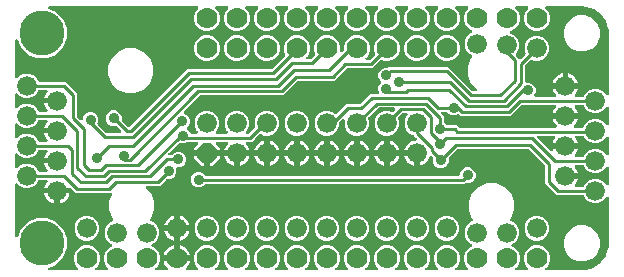
<source format=gbr>
G04 EAGLE Gerber RS-274X export*
G75*
%MOMM*%
%FSLAX34Y34*%
%LPD*%
%INTop Copper*%
%IPPOS*%
%AMOC8*
5,1,8,0,0,1.08239X$1,22.5*%
G01*
%ADD10C,3.810000*%
%ADD11C,1.778000*%
%ADD12P,1.814519X8X22.500000*%
%ADD13C,1.676400*%
%ADD14C,0.906400*%
%ADD15C,0.254000*%

G36*
X130768Y2558D02*
X130768Y2558D01*
X130906Y2571D01*
X130925Y2578D01*
X130945Y2581D01*
X131075Y2632D01*
X131205Y2679D01*
X131222Y2690D01*
X131241Y2698D01*
X131353Y2779D01*
X131468Y2857D01*
X131482Y2873D01*
X131498Y2884D01*
X131587Y2992D01*
X131679Y3096D01*
X131688Y3114D01*
X131701Y3129D01*
X131760Y3255D01*
X131823Y3379D01*
X131828Y3399D01*
X131836Y3417D01*
X131862Y3553D01*
X131893Y3689D01*
X131892Y3710D01*
X131896Y3729D01*
X131888Y3868D01*
X131883Y4007D01*
X131878Y4027D01*
X131876Y4047D01*
X131834Y4179D01*
X131795Y4313D01*
X131785Y4330D01*
X131778Y4349D01*
X131704Y4467D01*
X131633Y4587D01*
X131615Y4608D01*
X131608Y4618D01*
X131593Y4632D01*
X131527Y4708D01*
X130981Y5253D01*
X129923Y6709D01*
X129107Y8312D01*
X128551Y10023D01*
X128523Y10201D01*
X138470Y10201D01*
X138588Y10216D01*
X138707Y10223D01*
X138745Y10235D01*
X138785Y10241D01*
X138896Y10284D01*
X139009Y10321D01*
X139043Y10343D01*
X139081Y10358D01*
X139177Y10427D01*
X139278Y10491D01*
X139306Y10521D01*
X139338Y10544D01*
X139414Y10636D01*
X139496Y10723D01*
X139515Y10758D01*
X139541Y10789D01*
X139592Y10897D01*
X139649Y11001D01*
X139659Y11041D01*
X139677Y11077D01*
X139697Y11184D01*
X139701Y11154D01*
X139745Y11044D01*
X139781Y10931D01*
X139803Y10896D01*
X139818Y10859D01*
X139888Y10762D01*
X139951Y10662D01*
X139981Y10634D01*
X140005Y10601D01*
X140096Y10525D01*
X140183Y10444D01*
X140218Y10424D01*
X140250Y10399D01*
X140357Y10348D01*
X140462Y10290D01*
X140501Y10280D01*
X140537Y10263D01*
X140654Y10241D01*
X140770Y10211D01*
X140830Y10207D01*
X140850Y10203D01*
X140870Y10205D01*
X140930Y10201D01*
X150877Y10201D01*
X150849Y10023D01*
X150293Y8312D01*
X149477Y6709D01*
X148419Y5253D01*
X147873Y4708D01*
X147788Y4598D01*
X147699Y4491D01*
X147690Y4472D01*
X147678Y4456D01*
X147623Y4328D01*
X147564Y4203D01*
X147560Y4183D01*
X147552Y4164D01*
X147530Y4026D01*
X147504Y3890D01*
X147505Y3870D01*
X147502Y3850D01*
X147515Y3711D01*
X147524Y3573D01*
X147530Y3554D01*
X147532Y3534D01*
X147579Y3403D01*
X147622Y3271D01*
X147632Y3253D01*
X147639Y3234D01*
X147717Y3120D01*
X147792Y3002D01*
X147806Y2988D01*
X147818Y2971D01*
X147922Y2879D01*
X148023Y2784D01*
X148041Y2774D01*
X148056Y2761D01*
X148180Y2698D01*
X148302Y2630D01*
X148321Y2625D01*
X148339Y2616D01*
X148475Y2586D01*
X148610Y2551D01*
X148638Y2549D01*
X148650Y2546D01*
X148670Y2547D01*
X148770Y2541D01*
X156748Y2541D01*
X156885Y2558D01*
X157024Y2571D01*
X157043Y2578D01*
X157064Y2581D01*
X157192Y2632D01*
X157324Y2679D01*
X157340Y2690D01*
X157359Y2698D01*
X157472Y2779D01*
X157587Y2857D01*
X157600Y2873D01*
X157617Y2884D01*
X157705Y2992D01*
X157797Y3096D01*
X157806Y3114D01*
X157819Y3129D01*
X157879Y3255D01*
X157942Y3379D01*
X157946Y3399D01*
X157955Y3417D01*
X157981Y3554D01*
X158011Y3689D01*
X158011Y3710D01*
X158015Y3729D01*
X158006Y3868D01*
X158002Y4007D01*
X157996Y4027D01*
X157995Y4047D01*
X157952Y4179D01*
X157913Y4313D01*
X157903Y4330D01*
X157897Y4349D01*
X157822Y4467D01*
X157752Y4587D01*
X157733Y4608D01*
X157727Y4618D01*
X157712Y4632D01*
X157645Y4707D01*
X155840Y6513D01*
X154177Y10527D01*
X154177Y14873D01*
X155840Y18887D01*
X158913Y21960D01*
X162927Y23623D01*
X167273Y23623D01*
X171287Y21960D01*
X174360Y18887D01*
X176023Y14873D01*
X176023Y10527D01*
X174360Y6513D01*
X172555Y4707D01*
X172469Y4598D01*
X172381Y4491D01*
X172372Y4472D01*
X172360Y4456D01*
X172304Y4328D01*
X172245Y4203D01*
X172241Y4183D01*
X172233Y4164D01*
X172211Y4026D01*
X172185Y3890D01*
X172187Y3870D01*
X172183Y3850D01*
X172196Y3711D01*
X172205Y3573D01*
X172211Y3554D01*
X172213Y3534D01*
X172260Y3402D01*
X172303Y3271D01*
X172314Y3253D01*
X172321Y3234D01*
X172399Y3119D01*
X172473Y3002D01*
X172488Y2988D01*
X172499Y2971D01*
X172604Y2879D01*
X172705Y2784D01*
X172723Y2774D01*
X172738Y2761D01*
X172862Y2697D01*
X172983Y2630D01*
X173003Y2625D01*
X173021Y2616D01*
X173157Y2586D01*
X173291Y2551D01*
X173319Y2549D01*
X173331Y2546D01*
X173352Y2547D01*
X173452Y2541D01*
X182148Y2541D01*
X182285Y2558D01*
X182424Y2571D01*
X182443Y2578D01*
X182464Y2581D01*
X182592Y2632D01*
X182724Y2679D01*
X182740Y2690D01*
X182759Y2698D01*
X182872Y2779D01*
X182987Y2857D01*
X183000Y2873D01*
X183017Y2884D01*
X183105Y2992D01*
X183197Y3096D01*
X183206Y3114D01*
X183219Y3129D01*
X183279Y3255D01*
X183342Y3379D01*
X183346Y3399D01*
X183355Y3417D01*
X183381Y3554D01*
X183411Y3689D01*
X183411Y3710D01*
X183415Y3729D01*
X183406Y3868D01*
X183402Y4007D01*
X183396Y4027D01*
X183395Y4047D01*
X183352Y4179D01*
X183313Y4313D01*
X183303Y4330D01*
X183297Y4349D01*
X183222Y4467D01*
X183152Y4587D01*
X183133Y4608D01*
X183127Y4618D01*
X183112Y4632D01*
X183045Y4707D01*
X181240Y6513D01*
X179577Y10527D01*
X179577Y14873D01*
X181240Y18887D01*
X184313Y21960D01*
X188327Y23623D01*
X192673Y23623D01*
X196687Y21960D01*
X199760Y18887D01*
X201423Y14873D01*
X201423Y10527D01*
X199760Y6513D01*
X197955Y4707D01*
X197869Y4598D01*
X197781Y4491D01*
X197772Y4472D01*
X197760Y4456D01*
X197704Y4328D01*
X197645Y4203D01*
X197641Y4183D01*
X197633Y4164D01*
X197611Y4026D01*
X197585Y3890D01*
X197587Y3870D01*
X197583Y3850D01*
X197596Y3711D01*
X197605Y3573D01*
X197611Y3554D01*
X197613Y3534D01*
X197660Y3402D01*
X197703Y3271D01*
X197714Y3253D01*
X197721Y3234D01*
X197799Y3119D01*
X197873Y3002D01*
X197888Y2988D01*
X197899Y2971D01*
X198004Y2879D01*
X198105Y2784D01*
X198123Y2774D01*
X198138Y2761D01*
X198262Y2697D01*
X198383Y2630D01*
X198403Y2625D01*
X198421Y2616D01*
X198557Y2586D01*
X198691Y2551D01*
X198719Y2549D01*
X198731Y2546D01*
X198752Y2547D01*
X198852Y2541D01*
X207548Y2541D01*
X207685Y2558D01*
X207824Y2571D01*
X207843Y2578D01*
X207864Y2581D01*
X207992Y2632D01*
X208124Y2679D01*
X208140Y2690D01*
X208159Y2698D01*
X208272Y2779D01*
X208387Y2857D01*
X208400Y2873D01*
X208417Y2884D01*
X208505Y2992D01*
X208597Y3096D01*
X208606Y3114D01*
X208619Y3129D01*
X208679Y3255D01*
X208742Y3379D01*
X208746Y3399D01*
X208755Y3417D01*
X208781Y3554D01*
X208811Y3689D01*
X208811Y3710D01*
X208815Y3729D01*
X208806Y3868D01*
X208802Y4007D01*
X208796Y4027D01*
X208795Y4047D01*
X208752Y4179D01*
X208713Y4313D01*
X208703Y4330D01*
X208697Y4349D01*
X208622Y4467D01*
X208552Y4587D01*
X208533Y4608D01*
X208527Y4618D01*
X208512Y4632D01*
X208445Y4707D01*
X206640Y6513D01*
X204977Y10527D01*
X204977Y14873D01*
X206640Y18887D01*
X209713Y21960D01*
X213727Y23623D01*
X218073Y23623D01*
X222087Y21960D01*
X225160Y18887D01*
X226823Y14873D01*
X226823Y10527D01*
X225160Y6513D01*
X223355Y4707D01*
X223269Y4598D01*
X223181Y4491D01*
X223172Y4472D01*
X223160Y4456D01*
X223104Y4328D01*
X223045Y4203D01*
X223041Y4183D01*
X223033Y4164D01*
X223011Y4026D01*
X222985Y3890D01*
X222987Y3870D01*
X222983Y3850D01*
X222996Y3711D01*
X223005Y3573D01*
X223011Y3554D01*
X223013Y3534D01*
X223060Y3402D01*
X223103Y3271D01*
X223114Y3253D01*
X223121Y3234D01*
X223199Y3119D01*
X223273Y3002D01*
X223288Y2988D01*
X223299Y2971D01*
X223404Y2879D01*
X223505Y2784D01*
X223523Y2774D01*
X223538Y2761D01*
X223662Y2697D01*
X223783Y2630D01*
X223803Y2625D01*
X223821Y2616D01*
X223957Y2586D01*
X224091Y2551D01*
X224119Y2549D01*
X224131Y2546D01*
X224152Y2547D01*
X224252Y2541D01*
X232948Y2541D01*
X233085Y2558D01*
X233224Y2571D01*
X233243Y2578D01*
X233264Y2581D01*
X233392Y2632D01*
X233524Y2679D01*
X233540Y2690D01*
X233559Y2698D01*
X233672Y2779D01*
X233787Y2857D01*
X233800Y2873D01*
X233817Y2884D01*
X233905Y2992D01*
X233997Y3096D01*
X234006Y3114D01*
X234019Y3129D01*
X234079Y3255D01*
X234142Y3379D01*
X234146Y3399D01*
X234155Y3417D01*
X234181Y3554D01*
X234211Y3689D01*
X234211Y3710D01*
X234215Y3729D01*
X234206Y3868D01*
X234202Y4007D01*
X234196Y4027D01*
X234195Y4047D01*
X234152Y4179D01*
X234113Y4313D01*
X234103Y4330D01*
X234097Y4349D01*
X234022Y4467D01*
X233952Y4587D01*
X233933Y4608D01*
X233927Y4618D01*
X233912Y4632D01*
X233845Y4707D01*
X232040Y6513D01*
X230377Y10527D01*
X230377Y14873D01*
X232040Y18887D01*
X235113Y21960D01*
X239127Y23623D01*
X243473Y23623D01*
X247487Y21960D01*
X250560Y18887D01*
X252223Y14873D01*
X252223Y10527D01*
X250560Y6513D01*
X248755Y4707D01*
X248669Y4598D01*
X248581Y4491D01*
X248572Y4472D01*
X248560Y4456D01*
X248504Y4328D01*
X248445Y4203D01*
X248441Y4183D01*
X248433Y4164D01*
X248411Y4026D01*
X248385Y3890D01*
X248387Y3870D01*
X248383Y3850D01*
X248396Y3711D01*
X248405Y3573D01*
X248411Y3554D01*
X248413Y3534D01*
X248460Y3402D01*
X248503Y3271D01*
X248514Y3253D01*
X248521Y3234D01*
X248599Y3119D01*
X248673Y3002D01*
X248688Y2988D01*
X248699Y2971D01*
X248804Y2879D01*
X248905Y2784D01*
X248923Y2774D01*
X248938Y2761D01*
X249062Y2697D01*
X249183Y2630D01*
X249203Y2625D01*
X249221Y2616D01*
X249357Y2586D01*
X249491Y2551D01*
X249519Y2549D01*
X249531Y2546D01*
X249552Y2547D01*
X249652Y2541D01*
X258348Y2541D01*
X258485Y2558D01*
X258624Y2571D01*
X258643Y2578D01*
X258664Y2581D01*
X258792Y2632D01*
X258924Y2679D01*
X258940Y2690D01*
X258959Y2698D01*
X259072Y2779D01*
X259187Y2857D01*
X259200Y2873D01*
X259217Y2884D01*
X259305Y2992D01*
X259397Y3096D01*
X259406Y3114D01*
X259419Y3129D01*
X259479Y3255D01*
X259542Y3379D01*
X259546Y3399D01*
X259555Y3417D01*
X259581Y3554D01*
X259611Y3689D01*
X259611Y3710D01*
X259615Y3729D01*
X259606Y3868D01*
X259602Y4007D01*
X259596Y4027D01*
X259595Y4047D01*
X259552Y4179D01*
X259513Y4313D01*
X259503Y4330D01*
X259497Y4349D01*
X259422Y4467D01*
X259352Y4587D01*
X259333Y4608D01*
X259327Y4618D01*
X259312Y4632D01*
X259245Y4707D01*
X257440Y6513D01*
X255777Y10527D01*
X255777Y14873D01*
X257440Y18887D01*
X260513Y21960D01*
X264527Y23623D01*
X268873Y23623D01*
X272887Y21960D01*
X275960Y18887D01*
X277623Y14873D01*
X277623Y10527D01*
X275960Y6513D01*
X274155Y4707D01*
X274069Y4598D01*
X273981Y4491D01*
X273972Y4472D01*
X273960Y4456D01*
X273904Y4328D01*
X273845Y4203D01*
X273841Y4183D01*
X273833Y4164D01*
X273811Y4026D01*
X273785Y3890D01*
X273787Y3870D01*
X273783Y3850D01*
X273796Y3711D01*
X273805Y3573D01*
X273811Y3554D01*
X273813Y3534D01*
X273860Y3402D01*
X273903Y3271D01*
X273914Y3253D01*
X273921Y3234D01*
X273999Y3119D01*
X274073Y3002D01*
X274088Y2988D01*
X274099Y2971D01*
X274204Y2879D01*
X274305Y2784D01*
X274323Y2774D01*
X274338Y2761D01*
X274462Y2697D01*
X274583Y2630D01*
X274603Y2625D01*
X274621Y2616D01*
X274757Y2586D01*
X274891Y2551D01*
X274919Y2549D01*
X274931Y2546D01*
X274952Y2547D01*
X275052Y2541D01*
X283748Y2541D01*
X283885Y2558D01*
X284024Y2571D01*
X284043Y2578D01*
X284064Y2581D01*
X284192Y2632D01*
X284324Y2679D01*
X284340Y2690D01*
X284359Y2698D01*
X284472Y2779D01*
X284587Y2857D01*
X284600Y2873D01*
X284617Y2884D01*
X284705Y2992D01*
X284797Y3096D01*
X284806Y3114D01*
X284819Y3129D01*
X284879Y3255D01*
X284942Y3379D01*
X284946Y3399D01*
X284955Y3417D01*
X284981Y3554D01*
X285011Y3689D01*
X285011Y3710D01*
X285015Y3729D01*
X285006Y3868D01*
X285002Y4007D01*
X284996Y4027D01*
X284995Y4047D01*
X284952Y4179D01*
X284913Y4313D01*
X284903Y4330D01*
X284897Y4349D01*
X284822Y4467D01*
X284752Y4587D01*
X284733Y4608D01*
X284727Y4618D01*
X284712Y4632D01*
X284645Y4707D01*
X282840Y6513D01*
X281177Y10527D01*
X281177Y14873D01*
X282840Y18887D01*
X285913Y21960D01*
X289927Y23623D01*
X294273Y23623D01*
X298287Y21960D01*
X301360Y18887D01*
X303023Y14873D01*
X303023Y10527D01*
X301360Y6513D01*
X299555Y4707D01*
X299469Y4598D01*
X299381Y4491D01*
X299372Y4472D01*
X299360Y4456D01*
X299304Y4328D01*
X299245Y4203D01*
X299241Y4183D01*
X299233Y4164D01*
X299211Y4026D01*
X299185Y3890D01*
X299187Y3870D01*
X299183Y3850D01*
X299196Y3711D01*
X299205Y3573D01*
X299211Y3554D01*
X299213Y3534D01*
X299260Y3402D01*
X299303Y3271D01*
X299314Y3253D01*
X299321Y3234D01*
X299399Y3119D01*
X299473Y3002D01*
X299488Y2988D01*
X299499Y2971D01*
X299604Y2879D01*
X299705Y2784D01*
X299723Y2774D01*
X299738Y2761D01*
X299862Y2697D01*
X299983Y2630D01*
X300003Y2625D01*
X300021Y2616D01*
X300157Y2586D01*
X300291Y2551D01*
X300319Y2549D01*
X300331Y2546D01*
X300352Y2547D01*
X300452Y2541D01*
X309148Y2541D01*
X309285Y2558D01*
X309424Y2571D01*
X309443Y2578D01*
X309464Y2581D01*
X309592Y2632D01*
X309724Y2679D01*
X309740Y2690D01*
X309759Y2698D01*
X309872Y2779D01*
X309987Y2857D01*
X310000Y2873D01*
X310017Y2884D01*
X310105Y2992D01*
X310197Y3096D01*
X310206Y3114D01*
X310219Y3129D01*
X310279Y3255D01*
X310342Y3379D01*
X310346Y3399D01*
X310355Y3417D01*
X310381Y3554D01*
X310411Y3689D01*
X310411Y3710D01*
X310415Y3729D01*
X310406Y3868D01*
X310402Y4007D01*
X310396Y4027D01*
X310395Y4047D01*
X310352Y4179D01*
X310313Y4313D01*
X310303Y4330D01*
X310297Y4349D01*
X310222Y4467D01*
X310152Y4587D01*
X310133Y4608D01*
X310127Y4618D01*
X310112Y4632D01*
X310045Y4707D01*
X308240Y6513D01*
X306577Y10527D01*
X306577Y14873D01*
X308240Y18887D01*
X311313Y21960D01*
X315327Y23623D01*
X319673Y23623D01*
X323687Y21960D01*
X326760Y18887D01*
X328423Y14873D01*
X328423Y10527D01*
X326760Y6513D01*
X324955Y4707D01*
X324869Y4598D01*
X324781Y4491D01*
X324772Y4472D01*
X324760Y4456D01*
X324704Y4328D01*
X324645Y4203D01*
X324641Y4183D01*
X324633Y4164D01*
X324611Y4026D01*
X324585Y3890D01*
X324587Y3870D01*
X324583Y3850D01*
X324596Y3711D01*
X324605Y3573D01*
X324611Y3554D01*
X324613Y3534D01*
X324660Y3402D01*
X324703Y3271D01*
X324714Y3253D01*
X324721Y3234D01*
X324799Y3119D01*
X324873Y3002D01*
X324888Y2988D01*
X324899Y2971D01*
X325004Y2879D01*
X325105Y2784D01*
X325123Y2774D01*
X325138Y2761D01*
X325262Y2697D01*
X325383Y2630D01*
X325403Y2625D01*
X325421Y2616D01*
X325557Y2586D01*
X325691Y2551D01*
X325719Y2549D01*
X325731Y2546D01*
X325752Y2547D01*
X325852Y2541D01*
X334548Y2541D01*
X334685Y2558D01*
X334824Y2571D01*
X334843Y2578D01*
X334864Y2581D01*
X334992Y2632D01*
X335124Y2679D01*
X335140Y2690D01*
X335159Y2698D01*
X335272Y2779D01*
X335387Y2857D01*
X335400Y2873D01*
X335417Y2884D01*
X335505Y2992D01*
X335597Y3096D01*
X335606Y3114D01*
X335619Y3129D01*
X335679Y3255D01*
X335742Y3379D01*
X335746Y3399D01*
X335755Y3417D01*
X335781Y3554D01*
X335811Y3689D01*
X335811Y3710D01*
X335815Y3729D01*
X335806Y3868D01*
X335802Y4007D01*
X335796Y4027D01*
X335795Y4047D01*
X335752Y4179D01*
X335713Y4313D01*
X335703Y4330D01*
X335697Y4349D01*
X335622Y4467D01*
X335552Y4587D01*
X335533Y4608D01*
X335527Y4618D01*
X335512Y4632D01*
X335445Y4707D01*
X333640Y6513D01*
X331977Y10527D01*
X331977Y14873D01*
X333640Y18887D01*
X336713Y21960D01*
X340727Y23623D01*
X345073Y23623D01*
X349087Y21960D01*
X352160Y18887D01*
X353823Y14873D01*
X353823Y10527D01*
X352160Y6513D01*
X350355Y4707D01*
X350269Y4598D01*
X350181Y4491D01*
X350172Y4472D01*
X350160Y4456D01*
X350104Y4328D01*
X350045Y4203D01*
X350041Y4183D01*
X350033Y4164D01*
X350011Y4026D01*
X349985Y3890D01*
X349987Y3870D01*
X349983Y3850D01*
X349996Y3711D01*
X350005Y3573D01*
X350011Y3554D01*
X350013Y3534D01*
X350060Y3402D01*
X350103Y3271D01*
X350114Y3253D01*
X350121Y3234D01*
X350199Y3119D01*
X350273Y3002D01*
X350288Y2988D01*
X350299Y2971D01*
X350404Y2879D01*
X350505Y2784D01*
X350523Y2774D01*
X350538Y2761D01*
X350662Y2697D01*
X350783Y2630D01*
X350803Y2625D01*
X350821Y2616D01*
X350957Y2586D01*
X351091Y2551D01*
X351119Y2549D01*
X351131Y2546D01*
X351152Y2547D01*
X351252Y2541D01*
X359948Y2541D01*
X360085Y2558D01*
X360224Y2571D01*
X360243Y2578D01*
X360264Y2581D01*
X360392Y2632D01*
X360524Y2679D01*
X360540Y2690D01*
X360559Y2698D01*
X360672Y2779D01*
X360787Y2857D01*
X360800Y2873D01*
X360817Y2884D01*
X360905Y2992D01*
X360997Y3096D01*
X361006Y3114D01*
X361019Y3129D01*
X361079Y3255D01*
X361142Y3379D01*
X361146Y3399D01*
X361155Y3417D01*
X361181Y3554D01*
X361211Y3689D01*
X361211Y3710D01*
X361215Y3729D01*
X361206Y3868D01*
X361202Y4007D01*
X361196Y4027D01*
X361195Y4047D01*
X361152Y4179D01*
X361113Y4313D01*
X361103Y4330D01*
X361097Y4349D01*
X361022Y4467D01*
X360952Y4587D01*
X360933Y4608D01*
X360927Y4618D01*
X360912Y4632D01*
X360845Y4707D01*
X359040Y6513D01*
X357377Y10527D01*
X357377Y14873D01*
X359040Y18887D01*
X362113Y21960D01*
X366127Y23623D01*
X370473Y23623D01*
X374487Y21960D01*
X377560Y18887D01*
X379223Y14873D01*
X379223Y10527D01*
X377560Y6513D01*
X375755Y4707D01*
X375669Y4598D01*
X375581Y4491D01*
X375572Y4472D01*
X375560Y4456D01*
X375504Y4328D01*
X375445Y4203D01*
X375441Y4183D01*
X375433Y4164D01*
X375411Y4026D01*
X375385Y3890D01*
X375387Y3870D01*
X375383Y3850D01*
X375396Y3711D01*
X375405Y3573D01*
X375411Y3554D01*
X375413Y3534D01*
X375460Y3402D01*
X375503Y3271D01*
X375514Y3253D01*
X375521Y3234D01*
X375599Y3119D01*
X375673Y3002D01*
X375688Y2988D01*
X375699Y2971D01*
X375804Y2879D01*
X375905Y2784D01*
X375923Y2774D01*
X375938Y2761D01*
X376062Y2697D01*
X376183Y2630D01*
X376203Y2625D01*
X376221Y2616D01*
X376357Y2586D01*
X376491Y2551D01*
X376519Y2549D01*
X376531Y2546D01*
X376552Y2547D01*
X376652Y2541D01*
X385348Y2541D01*
X385485Y2558D01*
X385624Y2571D01*
X385643Y2578D01*
X385664Y2581D01*
X385792Y2632D01*
X385924Y2679D01*
X385940Y2690D01*
X385959Y2698D01*
X386072Y2779D01*
X386187Y2857D01*
X386200Y2873D01*
X386217Y2884D01*
X386305Y2992D01*
X386397Y3096D01*
X386406Y3114D01*
X386419Y3129D01*
X386479Y3255D01*
X386542Y3379D01*
X386546Y3399D01*
X386555Y3417D01*
X386581Y3554D01*
X386611Y3689D01*
X386611Y3710D01*
X386615Y3729D01*
X386606Y3868D01*
X386602Y4007D01*
X386596Y4027D01*
X386595Y4047D01*
X386552Y4179D01*
X386513Y4313D01*
X386503Y4330D01*
X386497Y4349D01*
X386422Y4467D01*
X386352Y4587D01*
X386333Y4608D01*
X386327Y4618D01*
X386312Y4632D01*
X386245Y4707D01*
X384440Y6513D01*
X382777Y10527D01*
X382777Y14873D01*
X384440Y18887D01*
X387513Y21960D01*
X389052Y22597D01*
X389172Y22666D01*
X389295Y22731D01*
X389310Y22745D01*
X389328Y22755D01*
X389428Y22851D01*
X389531Y22945D01*
X389542Y22962D01*
X389556Y22976D01*
X389629Y23095D01*
X389705Y23211D01*
X389712Y23230D01*
X389723Y23247D01*
X389764Y23380D01*
X389809Y23512D01*
X389810Y23532D01*
X389816Y23551D01*
X389823Y23689D01*
X389834Y23829D01*
X389830Y23849D01*
X389831Y23869D01*
X389803Y24005D01*
X389780Y24142D01*
X389771Y24160D01*
X389767Y24180D01*
X389706Y24306D01*
X389649Y24432D01*
X389636Y24448D01*
X389627Y24466D01*
X389537Y24572D01*
X389450Y24680D01*
X389434Y24693D01*
X389421Y24708D01*
X389307Y24788D01*
X389196Y24872D01*
X389171Y24884D01*
X389161Y24891D01*
X389142Y24898D01*
X389052Y24943D01*
X387801Y25461D01*
X384871Y28391D01*
X383285Y32218D01*
X383285Y36362D01*
X384871Y40189D01*
X387801Y43119D01*
X389877Y43979D01*
X389920Y44004D01*
X389967Y44021D01*
X390058Y44082D01*
X390153Y44137D01*
X390189Y44171D01*
X390230Y44199D01*
X390303Y44282D01*
X390382Y44358D01*
X390408Y44400D01*
X390441Y44438D01*
X390491Y44536D01*
X390548Y44629D01*
X390563Y44677D01*
X390585Y44721D01*
X390609Y44828D01*
X390642Y44933D01*
X390644Y44983D01*
X390655Y45031D01*
X390651Y45141D01*
X390657Y45251D01*
X390647Y45300D01*
X390645Y45349D01*
X390615Y45455D01*
X390592Y45562D01*
X390571Y45607D01*
X390557Y45655D01*
X390501Y45749D01*
X390453Y45848D01*
X390420Y45886D01*
X390395Y45929D01*
X390289Y46049D01*
X389980Y46359D01*
X387079Y53361D01*
X387079Y60939D01*
X389980Y67941D01*
X395339Y73300D01*
X402341Y76201D01*
X409919Y76201D01*
X416921Y73300D01*
X422280Y67941D01*
X425181Y60939D01*
X425181Y53361D01*
X422280Y46359D01*
X422129Y46208D01*
X422099Y46168D01*
X422062Y46135D01*
X422002Y46043D01*
X421934Y45956D01*
X421915Y45911D01*
X421887Y45869D01*
X421852Y45765D01*
X421808Y45665D01*
X421800Y45615D01*
X421784Y45568D01*
X421775Y45459D01*
X421758Y45350D01*
X421763Y45301D01*
X421759Y45251D01*
X421778Y45143D01*
X421788Y45034D01*
X421805Y44987D01*
X421813Y44938D01*
X421858Y44838D01*
X421896Y44735D01*
X421924Y44693D01*
X421944Y44648D01*
X422012Y44562D01*
X422074Y44471D01*
X422111Y44438D01*
X422143Y44400D01*
X422230Y44333D01*
X422313Y44261D01*
X422357Y44238D01*
X422397Y44208D01*
X422541Y44137D01*
X424999Y43119D01*
X427929Y40189D01*
X429515Y36362D01*
X429515Y32218D01*
X427929Y28391D01*
X424999Y25461D01*
X423748Y24943D01*
X423628Y24874D01*
X423505Y24809D01*
X423490Y24795D01*
X423472Y24785D01*
X423372Y24688D01*
X423269Y24595D01*
X423258Y24578D01*
X423244Y24564D01*
X423171Y24445D01*
X423095Y24329D01*
X423088Y24310D01*
X423077Y24293D01*
X423036Y24160D01*
X422991Y24028D01*
X422990Y24008D01*
X422984Y23989D01*
X422977Y23850D01*
X422966Y23711D01*
X422970Y23691D01*
X422969Y23671D01*
X422997Y23535D01*
X423020Y23398D01*
X423029Y23379D01*
X423033Y23360D01*
X423094Y23234D01*
X423151Y23108D01*
X423164Y23092D01*
X423173Y23074D01*
X423263Y22968D01*
X423350Y22859D01*
X423366Y22847D01*
X423379Y22832D01*
X423493Y22752D01*
X423604Y22668D01*
X423629Y22656D01*
X423639Y22649D01*
X423658Y22641D01*
X423748Y22597D01*
X425287Y21960D01*
X428360Y18887D01*
X430023Y14873D01*
X430023Y10527D01*
X428360Y6513D01*
X426555Y4707D01*
X426469Y4598D01*
X426381Y4491D01*
X426372Y4472D01*
X426360Y4456D01*
X426304Y4328D01*
X426245Y4203D01*
X426241Y4183D01*
X426233Y4164D01*
X426211Y4026D01*
X426185Y3890D01*
X426187Y3870D01*
X426183Y3850D01*
X426196Y3711D01*
X426205Y3573D01*
X426211Y3554D01*
X426213Y3534D01*
X426260Y3402D01*
X426303Y3271D01*
X426314Y3253D01*
X426321Y3234D01*
X426399Y3119D01*
X426473Y3002D01*
X426488Y2988D01*
X426499Y2971D01*
X426604Y2879D01*
X426705Y2784D01*
X426723Y2774D01*
X426738Y2761D01*
X426862Y2697D01*
X426983Y2630D01*
X427003Y2625D01*
X427021Y2616D01*
X427157Y2586D01*
X427291Y2551D01*
X427319Y2549D01*
X427331Y2546D01*
X427352Y2547D01*
X427452Y2541D01*
X436148Y2541D01*
X436285Y2558D01*
X436424Y2571D01*
X436443Y2578D01*
X436464Y2581D01*
X436592Y2632D01*
X436724Y2679D01*
X436740Y2690D01*
X436759Y2698D01*
X436872Y2779D01*
X436987Y2857D01*
X437000Y2873D01*
X437017Y2884D01*
X437105Y2992D01*
X437197Y3096D01*
X437206Y3114D01*
X437219Y3129D01*
X437279Y3255D01*
X437342Y3379D01*
X437346Y3399D01*
X437355Y3417D01*
X437381Y3554D01*
X437411Y3689D01*
X437411Y3710D01*
X437415Y3729D01*
X437406Y3868D01*
X437402Y4007D01*
X437396Y4027D01*
X437395Y4047D01*
X437352Y4179D01*
X437313Y4313D01*
X437303Y4330D01*
X437297Y4349D01*
X437222Y4467D01*
X437152Y4587D01*
X437133Y4608D01*
X437127Y4618D01*
X437112Y4632D01*
X437045Y4707D01*
X435240Y6513D01*
X433577Y10527D01*
X433577Y14873D01*
X435240Y18887D01*
X438313Y21960D01*
X442327Y23623D01*
X446673Y23623D01*
X450687Y21960D01*
X453760Y18887D01*
X455423Y14873D01*
X455423Y10527D01*
X453760Y6513D01*
X451955Y4707D01*
X451869Y4598D01*
X451781Y4491D01*
X451772Y4472D01*
X451760Y4456D01*
X451704Y4328D01*
X451645Y4203D01*
X451641Y4183D01*
X451633Y4164D01*
X451611Y4026D01*
X451585Y3890D01*
X451587Y3870D01*
X451583Y3850D01*
X451596Y3711D01*
X451605Y3573D01*
X451611Y3554D01*
X451613Y3534D01*
X451660Y3402D01*
X451703Y3271D01*
X451714Y3253D01*
X451721Y3234D01*
X451799Y3119D01*
X451873Y3002D01*
X451888Y2988D01*
X451899Y2971D01*
X452004Y2879D01*
X452105Y2784D01*
X452123Y2774D01*
X452138Y2761D01*
X452262Y2697D01*
X452383Y2630D01*
X452403Y2625D01*
X452421Y2616D01*
X452557Y2586D01*
X452691Y2551D01*
X452719Y2549D01*
X452731Y2546D01*
X452752Y2547D01*
X452852Y2541D01*
X482600Y2541D01*
X482622Y2543D01*
X482700Y2545D01*
X486077Y2810D01*
X486145Y2824D01*
X486214Y2829D01*
X486370Y2869D01*
X492794Y4956D01*
X492901Y5006D01*
X493012Y5050D01*
X493063Y5083D01*
X493082Y5091D01*
X493097Y5104D01*
X493148Y5136D01*
X498612Y9107D01*
X498699Y9188D01*
X498746Y9227D01*
X498752Y9231D01*
X498753Y9232D01*
X498791Y9264D01*
X498829Y9310D01*
X498844Y9324D01*
X498855Y9342D01*
X498893Y9388D01*
X502864Y14852D01*
X502921Y14956D01*
X502985Y15056D01*
X503007Y15113D01*
X503017Y15131D01*
X503022Y15151D01*
X503044Y15206D01*
X505131Y21630D01*
X505144Y21698D01*
X505167Y21764D01*
X505190Y21923D01*
X505455Y25300D01*
X505455Y25304D01*
X505456Y25307D01*
X505455Y25326D01*
X505459Y25400D01*
X505459Y63797D01*
X505451Y63866D01*
X505452Y63936D01*
X505431Y64023D01*
X505419Y64112D01*
X505394Y64177D01*
X505377Y64245D01*
X505335Y64325D01*
X505302Y64408D01*
X505261Y64464D01*
X505229Y64526D01*
X505168Y64593D01*
X505116Y64665D01*
X505062Y64710D01*
X505015Y64761D01*
X504940Y64811D01*
X504871Y64868D01*
X504807Y64898D01*
X504749Y64936D01*
X504664Y64965D01*
X504583Y65004D01*
X504514Y65017D01*
X504448Y65039D01*
X504359Y65047D01*
X504271Y65063D01*
X504201Y65059D01*
X504131Y65065D01*
X504043Y65049D01*
X503953Y65044D01*
X503887Y65022D01*
X503818Y65010D01*
X503736Y64973D01*
X503651Y64946D01*
X503592Y64908D01*
X503528Y64880D01*
X503458Y64824D01*
X503382Y64776D01*
X503334Y64725D01*
X503280Y64681D01*
X503226Y64609D01*
X503164Y64544D01*
X503130Y64483D01*
X503088Y64427D01*
X503017Y64282D01*
X502859Y63901D01*
X499929Y60971D01*
X496102Y59385D01*
X491958Y59385D01*
X488131Y60971D01*
X485201Y63901D01*
X484450Y65714D01*
X484435Y65739D01*
X484426Y65767D01*
X484357Y65877D01*
X484292Y65990D01*
X484272Y66011D01*
X484256Y66036D01*
X484161Y66125D01*
X484071Y66218D01*
X484046Y66234D01*
X484024Y66254D01*
X483910Y66317D01*
X483800Y66385D01*
X483772Y66393D01*
X483746Y66408D01*
X483620Y66440D01*
X483496Y66478D01*
X483466Y66480D01*
X483438Y66487D01*
X483277Y66497D01*
X461257Y66497D01*
X451357Y76397D01*
X451357Y90784D01*
X451345Y90882D01*
X451342Y90981D01*
X451325Y91039D01*
X451317Y91099D01*
X451281Y91191D01*
X451253Y91287D01*
X451223Y91339D01*
X451200Y91395D01*
X451142Y91475D01*
X451092Y91560D01*
X451026Y91636D01*
X451014Y91652D01*
X451004Y91660D01*
X450986Y91681D01*
X437455Y105212D01*
X437377Y105273D01*
X437305Y105340D01*
X437252Y105370D01*
X437204Y105407D01*
X437113Y105446D01*
X437026Y105494D01*
X436968Y105509D01*
X436912Y105533D01*
X436814Y105549D01*
X436718Y105573D01*
X436618Y105580D01*
X436598Y105583D01*
X436586Y105582D01*
X436558Y105584D01*
X378115Y105584D01*
X378017Y105571D01*
X377918Y105568D01*
X377860Y105551D01*
X377800Y105544D01*
X377707Y105507D01*
X377612Y105480D01*
X377560Y105449D01*
X377504Y105427D01*
X377424Y105369D01*
X377338Y105318D01*
X377263Y105252D01*
X377247Y105240D01*
X377239Y105230D01*
X377218Y105212D01*
X370156Y98151D01*
X370096Y98072D01*
X370028Y98000D01*
X369999Y97947D01*
X369962Y97899D01*
X369922Y97808D01*
X369874Y97722D01*
X369859Y97663D01*
X369835Y97608D01*
X369820Y97510D01*
X369795Y97414D01*
X369789Y97314D01*
X369785Y97293D01*
X369787Y97281D01*
X369785Y97253D01*
X369785Y94579D01*
X368785Y92166D01*
X366939Y90320D01*
X364526Y89320D01*
X361914Y89320D01*
X359501Y90320D01*
X357655Y92166D01*
X356655Y94579D01*
X356655Y97253D01*
X356643Y97351D01*
X356640Y97450D01*
X356623Y97509D01*
X356615Y97569D01*
X356579Y97661D01*
X356551Y97756D01*
X356521Y97808D01*
X356498Y97864D01*
X356440Y97945D01*
X356390Y98030D01*
X356324Y98105D01*
X356312Y98122D01*
X356302Y98130D01*
X356284Y98151D01*
X355469Y98965D01*
X355391Y99026D01*
X355318Y99094D01*
X355265Y99123D01*
X355218Y99160D01*
X355127Y99200D01*
X355040Y99247D01*
X354981Y99262D01*
X354926Y99286D01*
X354828Y99302D01*
X354732Y99327D01*
X354671Y99327D01*
X354612Y99336D01*
X354513Y99327D01*
X354414Y99327D01*
X354355Y99312D01*
X354295Y99306D01*
X354202Y99273D01*
X354105Y99248D01*
X354053Y99219D01*
X353996Y99199D01*
X353914Y99143D01*
X353827Y99095D01*
X353783Y99054D01*
X353733Y99020D01*
X353667Y98946D01*
X353595Y98878D01*
X353562Y98827D01*
X353522Y98782D01*
X353477Y98693D01*
X353424Y98609D01*
X353387Y98517D01*
X353378Y98499D01*
X353375Y98487D01*
X353364Y98460D01*
X353022Y97407D01*
X352242Y95875D01*
X351231Y94484D01*
X350016Y93269D01*
X348625Y92258D01*
X347093Y91477D01*
X345458Y90946D01*
X345399Y90937D01*
X345399Y100370D01*
X345384Y100488D01*
X345377Y100607D01*
X345364Y100645D01*
X345359Y100685D01*
X345316Y100796D01*
X345279Y100909D01*
X345257Y100943D01*
X345242Y100981D01*
X345173Y101077D01*
X345109Y101178D01*
X345079Y101206D01*
X345056Y101238D01*
X344964Y101314D01*
X344877Y101396D01*
X344842Y101415D01*
X344811Y101441D01*
X344703Y101492D01*
X344599Y101549D01*
X344559Y101559D01*
X344523Y101577D01*
X344406Y101599D01*
X344291Y101629D01*
X344231Y101633D01*
X344211Y101636D01*
X344190Y101635D01*
X344130Y101639D01*
X342939Y101639D01*
X342939Y102830D01*
X342924Y102948D01*
X342917Y103067D01*
X342904Y103105D01*
X342899Y103146D01*
X342855Y103256D01*
X342819Y103369D01*
X342797Y103404D01*
X342782Y103441D01*
X342712Y103537D01*
X342649Y103638D01*
X342619Y103666D01*
X342595Y103699D01*
X342504Y103775D01*
X342417Y103856D01*
X342382Y103876D01*
X342350Y103901D01*
X342243Y103952D01*
X342138Y104010D01*
X342099Y104020D01*
X342063Y104037D01*
X341946Y104059D01*
X341830Y104089D01*
X341770Y104093D01*
X341750Y104097D01*
X341730Y104095D01*
X341670Y104099D01*
X332237Y104099D01*
X332246Y104158D01*
X332777Y105793D01*
X333558Y107325D01*
X334569Y108716D01*
X335784Y109931D01*
X337175Y110942D01*
X338707Y111723D01*
X340342Y112254D01*
X341661Y112463D01*
X341700Y112474D01*
X341739Y112477D01*
X341852Y112518D01*
X341967Y112551D01*
X342001Y112572D01*
X342039Y112585D01*
X342138Y112652D01*
X342241Y112713D01*
X342269Y112741D01*
X342302Y112764D01*
X342381Y112854D01*
X342466Y112938D01*
X342486Y112972D01*
X342512Y113002D01*
X342567Y113109D01*
X342628Y113212D01*
X342639Y113250D01*
X342657Y113285D01*
X342683Y113402D01*
X342716Y113517D01*
X342718Y113557D01*
X342726Y113596D01*
X342723Y113715D01*
X342727Y113835D01*
X342718Y113874D01*
X342717Y113914D01*
X342683Y114029D01*
X342657Y114145D01*
X342639Y114181D01*
X342628Y114219D01*
X342568Y114322D01*
X342513Y114429D01*
X342487Y114459D01*
X342467Y114493D01*
X342360Y114614D01*
X340257Y116717D01*
X340249Y116723D01*
X340244Y116730D01*
X340124Y116820D01*
X340005Y116912D01*
X339997Y116916D01*
X339990Y116922D01*
X339845Y116993D01*
X337001Y118171D01*
X334071Y121101D01*
X332485Y124928D01*
X332485Y129072D01*
X334071Y132899D01*
X334767Y133596D01*
X334852Y133705D01*
X334941Y133812D01*
X334949Y133831D01*
X334962Y133847D01*
X335017Y133975D01*
X335076Y134100D01*
X335080Y134120D01*
X335088Y134139D01*
X335110Y134277D01*
X335136Y134413D01*
X335135Y134433D01*
X335138Y134453D01*
X335125Y134592D01*
X335116Y134730D01*
X335110Y134749D01*
X335108Y134769D01*
X335061Y134900D01*
X335018Y135032D01*
X335007Y135050D01*
X335001Y135069D01*
X334923Y135183D01*
X334848Y135301D01*
X334833Y135315D01*
X334822Y135332D01*
X334718Y135424D01*
X334617Y135519D01*
X334599Y135529D01*
X334584Y135542D01*
X334460Y135605D01*
X334338Y135673D01*
X334318Y135678D01*
X334300Y135687D01*
X334164Y135717D01*
X334030Y135752D01*
X334002Y135754D01*
X333990Y135757D01*
X333970Y135756D01*
X333869Y135762D01*
X331459Y135762D01*
X331361Y135750D01*
X331262Y135747D01*
X331203Y135730D01*
X331143Y135722D01*
X331051Y135686D01*
X330956Y135658D01*
X330904Y135628D01*
X330848Y135605D01*
X330767Y135547D01*
X330682Y135497D01*
X330607Y135431D01*
X330590Y135419D01*
X330582Y135409D01*
X330561Y135391D01*
X327439Y132268D01*
X327421Y132245D01*
X327398Y132226D01*
X327324Y132120D01*
X327244Y132017D01*
X327232Y131990D01*
X327215Y131966D01*
X327169Y131844D01*
X327118Y131725D01*
X327113Y131696D01*
X327102Y131668D01*
X327088Y131539D01*
X327068Y131411D01*
X327070Y131381D01*
X327067Y131352D01*
X327085Y131224D01*
X327097Y131094D01*
X327107Y131066D01*
X327112Y131037D01*
X327164Y130885D01*
X327915Y129072D01*
X327915Y124928D01*
X326329Y121101D01*
X323399Y118171D01*
X319572Y116585D01*
X315428Y116585D01*
X311601Y118171D01*
X308671Y121101D01*
X307085Y124928D01*
X307085Y129072D01*
X308671Y132899D01*
X311601Y135829D01*
X315428Y137415D01*
X319572Y137415D01*
X321385Y136664D01*
X321413Y136656D01*
X321440Y136642D01*
X321566Y136614D01*
X321692Y136580D01*
X321721Y136579D01*
X321750Y136573D01*
X321880Y136577D01*
X322010Y136575D01*
X322038Y136582D01*
X322068Y136582D01*
X322192Y136619D01*
X322319Y136649D01*
X322345Y136663D01*
X322373Y136671D01*
X322485Y136737D01*
X322600Y136798D01*
X322622Y136817D01*
X322647Y136832D01*
X322768Y136939D01*
X324124Y138295D01*
X324209Y138404D01*
X324298Y138511D01*
X324306Y138530D01*
X324319Y138546D01*
X324374Y138674D01*
X324433Y138799D01*
X324437Y138819D01*
X324445Y138838D01*
X324467Y138976D01*
X324493Y139112D01*
X324492Y139132D01*
X324495Y139152D01*
X324482Y139291D01*
X324473Y139429D01*
X324467Y139448D01*
X324465Y139468D01*
X324418Y139600D01*
X324375Y139731D01*
X324364Y139749D01*
X324357Y139768D01*
X324279Y139883D01*
X324205Y140000D01*
X324190Y140014D01*
X324179Y140031D01*
X324075Y140123D01*
X323973Y140218D01*
X323956Y140228D01*
X323940Y140241D01*
X323817Y140304D01*
X323695Y140372D01*
X323675Y140377D01*
X323657Y140386D01*
X323521Y140416D01*
X323387Y140451D01*
X323359Y140453D01*
X323347Y140456D01*
X323326Y140455D01*
X323226Y140461D01*
X310758Y140461D01*
X310660Y140449D01*
X310561Y140446D01*
X310502Y140429D01*
X310442Y140421D01*
X310350Y140385D01*
X310255Y140357D01*
X310203Y140327D01*
X310147Y140304D01*
X310067Y140246D01*
X309981Y140196D01*
X309906Y140130D01*
X309889Y140118D01*
X309881Y140108D01*
X309860Y140090D01*
X302039Y132268D01*
X302021Y132245D01*
X301998Y132226D01*
X301924Y132120D01*
X301844Y132017D01*
X301832Y131990D01*
X301815Y131966D01*
X301769Y131844D01*
X301718Y131725D01*
X301713Y131696D01*
X301702Y131668D01*
X301688Y131539D01*
X301668Y131411D01*
X301670Y131381D01*
X301667Y131352D01*
X301685Y131224D01*
X301697Y131094D01*
X301707Y131066D01*
X301712Y131037D01*
X301764Y130885D01*
X302515Y129072D01*
X302515Y124928D01*
X300929Y121101D01*
X297999Y118171D01*
X294172Y116585D01*
X290028Y116585D01*
X286201Y118171D01*
X283271Y121101D01*
X281685Y124928D01*
X281685Y129072D01*
X281703Y129137D01*
X281731Y129201D01*
X281745Y129290D01*
X281769Y129377D01*
X281770Y129446D01*
X281781Y129515D01*
X281772Y129605D01*
X281774Y129695D01*
X281757Y129763D01*
X281751Y129832D01*
X281720Y129917D01*
X281699Y130004D01*
X281667Y130066D01*
X281643Y130131D01*
X281593Y130206D01*
X281551Y130285D01*
X281504Y130337D01*
X281465Y130394D01*
X281397Y130454D01*
X281337Y130520D01*
X281278Y130559D01*
X281226Y130605D01*
X281146Y130646D01*
X281071Y130695D01*
X281005Y130718D01*
X280943Y130750D01*
X280855Y130769D01*
X280770Y130798D01*
X280701Y130804D01*
X280633Y130819D01*
X280543Y130816D01*
X280453Y130824D01*
X280384Y130812D01*
X280315Y130810D01*
X280228Y130785D01*
X280140Y130769D01*
X280076Y130741D01*
X280009Y130721D01*
X279932Y130676D01*
X279850Y130639D01*
X279795Y130595D01*
X279735Y130560D01*
X279614Y130453D01*
X277486Y128325D01*
X277426Y128247D01*
X277358Y128175D01*
X277329Y128122D01*
X277292Y128074D01*
X277252Y127983D01*
X277204Y127896D01*
X277189Y127838D01*
X277165Y127782D01*
X277150Y127684D01*
X277125Y127588D01*
X277119Y127488D01*
X277115Y127468D01*
X277117Y127456D01*
X277115Y127428D01*
X277115Y124928D01*
X275529Y121101D01*
X272599Y118171D01*
X268772Y116585D01*
X264628Y116585D01*
X260801Y118171D01*
X257871Y121101D01*
X256285Y124928D01*
X256285Y129072D01*
X257871Y132899D01*
X260801Y135829D01*
X264628Y137415D01*
X268772Y137415D01*
X272599Y135829D01*
X273227Y135202D01*
X273321Y135129D01*
X273410Y135050D01*
X273446Y135032D01*
X273478Y135007D01*
X273587Y134960D01*
X273693Y134906D01*
X273733Y134897D01*
X273770Y134881D01*
X273888Y134862D01*
X274004Y134836D01*
X274044Y134837D01*
X274084Y134831D01*
X274203Y134842D01*
X274321Y134846D01*
X274360Y134857D01*
X274401Y134861D01*
X274513Y134901D01*
X274627Y134934D01*
X274662Y134955D01*
X274700Y134968D01*
X274799Y135035D01*
X274901Y135096D01*
X274946Y135135D01*
X274963Y135147D01*
X274976Y135162D01*
X275022Y135202D01*
X282822Y143003D01*
X294016Y143003D01*
X294114Y143015D01*
X294213Y143018D01*
X294272Y143035D01*
X294332Y143043D01*
X294424Y143079D01*
X294519Y143107D01*
X294571Y143137D01*
X294627Y143160D01*
X294707Y143218D01*
X294793Y143268D01*
X294868Y143334D01*
X294885Y143346D01*
X294893Y143356D01*
X294914Y143374D01*
X303305Y151766D01*
X309753Y151766D01*
X309803Y151772D01*
X309852Y151770D01*
X309960Y151792D01*
X310069Y151806D01*
X310115Y151824D01*
X310164Y151834D01*
X310262Y151882D01*
X310365Y151923D01*
X310405Y151952D01*
X310449Y151974D01*
X310533Y152045D01*
X310622Y152109D01*
X310654Y152148D01*
X310691Y152180D01*
X310755Y152270D01*
X310825Y152354D01*
X310846Y152399D01*
X310874Y152440D01*
X310913Y152543D01*
X310960Y152642D01*
X310970Y152691D01*
X310987Y152737D01*
X310999Y152847D01*
X311020Y152954D01*
X311017Y153004D01*
X311022Y153053D01*
X311007Y153162D01*
X311000Y153272D01*
X310985Y153319D01*
X310978Y153368D01*
X310926Y153521D01*
X310300Y155031D01*
X310300Y157643D01*
X311300Y160056D01*
X312335Y161091D01*
X312408Y161185D01*
X312487Y161274D01*
X312505Y161310D01*
X312530Y161342D01*
X312577Y161451D01*
X312631Y161558D01*
X312640Y161597D01*
X312656Y161634D01*
X312675Y161752D01*
X312701Y161868D01*
X312700Y161908D01*
X312706Y161948D01*
X312695Y162067D01*
X312691Y162186D01*
X312680Y162225D01*
X312676Y162265D01*
X312636Y162377D01*
X312603Y162491D01*
X312582Y162526D01*
X312569Y162564D01*
X312502Y162663D01*
X312441Y162765D01*
X312402Y162810D01*
X312390Y162827D01*
X312375Y162841D01*
X312335Y162886D01*
X311300Y163921D01*
X310300Y166334D01*
X310300Y168946D01*
X311300Y171359D01*
X313146Y173205D01*
X315559Y174205D01*
X318233Y174205D01*
X318331Y174217D01*
X318430Y174220D01*
X318489Y174237D01*
X318549Y174245D01*
X318641Y174281D01*
X318736Y174309D01*
X318788Y174339D01*
X318844Y174362D01*
X318924Y174420D01*
X319010Y174470D01*
X319085Y174536D01*
X319102Y174548D01*
X319110Y174558D01*
X319131Y174576D01*
X319307Y174753D01*
X369668Y174753D01*
X389997Y154423D01*
X390076Y154363D01*
X390148Y154295D01*
X390201Y154266D01*
X390249Y154229D01*
X390340Y154189D01*
X390426Y154141D01*
X390485Y154126D01*
X390540Y154102D01*
X390638Y154087D01*
X390734Y154062D01*
X390834Y154056D01*
X390855Y154052D01*
X390867Y154054D01*
X390895Y154052D01*
X392522Y154052D01*
X392660Y154069D01*
X392799Y154082D01*
X392818Y154089D01*
X392838Y154092D01*
X392967Y154143D01*
X393098Y154190D01*
X393115Y154201D01*
X393133Y154209D01*
X393246Y154290D01*
X393361Y154368D01*
X393374Y154384D01*
X393391Y154395D01*
X393480Y154503D01*
X393571Y154607D01*
X393581Y154625D01*
X393594Y154640D01*
X393653Y154766D01*
X393716Y154890D01*
X393721Y154910D01*
X393729Y154928D01*
X393755Y155064D01*
X393786Y155200D01*
X393785Y155221D01*
X393789Y155240D01*
X393780Y155379D01*
X393776Y155518D01*
X393770Y155538D01*
X393769Y155558D01*
X393726Y155690D01*
X393688Y155824D01*
X393677Y155841D01*
X393671Y155860D01*
X393597Y155978D01*
X393526Y156098D01*
X393508Y156119D01*
X393501Y156129D01*
X393486Y156143D01*
X393420Y156218D01*
X388980Y160659D01*
X386079Y167661D01*
X386079Y175239D01*
X388980Y182241D01*
X389582Y182843D01*
X389612Y182883D01*
X389649Y182916D01*
X389709Y183008D01*
X389777Y183095D01*
X389796Y183140D01*
X389824Y183182D01*
X389859Y183286D01*
X389903Y183387D01*
X389911Y183436D01*
X389927Y183483D01*
X389936Y183592D01*
X389953Y183701D01*
X389948Y183750D01*
X389952Y183800D01*
X389933Y183908D01*
X389923Y184017D01*
X389906Y184064D01*
X389898Y184113D01*
X389853Y184213D01*
X389815Y184317D01*
X389788Y184358D01*
X389767Y184403D01*
X389698Y184489D01*
X389637Y184580D01*
X389600Y184613D01*
X389569Y184651D01*
X389481Y184718D01*
X389398Y184790D01*
X389354Y184813D01*
X389314Y184843D01*
X389170Y184914D01*
X387801Y185481D01*
X384871Y188411D01*
X383285Y192238D01*
X383285Y196382D01*
X384871Y200209D01*
X387801Y203139D01*
X389052Y203657D01*
X389172Y203726D01*
X389295Y203791D01*
X389310Y203805D01*
X389328Y203815D01*
X389428Y203912D01*
X389531Y204005D01*
X389542Y204022D01*
X389556Y204036D01*
X389629Y204155D01*
X389705Y204271D01*
X389712Y204290D01*
X389723Y204307D01*
X389764Y204440D01*
X389809Y204572D01*
X389810Y204592D01*
X389816Y204611D01*
X389823Y204750D01*
X389834Y204889D01*
X389830Y204909D01*
X389831Y204929D01*
X389803Y205065D01*
X389780Y205202D01*
X389771Y205221D01*
X389767Y205240D01*
X389706Y205366D01*
X389649Y205492D01*
X389636Y205508D01*
X389627Y205526D01*
X389537Y205632D01*
X389450Y205741D01*
X389434Y205753D01*
X389421Y205768D01*
X389307Y205848D01*
X389196Y205932D01*
X389171Y205944D01*
X389161Y205951D01*
X389142Y205959D01*
X389052Y206003D01*
X387513Y206640D01*
X384440Y209713D01*
X382777Y213727D01*
X382777Y218073D01*
X384440Y222087D01*
X386245Y223893D01*
X386331Y224002D01*
X386419Y224109D01*
X386428Y224128D01*
X386440Y224144D01*
X386496Y224272D01*
X386555Y224397D01*
X386559Y224417D01*
X386567Y224436D01*
X386589Y224574D01*
X386615Y224710D01*
X386613Y224730D01*
X386617Y224750D01*
X386604Y224889D01*
X386595Y225027D01*
X386589Y225046D01*
X386587Y225066D01*
X386540Y225198D01*
X386497Y225329D01*
X386486Y225347D01*
X386479Y225366D01*
X386401Y225481D01*
X386327Y225598D01*
X386312Y225612D01*
X386301Y225629D01*
X386196Y225721D01*
X386095Y225816D01*
X386077Y225826D01*
X386062Y225839D01*
X385938Y225903D01*
X385817Y225970D01*
X385797Y225975D01*
X385779Y225984D01*
X385643Y226014D01*
X385509Y226049D01*
X385481Y226051D01*
X385469Y226054D01*
X385448Y226053D01*
X385348Y226059D01*
X376652Y226059D01*
X376515Y226042D01*
X376376Y226029D01*
X376357Y226022D01*
X376336Y226019D01*
X376208Y225968D01*
X376076Y225921D01*
X376060Y225910D01*
X376041Y225902D01*
X375928Y225821D01*
X375813Y225743D01*
X375800Y225727D01*
X375783Y225716D01*
X375695Y225608D01*
X375603Y225504D01*
X375594Y225486D01*
X375581Y225471D01*
X375521Y225345D01*
X375458Y225221D01*
X375454Y225201D01*
X375445Y225183D01*
X375419Y225046D01*
X375389Y224911D01*
X375389Y224890D01*
X375385Y224871D01*
X375394Y224732D01*
X375398Y224593D01*
X375404Y224573D01*
X375405Y224553D01*
X375448Y224421D01*
X375487Y224287D01*
X375497Y224270D01*
X375503Y224251D01*
X375578Y224133D01*
X375648Y224013D01*
X375667Y223992D01*
X375673Y223982D01*
X375688Y223968D01*
X375755Y223893D01*
X377560Y222087D01*
X379223Y218073D01*
X379223Y213727D01*
X377560Y209713D01*
X374487Y206640D01*
X370473Y204977D01*
X366127Y204977D01*
X362113Y206640D01*
X359040Y209713D01*
X357377Y213727D01*
X357377Y218073D01*
X359040Y222087D01*
X360845Y223893D01*
X360931Y224002D01*
X361019Y224109D01*
X361028Y224128D01*
X361040Y224144D01*
X361096Y224272D01*
X361155Y224397D01*
X361159Y224417D01*
X361167Y224436D01*
X361189Y224574D01*
X361215Y224710D01*
X361213Y224730D01*
X361217Y224750D01*
X361204Y224889D01*
X361195Y225027D01*
X361189Y225046D01*
X361187Y225066D01*
X361140Y225198D01*
X361097Y225329D01*
X361086Y225347D01*
X361079Y225366D01*
X361001Y225481D01*
X360927Y225598D01*
X360912Y225612D01*
X360901Y225629D01*
X360796Y225721D01*
X360695Y225816D01*
X360677Y225826D01*
X360662Y225839D01*
X360538Y225903D01*
X360417Y225970D01*
X360397Y225975D01*
X360379Y225984D01*
X360243Y226014D01*
X360109Y226049D01*
X360081Y226051D01*
X360069Y226054D01*
X360048Y226053D01*
X359948Y226059D01*
X351252Y226059D01*
X351115Y226042D01*
X350976Y226029D01*
X350957Y226022D01*
X350936Y226019D01*
X350808Y225968D01*
X350676Y225921D01*
X350660Y225910D01*
X350641Y225902D01*
X350528Y225821D01*
X350413Y225743D01*
X350400Y225727D01*
X350383Y225716D01*
X350295Y225608D01*
X350203Y225504D01*
X350194Y225486D01*
X350181Y225471D01*
X350121Y225345D01*
X350058Y225221D01*
X350054Y225201D01*
X350045Y225183D01*
X350019Y225046D01*
X349989Y224911D01*
X349989Y224890D01*
X349985Y224871D01*
X349994Y224732D01*
X349998Y224593D01*
X350004Y224573D01*
X350005Y224553D01*
X350048Y224421D01*
X350087Y224287D01*
X350097Y224270D01*
X350103Y224251D01*
X350178Y224133D01*
X350248Y224013D01*
X350267Y223992D01*
X350273Y223982D01*
X350288Y223968D01*
X350355Y223893D01*
X352160Y222087D01*
X353823Y218073D01*
X353823Y213727D01*
X352160Y209713D01*
X349087Y206640D01*
X345073Y204977D01*
X340727Y204977D01*
X336713Y206640D01*
X333640Y209713D01*
X331977Y213727D01*
X331977Y218073D01*
X333640Y222087D01*
X335445Y223893D01*
X335531Y224002D01*
X335619Y224109D01*
X335628Y224128D01*
X335640Y224144D01*
X335696Y224272D01*
X335755Y224397D01*
X335759Y224417D01*
X335767Y224436D01*
X335789Y224574D01*
X335815Y224710D01*
X335813Y224730D01*
X335817Y224750D01*
X335804Y224889D01*
X335795Y225027D01*
X335789Y225046D01*
X335787Y225066D01*
X335740Y225198D01*
X335697Y225329D01*
X335686Y225347D01*
X335679Y225366D01*
X335601Y225481D01*
X335527Y225598D01*
X335512Y225612D01*
X335501Y225629D01*
X335396Y225721D01*
X335295Y225816D01*
X335277Y225826D01*
X335262Y225839D01*
X335138Y225903D01*
X335017Y225970D01*
X334997Y225975D01*
X334979Y225984D01*
X334843Y226014D01*
X334709Y226049D01*
X334681Y226051D01*
X334669Y226054D01*
X334648Y226053D01*
X334548Y226059D01*
X325852Y226059D01*
X325715Y226042D01*
X325576Y226029D01*
X325557Y226022D01*
X325536Y226019D01*
X325408Y225968D01*
X325276Y225921D01*
X325260Y225910D01*
X325241Y225902D01*
X325128Y225821D01*
X325013Y225743D01*
X325000Y225727D01*
X324983Y225716D01*
X324895Y225608D01*
X324803Y225504D01*
X324794Y225486D01*
X324781Y225471D01*
X324721Y225345D01*
X324658Y225221D01*
X324654Y225201D01*
X324645Y225183D01*
X324619Y225046D01*
X324589Y224911D01*
X324589Y224890D01*
X324585Y224871D01*
X324594Y224732D01*
X324598Y224593D01*
X324604Y224573D01*
X324605Y224553D01*
X324648Y224421D01*
X324687Y224287D01*
X324697Y224270D01*
X324703Y224251D01*
X324778Y224133D01*
X324848Y224013D01*
X324867Y223992D01*
X324873Y223982D01*
X324888Y223968D01*
X324955Y223893D01*
X326760Y222087D01*
X328423Y218073D01*
X328423Y213727D01*
X326760Y209713D01*
X323687Y206640D01*
X319673Y204977D01*
X315327Y204977D01*
X311313Y206640D01*
X308240Y209713D01*
X306577Y213727D01*
X306577Y218073D01*
X308240Y222087D01*
X310045Y223893D01*
X310131Y224002D01*
X310219Y224109D01*
X310228Y224128D01*
X310240Y224144D01*
X310296Y224272D01*
X310355Y224397D01*
X310359Y224417D01*
X310367Y224436D01*
X310389Y224574D01*
X310415Y224710D01*
X310413Y224730D01*
X310417Y224750D01*
X310404Y224889D01*
X310395Y225027D01*
X310389Y225046D01*
X310387Y225066D01*
X310340Y225198D01*
X310297Y225329D01*
X310286Y225347D01*
X310279Y225366D01*
X310201Y225481D01*
X310127Y225598D01*
X310112Y225612D01*
X310101Y225629D01*
X309996Y225721D01*
X309895Y225816D01*
X309877Y225826D01*
X309862Y225839D01*
X309738Y225903D01*
X309617Y225970D01*
X309597Y225975D01*
X309579Y225984D01*
X309443Y226014D01*
X309309Y226049D01*
X309281Y226051D01*
X309269Y226054D01*
X309248Y226053D01*
X309148Y226059D01*
X300452Y226059D01*
X300315Y226042D01*
X300176Y226029D01*
X300157Y226022D01*
X300136Y226019D01*
X300008Y225968D01*
X299876Y225921D01*
X299860Y225910D01*
X299841Y225902D01*
X299728Y225821D01*
X299613Y225743D01*
X299600Y225727D01*
X299583Y225716D01*
X299495Y225608D01*
X299403Y225504D01*
X299394Y225486D01*
X299381Y225471D01*
X299321Y225345D01*
X299258Y225221D01*
X299254Y225201D01*
X299245Y225183D01*
X299219Y225046D01*
X299189Y224911D01*
X299189Y224890D01*
X299185Y224871D01*
X299194Y224732D01*
X299198Y224593D01*
X299204Y224573D01*
X299205Y224553D01*
X299248Y224421D01*
X299287Y224287D01*
X299297Y224270D01*
X299303Y224251D01*
X299378Y224133D01*
X299448Y224013D01*
X299467Y223992D01*
X299473Y223982D01*
X299488Y223968D01*
X299555Y223893D01*
X301360Y222087D01*
X303023Y218073D01*
X303023Y213727D01*
X301360Y209713D01*
X298287Y206640D01*
X294273Y204977D01*
X289927Y204977D01*
X285913Y206640D01*
X282840Y209713D01*
X281177Y213727D01*
X281177Y218073D01*
X282840Y222087D01*
X284645Y223893D01*
X284731Y224002D01*
X284819Y224109D01*
X284828Y224128D01*
X284840Y224144D01*
X284896Y224272D01*
X284955Y224397D01*
X284959Y224417D01*
X284967Y224436D01*
X284989Y224574D01*
X285015Y224710D01*
X285013Y224730D01*
X285017Y224750D01*
X285004Y224889D01*
X284995Y225027D01*
X284989Y225046D01*
X284987Y225066D01*
X284940Y225198D01*
X284897Y225329D01*
X284886Y225347D01*
X284879Y225366D01*
X284801Y225481D01*
X284727Y225598D01*
X284712Y225612D01*
X284701Y225629D01*
X284596Y225721D01*
X284495Y225816D01*
X284477Y225826D01*
X284462Y225839D01*
X284338Y225903D01*
X284217Y225970D01*
X284197Y225975D01*
X284179Y225984D01*
X284043Y226014D01*
X283909Y226049D01*
X283881Y226051D01*
X283869Y226054D01*
X283848Y226053D01*
X283748Y226059D01*
X275052Y226059D01*
X274915Y226042D01*
X274776Y226029D01*
X274757Y226022D01*
X274736Y226019D01*
X274608Y225968D01*
X274476Y225921D01*
X274460Y225910D01*
X274441Y225902D01*
X274328Y225821D01*
X274213Y225743D01*
X274200Y225727D01*
X274183Y225716D01*
X274095Y225608D01*
X274003Y225504D01*
X273994Y225486D01*
X273981Y225471D01*
X273921Y225345D01*
X273858Y225221D01*
X273854Y225201D01*
X273845Y225183D01*
X273819Y225046D01*
X273789Y224911D01*
X273789Y224890D01*
X273785Y224871D01*
X273794Y224732D01*
X273798Y224593D01*
X273804Y224573D01*
X273805Y224553D01*
X273848Y224421D01*
X273887Y224287D01*
X273897Y224270D01*
X273903Y224251D01*
X273978Y224133D01*
X274048Y224013D01*
X274067Y223992D01*
X274073Y223982D01*
X274088Y223968D01*
X274155Y223893D01*
X275960Y222087D01*
X277623Y218073D01*
X277623Y213727D01*
X275960Y209713D01*
X272887Y206640D01*
X268873Y204977D01*
X264527Y204977D01*
X260513Y206640D01*
X257440Y209713D01*
X255777Y213727D01*
X255777Y218073D01*
X257440Y222087D01*
X259245Y223893D01*
X259331Y224002D01*
X259419Y224109D01*
X259428Y224128D01*
X259440Y224144D01*
X259496Y224272D01*
X259555Y224397D01*
X259559Y224417D01*
X259567Y224436D01*
X259589Y224574D01*
X259615Y224710D01*
X259613Y224730D01*
X259617Y224750D01*
X259604Y224889D01*
X259595Y225027D01*
X259589Y225046D01*
X259587Y225066D01*
X259540Y225198D01*
X259497Y225329D01*
X259486Y225347D01*
X259479Y225366D01*
X259401Y225481D01*
X259327Y225598D01*
X259312Y225612D01*
X259301Y225629D01*
X259196Y225721D01*
X259095Y225816D01*
X259077Y225826D01*
X259062Y225839D01*
X258938Y225903D01*
X258817Y225970D01*
X258797Y225975D01*
X258779Y225984D01*
X258643Y226014D01*
X258509Y226049D01*
X258481Y226051D01*
X258469Y226054D01*
X258448Y226053D01*
X258348Y226059D01*
X249652Y226059D01*
X249515Y226042D01*
X249376Y226029D01*
X249357Y226022D01*
X249336Y226019D01*
X249208Y225968D01*
X249076Y225921D01*
X249060Y225910D01*
X249041Y225902D01*
X248928Y225821D01*
X248813Y225743D01*
X248800Y225727D01*
X248783Y225716D01*
X248695Y225608D01*
X248603Y225504D01*
X248594Y225486D01*
X248581Y225471D01*
X248521Y225345D01*
X248458Y225221D01*
X248454Y225201D01*
X248445Y225183D01*
X248419Y225046D01*
X248389Y224911D01*
X248389Y224890D01*
X248385Y224871D01*
X248394Y224732D01*
X248398Y224593D01*
X248404Y224573D01*
X248405Y224553D01*
X248448Y224421D01*
X248487Y224287D01*
X248497Y224270D01*
X248503Y224251D01*
X248578Y224133D01*
X248648Y224013D01*
X248667Y223992D01*
X248673Y223982D01*
X248688Y223968D01*
X248755Y223893D01*
X250560Y222087D01*
X252223Y218073D01*
X252223Y213727D01*
X250560Y209713D01*
X247487Y206640D01*
X243473Y204977D01*
X239127Y204977D01*
X235113Y206640D01*
X232040Y209713D01*
X230377Y213727D01*
X230377Y218073D01*
X232040Y222087D01*
X233845Y223893D01*
X233931Y224002D01*
X234019Y224109D01*
X234028Y224128D01*
X234040Y224144D01*
X234096Y224272D01*
X234155Y224397D01*
X234159Y224417D01*
X234167Y224436D01*
X234189Y224574D01*
X234215Y224710D01*
X234213Y224730D01*
X234217Y224750D01*
X234204Y224889D01*
X234195Y225027D01*
X234189Y225046D01*
X234187Y225066D01*
X234140Y225198D01*
X234097Y225329D01*
X234086Y225347D01*
X234079Y225366D01*
X234001Y225481D01*
X233927Y225598D01*
X233912Y225612D01*
X233901Y225629D01*
X233796Y225721D01*
X233695Y225816D01*
X233677Y225826D01*
X233662Y225839D01*
X233538Y225903D01*
X233417Y225970D01*
X233397Y225975D01*
X233379Y225984D01*
X233243Y226014D01*
X233109Y226049D01*
X233081Y226051D01*
X233069Y226054D01*
X233048Y226053D01*
X232948Y226059D01*
X224252Y226059D01*
X224115Y226042D01*
X223976Y226029D01*
X223957Y226022D01*
X223936Y226019D01*
X223808Y225968D01*
X223676Y225921D01*
X223660Y225910D01*
X223641Y225902D01*
X223528Y225821D01*
X223413Y225743D01*
X223400Y225727D01*
X223383Y225716D01*
X223295Y225608D01*
X223203Y225504D01*
X223194Y225486D01*
X223181Y225471D01*
X223121Y225345D01*
X223058Y225221D01*
X223054Y225201D01*
X223045Y225183D01*
X223019Y225046D01*
X222989Y224911D01*
X222989Y224890D01*
X222985Y224871D01*
X222994Y224732D01*
X222998Y224593D01*
X223004Y224573D01*
X223005Y224553D01*
X223048Y224421D01*
X223087Y224287D01*
X223097Y224270D01*
X223103Y224251D01*
X223178Y224133D01*
X223248Y224013D01*
X223267Y223992D01*
X223273Y223982D01*
X223288Y223968D01*
X223355Y223893D01*
X225160Y222087D01*
X226823Y218073D01*
X226823Y213727D01*
X225160Y209713D01*
X222087Y206640D01*
X218073Y204977D01*
X213727Y204977D01*
X209713Y206640D01*
X206640Y209713D01*
X204977Y213727D01*
X204977Y218073D01*
X206640Y222087D01*
X208445Y223893D01*
X208531Y224002D01*
X208619Y224109D01*
X208628Y224128D01*
X208640Y224144D01*
X208696Y224272D01*
X208755Y224397D01*
X208759Y224417D01*
X208767Y224436D01*
X208789Y224574D01*
X208815Y224710D01*
X208813Y224730D01*
X208817Y224750D01*
X208804Y224889D01*
X208795Y225027D01*
X208789Y225046D01*
X208787Y225066D01*
X208740Y225198D01*
X208697Y225329D01*
X208686Y225347D01*
X208679Y225366D01*
X208601Y225481D01*
X208527Y225598D01*
X208512Y225612D01*
X208501Y225629D01*
X208396Y225721D01*
X208295Y225816D01*
X208277Y225826D01*
X208262Y225839D01*
X208138Y225903D01*
X208017Y225970D01*
X207997Y225975D01*
X207979Y225984D01*
X207843Y226014D01*
X207709Y226049D01*
X207681Y226051D01*
X207669Y226054D01*
X207648Y226053D01*
X207548Y226059D01*
X198852Y226059D01*
X198715Y226042D01*
X198576Y226029D01*
X198557Y226022D01*
X198536Y226019D01*
X198408Y225968D01*
X198276Y225921D01*
X198260Y225910D01*
X198241Y225902D01*
X198128Y225821D01*
X198013Y225743D01*
X198000Y225727D01*
X197983Y225716D01*
X197895Y225608D01*
X197803Y225504D01*
X197794Y225486D01*
X197781Y225471D01*
X197721Y225345D01*
X197658Y225221D01*
X197654Y225201D01*
X197645Y225183D01*
X197619Y225046D01*
X197589Y224911D01*
X197589Y224890D01*
X197585Y224871D01*
X197594Y224732D01*
X197598Y224593D01*
X197604Y224573D01*
X197605Y224553D01*
X197648Y224421D01*
X197687Y224287D01*
X197697Y224270D01*
X197703Y224251D01*
X197778Y224133D01*
X197848Y224013D01*
X197867Y223992D01*
X197873Y223982D01*
X197888Y223968D01*
X197955Y223893D01*
X199760Y222087D01*
X201423Y218073D01*
X201423Y213727D01*
X199760Y209713D01*
X196687Y206640D01*
X192673Y204977D01*
X188327Y204977D01*
X184313Y206640D01*
X181240Y209713D01*
X179577Y213727D01*
X179577Y218073D01*
X181240Y222087D01*
X183045Y223893D01*
X183131Y224002D01*
X183219Y224109D01*
X183228Y224128D01*
X183240Y224144D01*
X183296Y224272D01*
X183355Y224397D01*
X183359Y224417D01*
X183367Y224436D01*
X183389Y224574D01*
X183415Y224710D01*
X183413Y224730D01*
X183417Y224750D01*
X183404Y224889D01*
X183395Y225027D01*
X183389Y225046D01*
X183387Y225066D01*
X183340Y225198D01*
X183297Y225329D01*
X183286Y225347D01*
X183279Y225366D01*
X183201Y225481D01*
X183127Y225598D01*
X183112Y225612D01*
X183101Y225629D01*
X182996Y225721D01*
X182895Y225816D01*
X182877Y225826D01*
X182862Y225839D01*
X182738Y225903D01*
X182617Y225970D01*
X182597Y225975D01*
X182579Y225984D01*
X182443Y226014D01*
X182309Y226049D01*
X182281Y226051D01*
X182269Y226054D01*
X182248Y226053D01*
X182148Y226059D01*
X173452Y226059D01*
X173315Y226042D01*
X173176Y226029D01*
X173157Y226022D01*
X173136Y226019D01*
X173008Y225968D01*
X172876Y225921D01*
X172860Y225910D01*
X172841Y225902D01*
X172728Y225821D01*
X172613Y225743D01*
X172600Y225727D01*
X172583Y225716D01*
X172495Y225608D01*
X172403Y225504D01*
X172394Y225486D01*
X172381Y225471D01*
X172321Y225345D01*
X172258Y225221D01*
X172254Y225201D01*
X172245Y225183D01*
X172219Y225046D01*
X172189Y224911D01*
X172189Y224890D01*
X172185Y224871D01*
X172194Y224732D01*
X172198Y224593D01*
X172204Y224573D01*
X172205Y224553D01*
X172248Y224421D01*
X172287Y224287D01*
X172297Y224270D01*
X172303Y224251D01*
X172378Y224133D01*
X172448Y224013D01*
X172467Y223992D01*
X172473Y223982D01*
X172488Y223968D01*
X172555Y223893D01*
X174360Y222087D01*
X176023Y218073D01*
X176023Y213727D01*
X174360Y209713D01*
X171287Y206640D01*
X167273Y204977D01*
X162927Y204977D01*
X158913Y206640D01*
X155840Y209713D01*
X154177Y213727D01*
X154177Y218073D01*
X155840Y222087D01*
X157645Y223893D01*
X157731Y224002D01*
X157819Y224109D01*
X157828Y224128D01*
X157840Y224144D01*
X157896Y224272D01*
X157955Y224397D01*
X157959Y224417D01*
X157967Y224436D01*
X157989Y224574D01*
X158015Y224710D01*
X158013Y224730D01*
X158017Y224750D01*
X158004Y224889D01*
X157995Y225027D01*
X157989Y225046D01*
X157987Y225066D01*
X157940Y225198D01*
X157897Y225329D01*
X157886Y225347D01*
X157879Y225366D01*
X157801Y225481D01*
X157727Y225598D01*
X157712Y225612D01*
X157701Y225629D01*
X157596Y225721D01*
X157495Y225816D01*
X157477Y225826D01*
X157462Y225839D01*
X157338Y225903D01*
X157217Y225970D01*
X157197Y225975D01*
X157179Y225984D01*
X157043Y226014D01*
X156909Y226049D01*
X156881Y226051D01*
X156869Y226054D01*
X156848Y226053D01*
X156748Y226059D01*
X31686Y226059D01*
X31616Y226051D01*
X31547Y226052D01*
X31459Y226031D01*
X31370Y226019D01*
X31305Y225994D01*
X31237Y225977D01*
X31158Y225935D01*
X31074Y225902D01*
X31018Y225861D01*
X30956Y225829D01*
X30890Y225768D01*
X30817Y225716D01*
X30772Y225662D01*
X30721Y225615D01*
X30672Y225540D01*
X30614Y225471D01*
X30584Y225407D01*
X30546Y225349D01*
X30517Y225264D01*
X30479Y225183D01*
X30466Y225114D01*
X30443Y225048D01*
X30436Y224959D01*
X30419Y224871D01*
X30423Y224801D01*
X30418Y224731D01*
X30433Y224643D01*
X30439Y224553D01*
X30460Y224487D01*
X30472Y224418D01*
X30509Y224336D01*
X30537Y224251D01*
X30574Y224192D01*
X30603Y224128D01*
X30659Y224058D01*
X30707Y223982D01*
X30758Y223934D01*
X30801Y223880D01*
X30873Y223825D01*
X30938Y223764D01*
X31000Y223730D01*
X31055Y223688D01*
X31200Y223617D01*
X37342Y221073D01*
X43273Y215142D01*
X46483Y207394D01*
X46483Y199006D01*
X43273Y191258D01*
X37342Y185327D01*
X29594Y182117D01*
X21206Y182117D01*
X13458Y185327D01*
X7527Y191258D01*
X4983Y197400D01*
X4948Y197461D01*
X4922Y197526D01*
X4870Y197598D01*
X4825Y197676D01*
X4777Y197726D01*
X4736Y197783D01*
X4666Y197840D01*
X4604Y197905D01*
X4544Y197941D01*
X4491Y197986D01*
X4409Y198024D01*
X4333Y198071D01*
X4266Y198092D01*
X4203Y198121D01*
X4115Y198138D01*
X4029Y198165D01*
X3959Y198168D01*
X3890Y198181D01*
X3801Y198175D01*
X3711Y198180D01*
X3643Y198166D01*
X3573Y198161D01*
X3488Y198134D01*
X3400Y198115D01*
X3337Y198085D01*
X3271Y198063D01*
X3195Y198015D01*
X3114Y197976D01*
X3061Y197930D01*
X3002Y197893D01*
X2940Y197828D01*
X2872Y197769D01*
X2832Y197712D01*
X2784Y197662D01*
X2741Y197583D01*
X2689Y197509D01*
X2664Y197444D01*
X2630Y197383D01*
X2608Y197296D01*
X2576Y197212D01*
X2568Y197143D01*
X2551Y197075D01*
X2541Y196914D01*
X2541Y166434D01*
X2558Y166296D01*
X2571Y166157D01*
X2578Y166138D01*
X2581Y166118D01*
X2632Y165989D01*
X2679Y165858D01*
X2690Y165841D01*
X2698Y165822D01*
X2779Y165710D01*
X2857Y165595D01*
X2873Y165581D01*
X2884Y165565D01*
X2992Y165476D01*
X3096Y165384D01*
X3114Y165375D01*
X3129Y165362D01*
X3255Y165303D01*
X3379Y165240D01*
X3399Y165235D01*
X3417Y165227D01*
X3553Y165201D01*
X3689Y165170D01*
X3710Y165171D01*
X3729Y165167D01*
X3868Y165176D01*
X4007Y165180D01*
X4027Y165185D01*
X4047Y165187D01*
X4179Y165229D01*
X4313Y165268D01*
X4330Y165278D01*
X4349Y165285D01*
X4467Y165359D01*
X4587Y165430D01*
X4608Y165448D01*
X4618Y165455D01*
X4632Y165470D01*
X4707Y165536D01*
X6801Y167629D01*
X10628Y169215D01*
X14772Y169215D01*
X18599Y167629D01*
X21529Y164699D01*
X22280Y162886D01*
X22295Y162861D01*
X22304Y162833D01*
X22374Y162723D01*
X22438Y162610D01*
X22458Y162589D01*
X22474Y162564D01*
X22569Y162475D01*
X22659Y162382D01*
X22684Y162366D01*
X22706Y162346D01*
X22820Y162283D01*
X22930Y162215D01*
X22958Y162207D01*
X22984Y162192D01*
X23110Y162160D01*
X23234Y162122D01*
X23264Y162120D01*
X23292Y162113D01*
X23453Y162103D01*
X45133Y162103D01*
X54738Y152498D01*
X54738Y133711D01*
X54750Y133612D01*
X54753Y133513D01*
X54770Y133455D01*
X54778Y133395D01*
X54814Y133303D01*
X54842Y133208D01*
X54872Y133156D01*
X54895Y133099D01*
X54953Y133019D01*
X55003Y132934D01*
X55069Y132859D01*
X55081Y132842D01*
X55091Y132834D01*
X55109Y132813D01*
X57944Y129979D01*
X58053Y129894D01*
X58160Y129805D01*
X58179Y129797D01*
X58195Y129784D01*
X58323Y129729D01*
X58448Y129670D01*
X58468Y129666D01*
X58487Y129658D01*
X58625Y129636D01*
X58761Y129610D01*
X58781Y129611D01*
X58801Y129608D01*
X58940Y129621D01*
X59078Y129630D01*
X59097Y129636D01*
X59117Y129638D01*
X59249Y129685D01*
X59380Y129728D01*
X59398Y129739D01*
X59417Y129745D01*
X59532Y129823D01*
X59649Y129898D01*
X59663Y129913D01*
X59680Y129924D01*
X59772Y130028D01*
X59867Y130129D01*
X59877Y130147D01*
X59890Y130162D01*
X59954Y130287D01*
X60021Y130408D01*
X60026Y130428D01*
X60035Y130446D01*
X60065Y130581D01*
X60100Y130716D01*
X60102Y130744D01*
X60105Y130756D01*
X60104Y130776D01*
X60110Y130877D01*
X60110Y131481D01*
X61110Y133894D01*
X62956Y135740D01*
X65369Y136740D01*
X67981Y136740D01*
X70394Y135740D01*
X72240Y133894D01*
X73240Y131481D01*
X73240Y128869D01*
X72518Y127127D01*
X72511Y127099D01*
X72497Y127073D01*
X72469Y126946D01*
X72434Y126821D01*
X72434Y126791D01*
X72427Y126762D01*
X72431Y126633D01*
X72429Y126503D01*
X72436Y126474D01*
X72437Y126445D01*
X72473Y126320D01*
X72503Y126193D01*
X72517Y126167D01*
X72525Y126139D01*
X72591Y126027D01*
X72652Y125912D01*
X72672Y125891D01*
X72687Y125865D01*
X72793Y125744D01*
X79547Y118990D01*
X79625Y118930D01*
X79698Y118862D01*
X79751Y118833D01*
X79798Y118796D01*
X79889Y118756D01*
X79976Y118708D01*
X80035Y118693D01*
X80090Y118669D01*
X80188Y118654D01*
X80284Y118629D01*
X80384Y118623D01*
X80404Y118619D01*
X80417Y118621D01*
X80445Y118619D01*
X91451Y118619D01*
X91589Y118636D01*
X91728Y118649D01*
X91747Y118656D01*
X91767Y118659D01*
X91896Y118710D01*
X92027Y118757D01*
X92044Y118768D01*
X92062Y118776D01*
X92175Y118857D01*
X92290Y118935D01*
X92303Y118951D01*
X92320Y118962D01*
X92409Y119070D01*
X92501Y119174D01*
X92510Y119192D01*
X92523Y119207D01*
X92582Y119333D01*
X92645Y119457D01*
X92650Y119477D01*
X92658Y119495D01*
X92684Y119631D01*
X92715Y119767D01*
X92714Y119788D01*
X92718Y119807D01*
X92709Y119946D01*
X92705Y120085D01*
X92699Y120105D01*
X92698Y120125D01*
X92655Y120257D01*
X92617Y120391D01*
X92606Y120408D01*
X92600Y120427D01*
X92526Y120545D01*
X92455Y120665D01*
X92437Y120686D01*
X92430Y120696D01*
X92415Y120710D01*
X92349Y120785D01*
X88626Y124509D01*
X88547Y124569D01*
X88475Y124637D01*
X88422Y124666D01*
X88374Y124703D01*
X88283Y124743D01*
X88197Y124791D01*
X88138Y124806D01*
X88083Y124830D01*
X87985Y124845D01*
X87889Y124870D01*
X87789Y124876D01*
X87768Y124880D01*
X87756Y124878D01*
X87728Y124880D01*
X85054Y124880D01*
X82641Y125880D01*
X80795Y127726D01*
X79795Y130139D01*
X79795Y132751D01*
X80795Y135164D01*
X82641Y137010D01*
X85054Y138010D01*
X87666Y138010D01*
X90079Y137010D01*
X91925Y135164D01*
X92925Y132751D01*
X92925Y130077D01*
X92937Y129979D01*
X92940Y129880D01*
X92957Y129821D01*
X92965Y129761D01*
X93001Y129669D01*
X93029Y129574D01*
X93059Y129522D01*
X93082Y129466D01*
X93140Y129386D01*
X93190Y129300D01*
X93256Y129225D01*
X93268Y129208D01*
X93278Y129200D01*
X93296Y129179D01*
X98151Y124324D01*
X98230Y124264D01*
X98302Y124196D01*
X98355Y124167D01*
X98403Y124130D01*
X98494Y124090D01*
X98580Y124042D01*
X98639Y124027D01*
X98694Y124003D01*
X98792Y123988D01*
X98888Y123963D01*
X98947Y123959D01*
X98951Y123958D01*
X98956Y123959D01*
X98988Y123957D01*
X99009Y123953D01*
X99021Y123955D01*
X99049Y123953D01*
X99071Y123953D01*
X99169Y123965D01*
X99268Y123968D01*
X99318Y123983D01*
X99325Y123983D01*
X99332Y123986D01*
X99387Y123993D01*
X99479Y124029D01*
X99574Y124057D01*
X99626Y124087D01*
X99682Y124110D01*
X99762Y124168D01*
X99848Y124218D01*
X99923Y124284D01*
X99940Y124296D01*
X99948Y124306D01*
X99969Y124324D01*
X148492Y172848D01*
X219086Y172848D01*
X219184Y172860D01*
X219283Y172863D01*
X219342Y172880D01*
X219402Y172888D01*
X219494Y172924D01*
X219589Y172952D01*
X219641Y172982D01*
X219697Y173005D01*
X219777Y173063D01*
X219863Y173113D01*
X219938Y173179D01*
X219955Y173191D01*
X219963Y173201D01*
X219984Y173219D01*
X231158Y184394D01*
X231177Y184418D01*
X231199Y184437D01*
X231274Y184543D01*
X231353Y184645D01*
X231365Y184673D01*
X231382Y184697D01*
X231428Y184818D01*
X231480Y184937D01*
X231484Y184966D01*
X231495Y184994D01*
X231509Y185123D01*
X231530Y185251D01*
X231527Y185281D01*
X231530Y185310D01*
X231512Y185438D01*
X231500Y185568D01*
X231490Y185596D01*
X231486Y185625D01*
X231434Y185777D01*
X230377Y188327D01*
X230377Y192673D01*
X232040Y196687D01*
X235113Y199760D01*
X239127Y201423D01*
X243473Y201423D01*
X247487Y199760D01*
X250560Y196687D01*
X252223Y192673D01*
X252223Y188327D01*
X250560Y184313D01*
X249517Y183269D01*
X249432Y183160D01*
X249343Y183053D01*
X249334Y183034D01*
X249322Y183018D01*
X249266Y182891D01*
X249207Y182765D01*
X249203Y182745D01*
X249195Y182726D01*
X249173Y182588D01*
X249147Y182452D01*
X249149Y182432D01*
X249145Y182412D01*
X249158Y182273D01*
X249167Y182135D01*
X249173Y182116D01*
X249175Y182096D01*
X249222Y181964D01*
X249265Y181833D01*
X249276Y181815D01*
X249283Y181796D01*
X249361Y181681D01*
X249435Y181564D01*
X249450Y181550D01*
X249461Y181533D01*
X249565Y181441D01*
X249667Y181346D01*
X249685Y181336D01*
X249700Y181323D01*
X249824Y181260D01*
X249945Y181192D01*
X249965Y181187D01*
X249983Y181178D01*
X250119Y181148D01*
X250253Y181113D01*
X250281Y181111D01*
X250293Y181108D01*
X250314Y181109D01*
X250414Y181103D01*
X252106Y181103D01*
X252204Y181115D01*
X252303Y181118D01*
X252362Y181135D01*
X252422Y181143D01*
X252514Y181179D01*
X252609Y181207D01*
X252661Y181237D01*
X252717Y181260D01*
X252797Y181318D01*
X252883Y181368D01*
X252958Y181434D01*
X252975Y181446D01*
X252983Y181456D01*
X253004Y181474D01*
X256372Y184843D01*
X256391Y184867D01*
X256413Y184886D01*
X256488Y184992D01*
X256567Y185094D01*
X256579Y185122D01*
X256596Y185146D01*
X256642Y185267D01*
X256694Y185386D01*
X256698Y185415D01*
X256709Y185443D01*
X256723Y185572D01*
X256744Y185700D01*
X256741Y185730D01*
X256744Y185759D01*
X256726Y185888D01*
X256714Y186017D01*
X256704Y186045D01*
X256700Y186074D01*
X256648Y186226D01*
X255777Y188327D01*
X255777Y192673D01*
X257440Y196687D01*
X260513Y199760D01*
X264527Y201423D01*
X268873Y201423D01*
X272887Y199760D01*
X275960Y196687D01*
X277623Y192673D01*
X277623Y188465D01*
X277640Y188327D01*
X277653Y188188D01*
X277660Y188169D01*
X277663Y188149D01*
X277714Y188020D01*
X277761Y187889D01*
X277772Y187872D01*
X277780Y187854D01*
X277861Y187741D01*
X277939Y187626D01*
X277955Y187613D01*
X277966Y187596D01*
X278074Y187507D01*
X278178Y187416D01*
X278196Y187406D01*
X278211Y187393D01*
X278337Y187334D01*
X278461Y187271D01*
X278481Y187267D01*
X278499Y187258D01*
X278636Y187232D01*
X278771Y187201D01*
X278792Y187202D01*
X278811Y187198D01*
X278950Y187207D01*
X279089Y187211D01*
X279109Y187217D01*
X279129Y187218D01*
X279261Y187261D01*
X279395Y187299D01*
X279412Y187310D01*
X279431Y187316D01*
X279549Y187390D01*
X279669Y187461D01*
X279690Y187479D01*
X279700Y187486D01*
X279714Y187501D01*
X279789Y187567D01*
X280806Y188583D01*
X280866Y188661D01*
X280934Y188734D01*
X280963Y188787D01*
X281000Y188835D01*
X281040Y188926D01*
X281088Y189012D01*
X281103Y189071D01*
X281127Y189127D01*
X281142Y189224D01*
X281167Y189320D01*
X281173Y189420D01*
X281177Y189441D01*
X281175Y189453D01*
X281177Y189481D01*
X281177Y192673D01*
X282840Y196687D01*
X285913Y199760D01*
X289927Y201423D01*
X294273Y201423D01*
X298287Y199760D01*
X301360Y196687D01*
X303023Y192673D01*
X303023Y188327D01*
X301360Y184313D01*
X299682Y182634D01*
X299596Y182525D01*
X299508Y182418D01*
X299499Y182399D01*
X299487Y182383D01*
X299431Y182255D01*
X299372Y182130D01*
X299368Y182110D01*
X299360Y182091D01*
X299338Y181953D01*
X299312Y181817D01*
X299314Y181797D01*
X299310Y181777D01*
X299323Y181638D01*
X299332Y181500D01*
X299338Y181481D01*
X299340Y181461D01*
X299387Y181329D01*
X299430Y181198D01*
X299441Y181180D01*
X299448Y181161D01*
X299526Y181046D01*
X299600Y180929D01*
X299615Y180915D01*
X299626Y180898D01*
X299731Y180806D01*
X299832Y180711D01*
X299850Y180701D01*
X299865Y180688D01*
X299989Y180624D01*
X300110Y180557D01*
X300130Y180552D01*
X300148Y180543D01*
X300284Y180513D01*
X300418Y180478D01*
X300446Y180476D01*
X300458Y180473D01*
X300479Y180474D01*
X300579Y180468D01*
X302271Y180468D01*
X302369Y180480D01*
X302468Y180483D01*
X302527Y180500D01*
X302587Y180508D01*
X302679Y180544D01*
X302774Y180572D01*
X302826Y180602D01*
X302882Y180625D01*
X302962Y180683D01*
X303048Y180733D01*
X303123Y180799D01*
X303140Y180811D01*
X303148Y180821D01*
X303169Y180839D01*
X307172Y184843D01*
X307191Y184867D01*
X307213Y184886D01*
X307288Y184992D01*
X307367Y185094D01*
X307379Y185122D01*
X307396Y185146D01*
X307442Y185267D01*
X307494Y185386D01*
X307498Y185415D01*
X307509Y185443D01*
X307523Y185572D01*
X307544Y185700D01*
X307541Y185730D01*
X307544Y185759D01*
X307526Y185888D01*
X307514Y186017D01*
X307504Y186045D01*
X307500Y186074D01*
X307448Y186226D01*
X306577Y188327D01*
X306577Y192673D01*
X308240Y196687D01*
X311313Y199760D01*
X315327Y201423D01*
X319673Y201423D01*
X323687Y199760D01*
X326760Y196687D01*
X328423Y192673D01*
X328423Y188327D01*
X326760Y184313D01*
X323687Y181240D01*
X319673Y179577D01*
X315327Y179577D01*
X313226Y180448D01*
X313198Y180455D01*
X313172Y180469D01*
X313045Y180497D01*
X312920Y180531D01*
X312890Y180532D01*
X312861Y180538D01*
X312732Y180534D01*
X312602Y180537D01*
X312573Y180530D01*
X312543Y180529D01*
X312419Y180493D01*
X312292Y180462D01*
X312266Y180449D01*
X312238Y180440D01*
X312126Y180375D01*
X312011Y180314D01*
X311989Y180294D01*
X311964Y180279D01*
X311843Y180172D01*
X307839Y176169D01*
X305533Y173862D01*
X284239Y173862D01*
X284141Y173850D01*
X284042Y173847D01*
X283984Y173830D01*
X283924Y173822D01*
X283831Y173786D01*
X283736Y173758D01*
X283684Y173728D01*
X283628Y173705D01*
X283548Y173647D01*
X283462Y173597D01*
X283387Y173531D01*
X283371Y173519D01*
X283363Y173509D01*
X283342Y173491D01*
X273045Y163194D01*
X242783Y163194D01*
X242685Y163182D01*
X242586Y163179D01*
X242527Y163162D01*
X242467Y163154D01*
X242375Y163118D01*
X242280Y163090D01*
X242228Y163060D01*
X242172Y163037D01*
X242092Y162979D01*
X242006Y162929D01*
X241931Y162863D01*
X241914Y162851D01*
X241907Y162841D01*
X241885Y162823D01*
X229811Y150748D01*
X159787Y150748D01*
X159689Y150736D01*
X159590Y150733D01*
X159532Y150716D01*
X159472Y150708D01*
X159380Y150672D01*
X159284Y150644D01*
X159232Y150614D01*
X159176Y150591D01*
X159096Y150533D01*
X159011Y150483D01*
X158935Y150417D01*
X158919Y150405D01*
X158911Y150395D01*
X158890Y150377D01*
X145756Y137243D01*
X145726Y137204D01*
X145689Y137170D01*
X145628Y137078D01*
X145561Y136992D01*
X145541Y136946D01*
X145514Y136905D01*
X145478Y136801D01*
X145435Y136700D01*
X145427Y136651D01*
X145411Y136604D01*
X145402Y136494D01*
X145385Y136386D01*
X145390Y136336D01*
X145386Y136287D01*
X145404Y136178D01*
X145415Y136069D01*
X145432Y136022D01*
X145440Y135973D01*
X145485Y135873D01*
X145522Y135770D01*
X145550Y135729D01*
X145571Y135683D01*
X145639Y135598D01*
X145701Y135507D01*
X145738Y135474D01*
X145769Y135435D01*
X145857Y135369D01*
X145939Y135296D01*
X145984Y135274D01*
X146023Y135244D01*
X146168Y135173D01*
X147864Y134470D01*
X149710Y132624D01*
X150710Y130211D01*
X150710Y127599D01*
X149710Y125186D01*
X148548Y124024D01*
X148475Y123930D01*
X148396Y123841D01*
X148378Y123805D01*
X148353Y123773D01*
X148306Y123664D01*
X148252Y123557D01*
X148243Y123518D01*
X148227Y123481D01*
X148208Y123363D01*
X148182Y123247D01*
X148183Y123207D01*
X148177Y123167D01*
X148188Y123048D01*
X148192Y122929D01*
X148203Y122890D01*
X148207Y122850D01*
X148247Y122738D01*
X148280Y122624D01*
X148301Y122589D01*
X148302Y122585D01*
X148304Y122580D01*
X148304Y122579D01*
X148314Y122551D01*
X148381Y122452D01*
X148442Y122350D01*
X148469Y122318D01*
X148474Y122311D01*
X148482Y122303D01*
X148493Y122288D01*
X148508Y122274D01*
X148548Y122229D01*
X150345Y120432D01*
X150982Y118894D01*
X150997Y118869D01*
X151006Y118841D01*
X151075Y118731D01*
X151140Y118618D01*
X151160Y118597D01*
X151176Y118572D01*
X151271Y118483D01*
X151361Y118390D01*
X151386Y118374D01*
X151408Y118354D01*
X151521Y118291D01*
X151632Y118223D01*
X151660Y118215D01*
X151686Y118200D01*
X151812Y118168D01*
X151936Y118130D01*
X151965Y118128D01*
X151994Y118121D01*
X152155Y118111D01*
X156196Y118111D01*
X156334Y118128D01*
X156473Y118141D01*
X156492Y118148D01*
X156512Y118151D01*
X156641Y118202D01*
X156772Y118249D01*
X156789Y118260D01*
X156808Y118268D01*
X156920Y118349D01*
X157035Y118427D01*
X157049Y118443D01*
X157065Y118454D01*
X157154Y118562D01*
X157246Y118666D01*
X157255Y118684D01*
X157268Y118699D01*
X157327Y118825D01*
X157390Y118949D01*
X157395Y118969D01*
X157403Y118987D01*
X157429Y119124D01*
X157460Y119259D01*
X157459Y119280D01*
X157463Y119299D01*
X157454Y119438D01*
X157450Y119577D01*
X157445Y119597D01*
X157443Y119617D01*
X157401Y119749D01*
X157362Y119883D01*
X157352Y119900D01*
X157345Y119919D01*
X157271Y120037D01*
X157200Y120157D01*
X157182Y120178D01*
X157175Y120188D01*
X157160Y120202D01*
X157094Y120277D01*
X156271Y121101D01*
X154685Y124928D01*
X154685Y129072D01*
X156271Y132899D01*
X159201Y135829D01*
X163028Y137415D01*
X167172Y137415D01*
X170999Y135829D01*
X173929Y132899D01*
X175515Y129072D01*
X175515Y124928D01*
X173929Y121101D01*
X173106Y120277D01*
X173021Y120168D01*
X172932Y120061D01*
X172924Y120042D01*
X172911Y120026D01*
X172856Y119899D01*
X172797Y119773D01*
X172793Y119753D01*
X172785Y119734D01*
X172763Y119596D01*
X172737Y119460D01*
X172738Y119440D01*
X172735Y119420D01*
X172748Y119281D01*
X172757Y119143D01*
X172763Y119124D01*
X172765Y119104D01*
X172812Y118972D01*
X172855Y118841D01*
X172866Y118823D01*
X172872Y118804D01*
X172950Y118689D01*
X173025Y118572D01*
X173040Y118558D01*
X173051Y118541D01*
X173155Y118449D01*
X173256Y118354D01*
X173274Y118344D01*
X173289Y118331D01*
X173413Y118268D01*
X173535Y118200D01*
X173555Y118195D01*
X173573Y118186D01*
X173708Y118156D01*
X173843Y118121D01*
X173871Y118119D01*
X173883Y118116D01*
X173903Y118117D01*
X174004Y118111D01*
X181596Y118111D01*
X181734Y118128D01*
X181873Y118141D01*
X181892Y118148D01*
X181912Y118151D01*
X182041Y118202D01*
X182172Y118249D01*
X182189Y118260D01*
X182208Y118268D01*
X182320Y118349D01*
X182435Y118427D01*
X182449Y118443D01*
X182465Y118454D01*
X182554Y118562D01*
X182646Y118666D01*
X182655Y118684D01*
X182668Y118699D01*
X182727Y118825D01*
X182790Y118949D01*
X182795Y118969D01*
X182803Y118987D01*
X182829Y119124D01*
X182860Y119259D01*
X182859Y119280D01*
X182863Y119299D01*
X182854Y119438D01*
X182850Y119577D01*
X182845Y119597D01*
X182843Y119617D01*
X182801Y119749D01*
X182762Y119883D01*
X182752Y119900D01*
X182745Y119919D01*
X182671Y120037D01*
X182600Y120157D01*
X182582Y120178D01*
X182575Y120188D01*
X182560Y120202D01*
X182494Y120277D01*
X181671Y121101D01*
X180085Y124928D01*
X180085Y129072D01*
X181671Y132899D01*
X184601Y135829D01*
X188428Y137415D01*
X192572Y137415D01*
X196399Y135829D01*
X199329Y132899D01*
X200915Y129072D01*
X200915Y124928D01*
X199329Y121101D01*
X198506Y120277D01*
X198421Y120168D01*
X198332Y120061D01*
X198324Y120042D01*
X198311Y120026D01*
X198256Y119899D01*
X198197Y119773D01*
X198193Y119753D01*
X198185Y119734D01*
X198163Y119596D01*
X198137Y119460D01*
X198138Y119440D01*
X198135Y119420D01*
X198148Y119281D01*
X198157Y119143D01*
X198163Y119124D01*
X198165Y119104D01*
X198212Y118972D01*
X198255Y118841D01*
X198266Y118823D01*
X198272Y118804D01*
X198350Y118689D01*
X198425Y118572D01*
X198440Y118558D01*
X198451Y118541D01*
X198555Y118449D01*
X198656Y118354D01*
X198674Y118344D01*
X198689Y118331D01*
X198813Y118268D01*
X198935Y118200D01*
X198955Y118195D01*
X198973Y118186D01*
X199108Y118156D01*
X199243Y118121D01*
X199271Y118119D01*
X199283Y118116D01*
X199303Y118117D01*
X199404Y118111D01*
X199909Y118111D01*
X200007Y118123D01*
X200106Y118126D01*
X200165Y118143D01*
X200225Y118151D01*
X200317Y118187D01*
X200412Y118215D01*
X200464Y118245D01*
X200520Y118268D01*
X200600Y118326D01*
X200686Y118376D01*
X200761Y118442D01*
X200778Y118454D01*
X200786Y118464D01*
X200807Y118482D01*
X205403Y123079D01*
X205421Y123102D01*
X205444Y123121D01*
X205518Y123227D01*
X205598Y123330D01*
X205610Y123357D01*
X205627Y123382D01*
X205673Y123503D01*
X205725Y123622D01*
X205729Y123651D01*
X205740Y123679D01*
X205754Y123807D01*
X205774Y123936D01*
X205772Y123966D01*
X205775Y123995D01*
X205757Y124123D01*
X205745Y124253D01*
X205735Y124281D01*
X205730Y124310D01*
X205678Y124462D01*
X205485Y124928D01*
X205485Y129072D01*
X207071Y132899D01*
X210001Y135829D01*
X213828Y137415D01*
X217972Y137415D01*
X221799Y135829D01*
X224729Y132899D01*
X226315Y129072D01*
X226315Y124928D01*
X224729Y121101D01*
X221799Y118171D01*
X217972Y116585D01*
X213828Y116585D01*
X210668Y117894D01*
X210640Y117902D01*
X210613Y117916D01*
X210487Y117944D01*
X210361Y117978D01*
X210332Y117979D01*
X210303Y117985D01*
X210173Y117981D01*
X210043Y117983D01*
X210015Y117976D01*
X209985Y117976D01*
X209861Y117939D01*
X209734Y117909D01*
X209708Y117895D01*
X209680Y117887D01*
X209568Y117821D01*
X209453Y117760D01*
X209431Y117741D01*
X209406Y117726D01*
X209285Y117619D01*
X205477Y113812D01*
X203171Y111505D01*
X199106Y111505D01*
X198968Y111488D01*
X198830Y111475D01*
X198811Y111468D01*
X198790Y111465D01*
X198661Y111414D01*
X198530Y111367D01*
X198514Y111356D01*
X198495Y111348D01*
X198382Y111267D01*
X198267Y111189D01*
X198254Y111173D01*
X198237Y111162D01*
X198149Y111054D01*
X198057Y110950D01*
X198048Y110932D01*
X198035Y110917D01*
X197975Y110791D01*
X197912Y110667D01*
X197908Y110647D01*
X197899Y110629D01*
X197873Y110492D01*
X197843Y110357D01*
X197843Y110336D01*
X197839Y110317D01*
X197848Y110178D01*
X197852Y110039D01*
X197858Y110019D01*
X197859Y109999D01*
X197902Y109867D01*
X197941Y109733D01*
X197951Y109716D01*
X197957Y109697D01*
X198031Y109579D01*
X198102Y109459D01*
X198121Y109438D01*
X198127Y109428D01*
X198142Y109414D01*
X198209Y109339D01*
X198831Y108716D01*
X199842Y107325D01*
X200623Y105793D01*
X201154Y104158D01*
X201163Y104099D01*
X191730Y104099D01*
X191612Y104084D01*
X191493Y104077D01*
X191455Y104064D01*
X191415Y104059D01*
X191304Y104016D01*
X191191Y103979D01*
X191157Y103957D01*
X191119Y103942D01*
X191023Y103873D01*
X190922Y103809D01*
X190894Y103779D01*
X190862Y103756D01*
X190786Y103664D01*
X190704Y103577D01*
X190685Y103542D01*
X190659Y103511D01*
X190608Y103403D01*
X190551Y103299D01*
X190541Y103259D01*
X190523Y103223D01*
X190503Y103116D01*
X190499Y103146D01*
X190455Y103256D01*
X190419Y103369D01*
X190397Y103404D01*
X190382Y103441D01*
X190312Y103537D01*
X190249Y103638D01*
X190219Y103666D01*
X190195Y103699D01*
X190104Y103775D01*
X190017Y103856D01*
X189982Y103876D01*
X189950Y103901D01*
X189843Y103952D01*
X189738Y104010D01*
X189699Y104020D01*
X189663Y104037D01*
X189546Y104059D01*
X189430Y104089D01*
X189370Y104093D01*
X189350Y104097D01*
X189330Y104095D01*
X189270Y104099D01*
X179837Y104099D01*
X179846Y104158D01*
X180377Y105793D01*
X181158Y107325D01*
X182169Y108716D01*
X182791Y109339D01*
X182876Y109448D01*
X182965Y109555D01*
X182974Y109574D01*
X182986Y109590D01*
X183042Y109718D01*
X183101Y109843D01*
X183105Y109863D01*
X183113Y109882D01*
X183135Y110020D01*
X183161Y110156D01*
X183159Y110176D01*
X183163Y110196D01*
X183150Y110335D01*
X183141Y110473D01*
X183135Y110492D01*
X183133Y110512D01*
X183086Y110643D01*
X183043Y110775D01*
X183032Y110793D01*
X183025Y110812D01*
X182947Y110926D01*
X182873Y111044D01*
X182858Y111058D01*
X182847Y111075D01*
X182743Y111167D01*
X182641Y111262D01*
X182623Y111272D01*
X182608Y111285D01*
X182484Y111348D01*
X182363Y111416D01*
X182343Y111421D01*
X182325Y111430D01*
X182189Y111460D01*
X182055Y111495D01*
X182027Y111497D01*
X182015Y111500D01*
X181994Y111499D01*
X181894Y111505D01*
X173706Y111505D01*
X173569Y111488D01*
X173430Y111475D01*
X173411Y111468D01*
X173390Y111465D01*
X173261Y111414D01*
X173130Y111367D01*
X173114Y111356D01*
X173095Y111348D01*
X172982Y111267D01*
X172867Y111189D01*
X172854Y111173D01*
X172837Y111162D01*
X172749Y111054D01*
X172657Y110950D01*
X172648Y110932D01*
X172635Y110917D01*
X172575Y110791D01*
X172512Y110667D01*
X172508Y110647D01*
X172499Y110629D01*
X172473Y110493D01*
X172443Y110357D01*
X172443Y110336D01*
X172439Y110317D01*
X172448Y110178D01*
X172452Y110039D01*
X172458Y110019D01*
X172459Y109999D01*
X172502Y109867D01*
X172541Y109733D01*
X172551Y109716D01*
X172557Y109697D01*
X172632Y109579D01*
X172702Y109459D01*
X172721Y109438D01*
X172727Y109428D01*
X172742Y109414D01*
X172809Y109339D01*
X176023Y106124D01*
X176023Y104099D01*
X166330Y104099D01*
X166212Y104084D01*
X166093Y104077D01*
X166055Y104064D01*
X166015Y104059D01*
X165904Y104016D01*
X165791Y103979D01*
X165757Y103957D01*
X165719Y103942D01*
X165623Y103873D01*
X165522Y103809D01*
X165494Y103779D01*
X165462Y103756D01*
X165386Y103664D01*
X165304Y103577D01*
X165285Y103542D01*
X165259Y103511D01*
X165208Y103403D01*
X165151Y103299D01*
X165141Y103259D01*
X165123Y103223D01*
X165103Y103116D01*
X165099Y103146D01*
X165055Y103256D01*
X165019Y103369D01*
X164997Y103404D01*
X164982Y103441D01*
X164912Y103537D01*
X164849Y103638D01*
X164819Y103666D01*
X164795Y103699D01*
X164704Y103775D01*
X164617Y103856D01*
X164582Y103876D01*
X164550Y103901D01*
X164443Y103952D01*
X164338Y104010D01*
X164299Y104020D01*
X164263Y104037D01*
X164146Y104059D01*
X164030Y104089D01*
X163970Y104093D01*
X163950Y104097D01*
X163930Y104095D01*
X163870Y104099D01*
X154177Y104099D01*
X154177Y106124D01*
X157391Y109339D01*
X157477Y109448D01*
X157565Y109555D01*
X157574Y109574D01*
X157586Y109590D01*
X157642Y109718D01*
X157701Y109843D01*
X157705Y109863D01*
X157713Y109882D01*
X157735Y110020D01*
X157761Y110156D01*
X157759Y110176D01*
X157763Y110196D01*
X157750Y110335D01*
X157741Y110473D01*
X157735Y110492D01*
X157733Y110512D01*
X157686Y110644D01*
X157643Y110775D01*
X157632Y110793D01*
X157625Y110812D01*
X157547Y110927D01*
X157473Y111044D01*
X157458Y111058D01*
X157447Y111075D01*
X157342Y111167D01*
X157241Y111262D01*
X157223Y111272D01*
X157208Y111285D01*
X157084Y111349D01*
X156963Y111416D01*
X156943Y111421D01*
X156925Y111430D01*
X156789Y111460D01*
X156655Y111495D01*
X156627Y111497D01*
X156615Y111500D01*
X156594Y111499D01*
X156494Y111505D01*
X149382Y111505D01*
X149284Y111493D01*
X149185Y111490D01*
X149127Y111473D01*
X149066Y111465D01*
X148974Y111429D01*
X148879Y111401D01*
X148827Y111371D01*
X148771Y111348D01*
X148691Y111290D01*
X148605Y111240D01*
X148530Y111174D01*
X148513Y111162D01*
X148506Y111152D01*
X148502Y111149D01*
X146086Y110148D01*
X143474Y110148D01*
X142495Y110554D01*
X142466Y110562D01*
X142440Y110575D01*
X142313Y110604D01*
X142188Y110638D01*
X142159Y110638D01*
X142130Y110645D01*
X142000Y110641D01*
X141870Y110643D01*
X141841Y110636D01*
X141812Y110635D01*
X141687Y110599D01*
X141561Y110569D01*
X141535Y110555D01*
X141506Y110547D01*
X141395Y110481D01*
X141280Y110420D01*
X141258Y110400D01*
X141232Y110385D01*
X141112Y110279D01*
X132822Y101989D01*
X132737Y101880D01*
X132648Y101773D01*
X132640Y101754D01*
X132627Y101738D01*
X132572Y101610D01*
X132513Y101485D01*
X132509Y101465D01*
X132501Y101446D01*
X132479Y101308D01*
X132453Y101172D01*
X132454Y101152D01*
X132451Y101132D01*
X132464Y100993D01*
X132473Y100855D01*
X132479Y100836D01*
X132481Y100816D01*
X132528Y100684D01*
X132571Y100553D01*
X132582Y100535D01*
X132589Y100516D01*
X132667Y100401D01*
X132741Y100284D01*
X132756Y100270D01*
X132767Y100253D01*
X132871Y100161D01*
X132973Y100066D01*
X132990Y100056D01*
X133006Y100043D01*
X133129Y99979D01*
X133251Y99912D01*
X133271Y99907D01*
X133289Y99898D01*
X133425Y99868D01*
X133559Y99833D01*
X133587Y99831D01*
X133599Y99828D01*
X133620Y99829D01*
X133720Y99823D01*
X134463Y99823D01*
X134561Y99835D01*
X134660Y99838D01*
X134718Y99855D01*
X134779Y99863D01*
X134871Y99899D01*
X134966Y99927D01*
X135018Y99957D01*
X135074Y99980D01*
X135154Y100038D01*
X135240Y100088D01*
X135315Y100154D01*
X135332Y100166D01*
X135339Y100176D01*
X135361Y100194D01*
X137251Y102085D01*
X139664Y103085D01*
X142276Y103085D01*
X144689Y102085D01*
X146535Y100239D01*
X147535Y97826D01*
X147535Y95214D01*
X146535Y92801D01*
X144689Y90955D01*
X142276Y89955D01*
X140231Y89955D01*
X140182Y89949D01*
X140132Y89951D01*
X140025Y89929D01*
X139915Y89915D01*
X139869Y89897D01*
X139821Y89887D01*
X139722Y89839D01*
X139620Y89798D01*
X139580Y89769D01*
X139535Y89747D01*
X139451Y89676D01*
X139362Y89612D01*
X139331Y89573D01*
X139293Y89541D01*
X139230Y89451D01*
X139160Y89367D01*
X139138Y89322D01*
X139110Y89281D01*
X139071Y89178D01*
X139024Y89079D01*
X139015Y89030D01*
X138997Y88984D01*
X138985Y88874D01*
X138964Y88767D01*
X138967Y88717D01*
X138962Y88668D01*
X138977Y88559D01*
X138984Y88449D01*
X138999Y88402D01*
X139006Y88353D01*
X139058Y88200D01*
X139280Y87666D01*
X139280Y85054D01*
X138280Y82641D01*
X136434Y80795D01*
X134021Y79795D01*
X131347Y79795D01*
X131249Y79783D01*
X131150Y79780D01*
X131091Y79763D01*
X131031Y79755D01*
X130939Y79719D01*
X130844Y79691D01*
X130792Y79661D01*
X130736Y79638D01*
X130656Y79580D01*
X130570Y79530D01*
X130495Y79464D01*
X130478Y79452D01*
X130470Y79442D01*
X130449Y79424D01*
X125193Y74167D01*
X114589Y74167D01*
X114451Y74150D01*
X114312Y74137D01*
X114293Y74130D01*
X114273Y74127D01*
X114144Y74076D01*
X114013Y74029D01*
X113996Y74018D01*
X113978Y74010D01*
X113865Y73929D01*
X113750Y73851D01*
X113737Y73835D01*
X113720Y73824D01*
X113631Y73716D01*
X113540Y73612D01*
X113530Y73594D01*
X113517Y73579D01*
X113458Y73453D01*
X113395Y73329D01*
X113390Y73309D01*
X113382Y73291D01*
X113356Y73155D01*
X113325Y73019D01*
X113326Y72998D01*
X113322Y72979D01*
X113331Y72840D01*
X113335Y72701D01*
X113341Y72681D01*
X113342Y72661D01*
X113385Y72529D01*
X113423Y72395D01*
X113434Y72378D01*
X113440Y72359D01*
X113514Y72241D01*
X113585Y72121D01*
X113603Y72100D01*
X113610Y72090D01*
X113625Y72076D01*
X113691Y72001D01*
X117750Y67941D01*
X120651Y60939D01*
X120651Y53361D01*
X117750Y46359D01*
X117520Y46129D01*
X117490Y46089D01*
X117453Y46056D01*
X117393Y45964D01*
X117325Y45877D01*
X117306Y45832D01*
X117278Y45790D01*
X117243Y45686D01*
X117199Y45585D01*
X117191Y45536D01*
X117175Y45489D01*
X117166Y45380D01*
X117149Y45271D01*
X117154Y45222D01*
X117150Y45172D01*
X117169Y45064D01*
X117179Y44955D01*
X117196Y44908D01*
X117204Y44859D01*
X117249Y44759D01*
X117287Y44655D01*
X117315Y44614D01*
X117335Y44569D01*
X117403Y44483D01*
X117465Y44392D01*
X117502Y44359D01*
X117533Y44321D01*
X117621Y44255D01*
X117704Y44182D01*
X117748Y44159D01*
X117788Y44129D01*
X117932Y44058D01*
X120199Y43119D01*
X123129Y40189D01*
X124715Y36362D01*
X124715Y32218D01*
X123129Y28391D01*
X120199Y25461D01*
X118948Y24943D01*
X118828Y24874D01*
X118705Y24809D01*
X118690Y24795D01*
X118672Y24785D01*
X118572Y24688D01*
X118469Y24595D01*
X118458Y24578D01*
X118444Y24564D01*
X118371Y24445D01*
X118295Y24329D01*
X118288Y24310D01*
X118277Y24293D01*
X118236Y24160D01*
X118191Y24028D01*
X118190Y24008D01*
X118184Y23989D01*
X118177Y23850D01*
X118166Y23711D01*
X118170Y23691D01*
X118169Y23671D01*
X118197Y23535D01*
X118220Y23398D01*
X118229Y23379D01*
X118233Y23360D01*
X118294Y23234D01*
X118351Y23108D01*
X118364Y23092D01*
X118373Y23074D01*
X118463Y22968D01*
X118550Y22859D01*
X118566Y22847D01*
X118579Y22832D01*
X118693Y22752D01*
X118804Y22668D01*
X118829Y22656D01*
X118839Y22649D01*
X118858Y22641D01*
X118948Y22597D01*
X120487Y21960D01*
X123560Y18887D01*
X125223Y14873D01*
X125223Y10527D01*
X123560Y6513D01*
X121755Y4707D01*
X121669Y4598D01*
X121581Y4491D01*
X121572Y4472D01*
X121560Y4456D01*
X121504Y4328D01*
X121445Y4203D01*
X121441Y4183D01*
X121433Y4164D01*
X121411Y4026D01*
X121385Y3890D01*
X121387Y3870D01*
X121383Y3850D01*
X121396Y3711D01*
X121405Y3573D01*
X121411Y3554D01*
X121413Y3534D01*
X121460Y3402D01*
X121503Y3271D01*
X121514Y3253D01*
X121521Y3234D01*
X121599Y3119D01*
X121673Y3002D01*
X121688Y2988D01*
X121699Y2971D01*
X121804Y2879D01*
X121905Y2784D01*
X121923Y2774D01*
X121938Y2761D01*
X122062Y2697D01*
X122183Y2630D01*
X122203Y2625D01*
X122221Y2616D01*
X122357Y2586D01*
X122491Y2551D01*
X122519Y2549D01*
X122531Y2546D01*
X122552Y2547D01*
X122652Y2541D01*
X130630Y2541D01*
X130768Y2558D01*
G37*
G36*
X459654Y149320D02*
X459654Y149320D01*
X459792Y149333D01*
X459811Y149340D01*
X459832Y149343D01*
X459961Y149394D01*
X460092Y149441D01*
X460108Y149452D01*
X460127Y149460D01*
X460240Y149541D01*
X460355Y149619D01*
X460368Y149635D01*
X460385Y149646D01*
X460473Y149754D01*
X460565Y149858D01*
X460574Y149876D01*
X460587Y149891D01*
X460646Y150017D01*
X460710Y150141D01*
X460714Y150161D01*
X460723Y150179D01*
X460749Y150316D01*
X460779Y150451D01*
X460779Y150472D01*
X460783Y150491D01*
X460774Y150630D01*
X460770Y150769D01*
X460764Y150789D01*
X460763Y150809D01*
X460720Y150941D01*
X460681Y151075D01*
X460671Y151092D01*
X460665Y151111D01*
X460590Y151229D01*
X460520Y151349D01*
X460501Y151370D01*
X460495Y151380D01*
X460480Y151394D01*
X460413Y151470D01*
X460299Y151584D01*
X459288Y152975D01*
X458507Y154507D01*
X457976Y156142D01*
X457927Y156451D01*
X467650Y156451D01*
X467768Y156466D01*
X467887Y156473D01*
X467925Y156485D01*
X467965Y156491D01*
X468076Y156534D01*
X468189Y156571D01*
X468223Y156593D01*
X468261Y156608D01*
X468357Y156677D01*
X468458Y156741D01*
X468486Y156771D01*
X468518Y156794D01*
X468594Y156886D01*
X468626Y156920D01*
X468631Y156912D01*
X468661Y156884D01*
X468685Y156851D01*
X468776Y156775D01*
X468863Y156694D01*
X468898Y156674D01*
X468930Y156649D01*
X469037Y156598D01*
X469142Y156540D01*
X469181Y156530D01*
X469217Y156513D01*
X469334Y156491D01*
X469450Y156461D01*
X469510Y156457D01*
X469530Y156453D01*
X469550Y156455D01*
X469610Y156451D01*
X479333Y156451D01*
X479284Y156142D01*
X478753Y154507D01*
X477972Y152975D01*
X476961Y151584D01*
X476847Y151470D01*
X476762Y151360D01*
X476673Y151253D01*
X476664Y151234D01*
X476652Y151218D01*
X476596Y151090D01*
X476537Y150965D01*
X476533Y150945D01*
X476525Y150926D01*
X476503Y150789D01*
X476477Y150652D01*
X476479Y150632D01*
X476475Y150612D01*
X476488Y150474D01*
X476497Y150335D01*
X476503Y150316D01*
X476505Y150296D01*
X476552Y150165D01*
X476595Y150033D01*
X476606Y150015D01*
X476613Y149996D01*
X476691Y149882D01*
X476765Y149764D01*
X476780Y149750D01*
X476791Y149733D01*
X476896Y149641D01*
X476997Y149546D01*
X477015Y149536D01*
X477030Y149523D01*
X477154Y149459D01*
X477275Y149392D01*
X477295Y149387D01*
X477313Y149378D01*
X477449Y149348D01*
X477583Y149313D01*
X477611Y149311D01*
X477623Y149308D01*
X477644Y149309D01*
X477744Y149303D01*
X483277Y149303D01*
X483306Y149306D01*
X483336Y149304D01*
X483464Y149326D01*
X483593Y149343D01*
X483620Y149353D01*
X483649Y149358D01*
X483768Y149412D01*
X483888Y149460D01*
X483912Y149477D01*
X483939Y149489D01*
X484041Y149570D01*
X484146Y149646D01*
X484165Y149669D01*
X484188Y149688D01*
X484266Y149791D01*
X484349Y149891D01*
X484361Y149918D01*
X484379Y149942D01*
X484450Y150086D01*
X485201Y151899D01*
X488131Y154829D01*
X491958Y156415D01*
X496102Y156415D01*
X499929Y154829D01*
X502859Y151899D01*
X503017Y151518D01*
X503052Y151457D01*
X503078Y151392D01*
X503130Y151319D01*
X503175Y151241D01*
X503223Y151191D01*
X503264Y151135D01*
X503334Y151077D01*
X503396Y151013D01*
X503456Y150976D01*
X503509Y150932D01*
X503591Y150893D01*
X503667Y150847D01*
X503734Y150826D01*
X503797Y150796D01*
X503885Y150779D01*
X503971Y150753D01*
X504041Y150750D01*
X504110Y150737D01*
X504199Y150742D01*
X504289Y150738D01*
X504357Y150752D01*
X504427Y150756D01*
X504512Y150784D01*
X504600Y150802D01*
X504663Y150833D01*
X504729Y150854D01*
X504805Y150902D01*
X504886Y150942D01*
X504939Y150987D01*
X504998Y151024D01*
X505060Y151090D01*
X505128Y151148D01*
X505168Y151205D01*
X505216Y151256D01*
X505259Y151335D01*
X505311Y151408D01*
X505336Y151473D01*
X505370Y151535D01*
X505392Y151622D01*
X505424Y151706D01*
X505432Y151775D01*
X505449Y151843D01*
X505459Y152003D01*
X505459Y203200D01*
X505457Y203222D01*
X505455Y203300D01*
X505190Y206677D01*
X505176Y206745D01*
X505171Y206814D01*
X505131Y206970D01*
X503044Y213394D01*
X502994Y213501D01*
X502950Y213612D01*
X502917Y213663D01*
X502909Y213682D01*
X502896Y213697D01*
X502864Y213748D01*
X498893Y219212D01*
X498812Y219299D01*
X498736Y219391D01*
X498690Y219429D01*
X498676Y219444D01*
X498658Y219455D01*
X498612Y219493D01*
X493148Y223464D01*
X493044Y223521D01*
X492944Y223585D01*
X492887Y223607D01*
X492869Y223617D01*
X492849Y223622D01*
X492794Y223644D01*
X486370Y225731D01*
X486302Y225744D01*
X486236Y225767D01*
X486077Y225790D01*
X482700Y226055D01*
X482678Y226054D01*
X482600Y226059D01*
X452852Y226059D01*
X452715Y226042D01*
X452576Y226029D01*
X452557Y226022D01*
X452536Y226019D01*
X452408Y225968D01*
X452276Y225921D01*
X452260Y225910D01*
X452241Y225902D01*
X452128Y225821D01*
X452013Y225743D01*
X452000Y225727D01*
X451983Y225716D01*
X451895Y225608D01*
X451803Y225504D01*
X451794Y225486D01*
X451781Y225471D01*
X451721Y225345D01*
X451658Y225221D01*
X451654Y225201D01*
X451645Y225183D01*
X451619Y225046D01*
X451589Y224911D01*
X451589Y224890D01*
X451585Y224871D01*
X451594Y224732D01*
X451598Y224593D01*
X451604Y224573D01*
X451605Y224553D01*
X451648Y224421D01*
X451687Y224287D01*
X451697Y224270D01*
X451703Y224251D01*
X451778Y224133D01*
X451848Y224013D01*
X451867Y223992D01*
X451873Y223982D01*
X451888Y223968D01*
X451955Y223893D01*
X453760Y222087D01*
X455423Y218073D01*
X455423Y213727D01*
X453760Y209713D01*
X450687Y206640D01*
X446673Y204977D01*
X442327Y204977D01*
X438313Y206640D01*
X435240Y209713D01*
X433577Y213727D01*
X433577Y218073D01*
X435240Y222087D01*
X437045Y223893D01*
X437131Y224002D01*
X437219Y224109D01*
X437228Y224128D01*
X437240Y224144D01*
X437296Y224272D01*
X437355Y224397D01*
X437359Y224417D01*
X437367Y224436D01*
X437389Y224574D01*
X437415Y224710D01*
X437413Y224730D01*
X437417Y224750D01*
X437404Y224889D01*
X437395Y225027D01*
X437389Y225046D01*
X437387Y225066D01*
X437340Y225198D01*
X437297Y225329D01*
X437286Y225347D01*
X437279Y225366D01*
X437201Y225481D01*
X437127Y225598D01*
X437112Y225612D01*
X437101Y225629D01*
X436996Y225721D01*
X436895Y225816D01*
X436877Y225826D01*
X436862Y225839D01*
X436738Y225903D01*
X436617Y225970D01*
X436597Y225975D01*
X436579Y225984D01*
X436443Y226014D01*
X436309Y226049D01*
X436281Y226051D01*
X436269Y226054D01*
X436248Y226053D01*
X436148Y226059D01*
X427452Y226059D01*
X427315Y226042D01*
X427176Y226029D01*
X427157Y226022D01*
X427136Y226019D01*
X427008Y225968D01*
X426876Y225921D01*
X426860Y225910D01*
X426841Y225902D01*
X426728Y225821D01*
X426613Y225743D01*
X426600Y225727D01*
X426583Y225716D01*
X426495Y225608D01*
X426403Y225504D01*
X426394Y225486D01*
X426381Y225471D01*
X426321Y225345D01*
X426258Y225221D01*
X426254Y225201D01*
X426245Y225183D01*
X426219Y225046D01*
X426189Y224911D01*
X426189Y224890D01*
X426185Y224871D01*
X426194Y224732D01*
X426198Y224593D01*
X426204Y224573D01*
X426205Y224553D01*
X426248Y224421D01*
X426287Y224287D01*
X426297Y224270D01*
X426303Y224251D01*
X426378Y224133D01*
X426448Y224013D01*
X426467Y223992D01*
X426473Y223982D01*
X426488Y223968D01*
X426555Y223893D01*
X428360Y222087D01*
X430023Y218073D01*
X430023Y213727D01*
X428360Y209713D01*
X425287Y206640D01*
X422215Y205368D01*
X422095Y205299D01*
X421972Y205234D01*
X421957Y205220D01*
X421939Y205210D01*
X421839Y205113D01*
X421736Y205020D01*
X421725Y205003D01*
X421711Y204989D01*
X421638Y204870D01*
X421562Y204754D01*
X421555Y204735D01*
X421544Y204718D01*
X421504Y204585D01*
X421458Y204453D01*
X421457Y204433D01*
X421451Y204414D01*
X421444Y204276D01*
X421433Y204136D01*
X421437Y204116D01*
X421436Y204096D01*
X421464Y203960D01*
X421487Y203823D01*
X421496Y203805D01*
X421500Y203785D01*
X421561Y203659D01*
X421618Y203533D01*
X421631Y203517D01*
X421640Y203499D01*
X421730Y203393D01*
X421817Y203285D01*
X421833Y203272D01*
X421846Y203257D01*
X421960Y203177D01*
X422071Y203093D01*
X422096Y203081D01*
X422106Y203074D01*
X422125Y203067D01*
X422215Y203022D01*
X424999Y201869D01*
X427929Y198939D01*
X429515Y195112D01*
X429515Y190968D01*
X427929Y187141D01*
X426741Y185952D01*
X426668Y185858D01*
X426589Y185769D01*
X426571Y185733D01*
X426546Y185701D01*
X426499Y185592D01*
X426445Y185486D01*
X426436Y185446D01*
X426420Y185409D01*
X426401Y185292D01*
X426375Y185175D01*
X426376Y185135D01*
X426370Y185095D01*
X426381Y184977D01*
X426385Y184857D01*
X426396Y184819D01*
X426400Y184779D01*
X426440Y184666D01*
X426473Y184552D01*
X426494Y184517D01*
X426507Y184479D01*
X426574Y184381D01*
X426635Y184278D01*
X426674Y184233D01*
X426686Y184216D01*
X426701Y184203D01*
X426741Y184157D01*
X426827Y184071D01*
X429216Y181682D01*
X429310Y181609D01*
X429400Y181530D01*
X429436Y181512D01*
X429468Y181487D01*
X429577Y181440D01*
X429683Y181386D01*
X429722Y181377D01*
X429759Y181361D01*
X429877Y181342D01*
X429993Y181316D01*
X430033Y181317D01*
X430074Y181311D01*
X430192Y181322D01*
X430311Y181326D01*
X430350Y181337D01*
X430390Y181341D01*
X430502Y181381D01*
X430617Y181414D01*
X430651Y181435D01*
X430689Y181448D01*
X430788Y181515D01*
X430890Y181576D01*
X430936Y181616D01*
X430953Y181627D01*
X430966Y181642D01*
X431011Y181682D01*
X434561Y185232D01*
X434579Y185255D01*
X434602Y185274D01*
X434676Y185380D01*
X434756Y185483D01*
X434768Y185510D01*
X434785Y185534D01*
X434831Y185656D01*
X434882Y185775D01*
X434887Y185804D01*
X434898Y185832D01*
X434912Y185961D01*
X434932Y186089D01*
X434930Y186119D01*
X434933Y186148D01*
X434915Y186276D01*
X434903Y186406D01*
X434893Y186434D01*
X434888Y186463D01*
X434836Y186615D01*
X434085Y188428D01*
X434085Y192572D01*
X435671Y196399D01*
X438601Y199329D01*
X442428Y200915D01*
X446572Y200915D01*
X450399Y199329D01*
X453329Y196399D01*
X454915Y192572D01*
X454915Y188428D01*
X453329Y184601D01*
X450399Y181671D01*
X446572Y180085D01*
X442428Y180085D01*
X440615Y180836D01*
X440587Y180844D01*
X440560Y180858D01*
X440434Y180886D01*
X440308Y180920D01*
X440279Y180921D01*
X440250Y180927D01*
X440120Y180923D01*
X439990Y180925D01*
X439962Y180918D01*
X439932Y180918D01*
X439808Y180881D01*
X439681Y180851D01*
X439655Y180837D01*
X439627Y180829D01*
X439515Y180763D01*
X439400Y180702D01*
X439378Y180683D01*
X439353Y180668D01*
X439232Y180561D01*
X434839Y176169D01*
X434779Y176090D01*
X434711Y176018D01*
X434682Y175965D01*
X434645Y175917D01*
X434605Y175826D01*
X434557Y175740D01*
X434542Y175681D01*
X434518Y175626D01*
X434503Y175528D01*
X434478Y175432D01*
X434472Y175332D01*
X434468Y175311D01*
X434470Y175299D01*
X434468Y175271D01*
X434468Y162774D01*
X434483Y162656D01*
X434490Y162537D01*
X434503Y162499D01*
X434508Y162458D01*
X434551Y162348D01*
X434588Y162235D01*
X434610Y162200D01*
X434625Y162163D01*
X434694Y162067D01*
X434758Y161966D01*
X434788Y161938D01*
X434811Y161905D01*
X434903Y161829D01*
X434990Y161748D01*
X435025Y161728D01*
X435056Y161703D01*
X435164Y161652D01*
X435268Y161594D01*
X435308Y161584D01*
X435344Y161567D01*
X435461Y161545D01*
X435576Y161515D01*
X435636Y161511D01*
X435656Y161507D01*
X435677Y161509D01*
X435737Y161505D01*
X438186Y161505D01*
X440599Y160505D01*
X442445Y158659D01*
X443445Y156246D01*
X443445Y153634D01*
X442378Y151058D01*
X442364Y151010D01*
X442343Y150965D01*
X442323Y150857D01*
X442294Y150751D01*
X442293Y150701D01*
X442283Y150652D01*
X442290Y150543D01*
X442289Y150433D01*
X442300Y150385D01*
X442303Y150335D01*
X442337Y150231D01*
X442363Y150124D01*
X442386Y150080D01*
X442401Y150033D01*
X442460Y149940D01*
X442511Y149843D01*
X442545Y149806D01*
X442571Y149764D01*
X442651Y149689D01*
X442725Y149607D01*
X442767Y149580D01*
X442803Y149546D01*
X442899Y149493D01*
X442991Y149433D01*
X443038Y149416D01*
X443082Y149392D01*
X443188Y149365D01*
X443292Y149329D01*
X443341Y149325D01*
X443389Y149313D01*
X443550Y149303D01*
X459516Y149303D01*
X459654Y149320D01*
G37*
G36*
X55285Y2558D02*
X55285Y2558D01*
X55424Y2571D01*
X55443Y2578D01*
X55464Y2581D01*
X55592Y2632D01*
X55724Y2679D01*
X55740Y2690D01*
X55759Y2698D01*
X55872Y2779D01*
X55987Y2857D01*
X56000Y2873D01*
X56017Y2884D01*
X56105Y2992D01*
X56197Y3096D01*
X56206Y3114D01*
X56219Y3129D01*
X56279Y3255D01*
X56342Y3379D01*
X56346Y3399D01*
X56355Y3417D01*
X56381Y3554D01*
X56411Y3689D01*
X56411Y3710D01*
X56415Y3729D01*
X56406Y3868D01*
X56402Y4007D01*
X56396Y4027D01*
X56395Y4047D01*
X56352Y4179D01*
X56313Y4313D01*
X56303Y4330D01*
X56297Y4349D01*
X56222Y4467D01*
X56152Y4587D01*
X56133Y4608D01*
X56127Y4618D01*
X56112Y4632D01*
X56045Y4707D01*
X54240Y6513D01*
X52577Y10527D01*
X52577Y14873D01*
X54240Y18887D01*
X57313Y21960D01*
X61327Y23623D01*
X65673Y23623D01*
X69687Y21960D01*
X72760Y18887D01*
X74423Y14873D01*
X74423Y10527D01*
X72760Y6513D01*
X70955Y4707D01*
X70869Y4598D01*
X70781Y4491D01*
X70772Y4472D01*
X70760Y4456D01*
X70704Y4328D01*
X70645Y4203D01*
X70641Y4183D01*
X70633Y4164D01*
X70611Y4026D01*
X70585Y3890D01*
X70587Y3870D01*
X70583Y3850D01*
X70596Y3711D01*
X70605Y3573D01*
X70611Y3554D01*
X70613Y3534D01*
X70660Y3402D01*
X70703Y3271D01*
X70714Y3253D01*
X70721Y3234D01*
X70799Y3119D01*
X70873Y3002D01*
X70888Y2988D01*
X70899Y2971D01*
X71004Y2879D01*
X71105Y2784D01*
X71123Y2774D01*
X71138Y2761D01*
X71262Y2697D01*
X71383Y2630D01*
X71403Y2625D01*
X71421Y2616D01*
X71557Y2586D01*
X71691Y2551D01*
X71719Y2549D01*
X71731Y2546D01*
X71752Y2547D01*
X71852Y2541D01*
X80548Y2541D01*
X80685Y2558D01*
X80824Y2571D01*
X80843Y2578D01*
X80864Y2581D01*
X80992Y2632D01*
X81124Y2679D01*
X81140Y2690D01*
X81159Y2698D01*
X81272Y2779D01*
X81387Y2857D01*
X81400Y2873D01*
X81417Y2884D01*
X81505Y2992D01*
X81597Y3096D01*
X81606Y3114D01*
X81619Y3129D01*
X81679Y3255D01*
X81742Y3379D01*
X81746Y3399D01*
X81755Y3417D01*
X81781Y3554D01*
X81811Y3689D01*
X81811Y3710D01*
X81815Y3729D01*
X81806Y3868D01*
X81802Y4007D01*
X81796Y4027D01*
X81795Y4047D01*
X81752Y4179D01*
X81713Y4313D01*
X81703Y4330D01*
X81697Y4349D01*
X81622Y4467D01*
X81552Y4587D01*
X81533Y4608D01*
X81527Y4618D01*
X81512Y4632D01*
X81445Y4707D01*
X79640Y6513D01*
X77977Y10527D01*
X77977Y14873D01*
X79640Y18887D01*
X82713Y21960D01*
X84252Y22597D01*
X84372Y22666D01*
X84495Y22731D01*
X84510Y22745D01*
X84528Y22755D01*
X84628Y22851D01*
X84731Y22945D01*
X84742Y22962D01*
X84756Y22976D01*
X84829Y23095D01*
X84905Y23211D01*
X84912Y23230D01*
X84923Y23247D01*
X84964Y23380D01*
X85009Y23512D01*
X85010Y23532D01*
X85016Y23551D01*
X85023Y23689D01*
X85034Y23829D01*
X85030Y23849D01*
X85031Y23869D01*
X85003Y24005D01*
X84980Y24142D01*
X84971Y24160D01*
X84967Y24180D01*
X84906Y24306D01*
X84849Y24432D01*
X84836Y24448D01*
X84827Y24466D01*
X84737Y24572D01*
X84650Y24680D01*
X84634Y24693D01*
X84621Y24708D01*
X84507Y24788D01*
X84396Y24872D01*
X84371Y24884D01*
X84361Y24891D01*
X84342Y24898D01*
X84252Y24943D01*
X83001Y25461D01*
X80071Y28391D01*
X78485Y32218D01*
X78485Y36362D01*
X80071Y40189D01*
X83001Y43119D01*
X85268Y44058D01*
X85311Y44083D01*
X85358Y44100D01*
X85449Y44162D01*
X85544Y44216D01*
X85580Y44250D01*
X85621Y44278D01*
X85694Y44361D01*
X85773Y44437D01*
X85799Y44480D01*
X85831Y44517D01*
X85881Y44615D01*
X85939Y44708D01*
X85953Y44756D01*
X85976Y44800D01*
X86000Y44907D01*
X86032Y45012D01*
X86035Y45062D01*
X86046Y45110D01*
X86042Y45220D01*
X86048Y45330D01*
X86038Y45379D01*
X86036Y45428D01*
X86006Y45534D01*
X85983Y45641D01*
X85961Y45686D01*
X85948Y45734D01*
X85892Y45828D01*
X85844Y45927D01*
X85811Y45965D01*
X85786Y46008D01*
X85680Y46129D01*
X85450Y46359D01*
X82549Y53361D01*
X82549Y60939D01*
X84934Y66697D01*
X84947Y66745D01*
X84969Y66790D01*
X84989Y66898D01*
X85018Y67004D01*
X85019Y67054D01*
X85028Y67103D01*
X85022Y67212D01*
X85023Y67322D01*
X85012Y67370D01*
X85009Y67420D01*
X84975Y67524D01*
X84949Y67631D01*
X84926Y67675D01*
X84911Y67722D01*
X84852Y67815D01*
X84800Y67912D01*
X84767Y67949D01*
X84740Y67991D01*
X84660Y68066D01*
X84586Y68148D01*
X84545Y68175D01*
X84509Y68209D01*
X84413Y68262D01*
X84321Y68322D01*
X84274Y68339D01*
X84230Y68363D01*
X84124Y68390D01*
X84020Y68426D01*
X83970Y68430D01*
X83922Y68442D01*
X83762Y68452D01*
X53877Y68452D01*
X50552Y71778D01*
X50473Y71838D01*
X50401Y71906D01*
X50348Y71935D01*
X50300Y71972D01*
X50209Y72012D01*
X50123Y72060D01*
X50064Y72075D01*
X50009Y72099D01*
X49911Y72114D01*
X49815Y72139D01*
X49715Y72145D01*
X49694Y72149D01*
X49682Y72147D01*
X49654Y72149D01*
X39080Y72149D01*
X38962Y72134D01*
X38843Y72127D01*
X38805Y72114D01*
X38765Y72109D01*
X38654Y72066D01*
X38541Y72029D01*
X38507Y72007D01*
X38469Y71992D01*
X38373Y71923D01*
X38272Y71859D01*
X38244Y71829D01*
X38212Y71806D01*
X38136Y71714D01*
X38104Y71680D01*
X38099Y71688D01*
X38069Y71716D01*
X38045Y71749D01*
X37954Y71825D01*
X37867Y71906D01*
X37832Y71926D01*
X37800Y71951D01*
X37693Y72002D01*
X37588Y72060D01*
X37549Y72070D01*
X37513Y72087D01*
X37396Y72109D01*
X37280Y72139D01*
X37220Y72143D01*
X37200Y72147D01*
X37180Y72145D01*
X37120Y72149D01*
X27397Y72149D01*
X27446Y72458D01*
X27977Y74093D01*
X28758Y75625D01*
X29769Y77016D01*
X29883Y77130D01*
X29968Y77240D01*
X30057Y77347D01*
X30066Y77366D01*
X30078Y77382D01*
X30134Y77510D01*
X30193Y77635D01*
X30197Y77655D01*
X30205Y77674D01*
X30227Y77811D01*
X30253Y77948D01*
X30251Y77968D01*
X30255Y77988D01*
X30242Y78126D01*
X30233Y78265D01*
X30227Y78284D01*
X30225Y78304D01*
X30178Y78435D01*
X30135Y78567D01*
X30124Y78585D01*
X30117Y78604D01*
X30039Y78718D01*
X29965Y78836D01*
X29950Y78850D01*
X29939Y78867D01*
X29834Y78959D01*
X29733Y79054D01*
X29715Y79064D01*
X29700Y79077D01*
X29577Y79140D01*
X29455Y79208D01*
X29435Y79213D01*
X29417Y79222D01*
X29281Y79252D01*
X29147Y79287D01*
X29119Y79289D01*
X29107Y79292D01*
X29086Y79291D01*
X28986Y79297D01*
X23453Y79297D01*
X23424Y79294D01*
X23394Y79296D01*
X23266Y79274D01*
X23137Y79257D01*
X23110Y79247D01*
X23081Y79242D01*
X22962Y79188D01*
X22842Y79140D01*
X22818Y79123D01*
X22791Y79111D01*
X22689Y79030D01*
X22584Y78954D01*
X22565Y78931D01*
X22542Y78912D01*
X22464Y78809D01*
X22381Y78709D01*
X22369Y78682D01*
X22351Y78658D01*
X22280Y78514D01*
X21529Y76701D01*
X18599Y73771D01*
X14772Y72185D01*
X10628Y72185D01*
X6801Y73771D01*
X4707Y75864D01*
X4598Y75949D01*
X4491Y76038D01*
X4472Y76046D01*
X4456Y76059D01*
X4328Y76114D01*
X4203Y76173D01*
X4183Y76177D01*
X4164Y76185D01*
X4026Y76207D01*
X3890Y76233D01*
X3870Y76232D01*
X3850Y76235D01*
X3711Y76222D01*
X3573Y76213D01*
X3554Y76207D01*
X3534Y76205D01*
X3402Y76158D01*
X3271Y76115D01*
X3253Y76104D01*
X3234Y76098D01*
X3119Y76020D01*
X3002Y75945D01*
X2988Y75930D01*
X2971Y75919D01*
X2879Y75815D01*
X2784Y75714D01*
X2774Y75696D01*
X2761Y75681D01*
X2697Y75556D01*
X2630Y75435D01*
X2625Y75415D01*
X2616Y75397D01*
X2586Y75262D01*
X2551Y75127D01*
X2549Y75099D01*
X2546Y75087D01*
X2547Y75067D01*
X2541Y74966D01*
X2541Y31686D01*
X2549Y31616D01*
X2548Y31547D01*
X2569Y31459D01*
X2581Y31370D01*
X2606Y31305D01*
X2623Y31237D01*
X2665Y31158D01*
X2698Y31074D01*
X2739Y31018D01*
X2771Y30956D01*
X2832Y30890D01*
X2884Y30817D01*
X2938Y30773D01*
X2985Y30721D01*
X3060Y30672D01*
X3129Y30614D01*
X3193Y30585D01*
X3251Y30546D01*
X3336Y30517D01*
X3417Y30479D01*
X3486Y30466D01*
X3552Y30443D01*
X3641Y30436D01*
X3729Y30419D01*
X3799Y30423D01*
X3869Y30418D01*
X3957Y30433D01*
X4047Y30439D01*
X4113Y30460D01*
X4182Y30472D01*
X4264Y30509D01*
X4349Y30537D01*
X4408Y30574D01*
X4472Y30603D01*
X4542Y30659D01*
X4618Y30707D01*
X4666Y30758D01*
X4720Y30801D01*
X4775Y30873D01*
X4836Y30938D01*
X4870Y31000D01*
X4912Y31055D01*
X4983Y31200D01*
X7527Y37342D01*
X13458Y43273D01*
X21206Y46483D01*
X29594Y46483D01*
X37342Y43273D01*
X43273Y37342D01*
X46483Y29594D01*
X46483Y21206D01*
X43273Y13458D01*
X37342Y7527D01*
X31200Y4983D01*
X31139Y4948D01*
X31074Y4922D01*
X31002Y4870D01*
X30924Y4825D01*
X30874Y4777D01*
X30817Y4736D01*
X30760Y4666D01*
X30695Y4604D01*
X30659Y4544D01*
X30614Y4491D01*
X30576Y4409D01*
X30529Y4333D01*
X30508Y4266D01*
X30479Y4203D01*
X30462Y4115D01*
X30435Y4029D01*
X30432Y3959D01*
X30419Y3890D01*
X30425Y3801D01*
X30420Y3711D01*
X30434Y3643D01*
X30439Y3573D01*
X30466Y3488D01*
X30485Y3400D01*
X30515Y3337D01*
X30537Y3271D01*
X30585Y3195D01*
X30624Y3114D01*
X30670Y3061D01*
X30707Y3002D01*
X30772Y2940D01*
X30831Y2872D01*
X30888Y2832D01*
X30938Y2784D01*
X31017Y2741D01*
X31091Y2689D01*
X31156Y2664D01*
X31217Y2630D01*
X31304Y2608D01*
X31388Y2576D01*
X31457Y2568D01*
X31525Y2551D01*
X31686Y2541D01*
X55148Y2541D01*
X55285Y2558D01*
G37*
%LPC*%
G36*
X156809Y72810D02*
X156809Y72810D01*
X154396Y73810D01*
X152550Y75656D01*
X151550Y78069D01*
X151550Y80681D01*
X152550Y83094D01*
X154396Y84940D01*
X156809Y85940D01*
X159421Y85940D01*
X161834Y84940D01*
X163724Y83049D01*
X163803Y82989D01*
X163875Y82921D01*
X163928Y82892D01*
X163976Y82855D01*
X164067Y82815D01*
X164153Y82767D01*
X164212Y82752D01*
X164268Y82728D01*
X164366Y82713D01*
X164461Y82688D01*
X164561Y82682D01*
X164582Y82678D01*
X164594Y82680D01*
X164622Y82678D01*
X378246Y82678D01*
X378364Y82693D01*
X378483Y82700D01*
X378521Y82713D01*
X378562Y82718D01*
X378672Y82761D01*
X378785Y82798D01*
X378820Y82820D01*
X378857Y82835D01*
X378953Y82904D01*
X379054Y82968D01*
X379082Y82998D01*
X379115Y83021D01*
X379191Y83113D01*
X379272Y83200D01*
X379292Y83235D01*
X379317Y83266D01*
X379368Y83374D01*
X379426Y83478D01*
X379436Y83518D01*
X379453Y83554D01*
X379475Y83671D01*
X379505Y83786D01*
X379509Y83846D01*
X379513Y83866D01*
X379511Y83887D01*
X379515Y83947D01*
X379515Y84491D01*
X380515Y86904D01*
X382361Y88750D01*
X384774Y89750D01*
X387386Y89750D01*
X389799Y88750D01*
X391645Y86904D01*
X392645Y84491D01*
X392645Y81879D01*
X391645Y79466D01*
X389799Y77620D01*
X387386Y76620D01*
X384712Y76620D01*
X384614Y76608D01*
X384515Y76605D01*
X384456Y76588D01*
X384396Y76580D01*
X384304Y76544D01*
X384209Y76516D01*
X384157Y76486D01*
X384101Y76463D01*
X384021Y76405D01*
X383935Y76355D01*
X383860Y76289D01*
X383843Y76277D01*
X383835Y76267D01*
X383814Y76249D01*
X383638Y76072D01*
X164622Y76072D01*
X164524Y76060D01*
X164425Y76057D01*
X164367Y76040D01*
X164306Y76032D01*
X164214Y75996D01*
X164119Y75968D01*
X164067Y75938D01*
X164011Y75915D01*
X163931Y75857D01*
X163845Y75807D01*
X163770Y75741D01*
X163753Y75729D01*
X163746Y75719D01*
X163724Y75701D01*
X161834Y73810D01*
X159421Y72810D01*
X156809Y72810D01*
G37*
%LPD*%
G36*
X460289Y123285D02*
X460289Y123285D01*
X460427Y123298D01*
X460446Y123305D01*
X460467Y123308D01*
X460596Y123359D01*
X460727Y123406D01*
X460743Y123417D01*
X460762Y123425D01*
X460874Y123506D01*
X460990Y123584D01*
X461003Y123600D01*
X461020Y123611D01*
X461108Y123719D01*
X461200Y123823D01*
X461209Y123841D01*
X461222Y123856D01*
X461282Y123982D01*
X461345Y124106D01*
X461349Y124126D01*
X461358Y124144D01*
X461384Y124281D01*
X461414Y124416D01*
X461414Y124437D01*
X461418Y124456D01*
X461409Y124595D01*
X461405Y124734D01*
X461399Y124754D01*
X461398Y124774D01*
X461355Y124906D01*
X461316Y125040D01*
X461306Y125057D01*
X461300Y125076D01*
X461226Y125194D01*
X461155Y125314D01*
X461136Y125335D01*
X461130Y125345D01*
X461115Y125359D01*
X461048Y125434D01*
X460299Y126184D01*
X459288Y127575D01*
X458507Y129107D01*
X457976Y130742D01*
X457927Y131051D01*
X467650Y131051D01*
X467768Y131066D01*
X467887Y131073D01*
X467925Y131085D01*
X467965Y131091D01*
X468076Y131134D01*
X468189Y131171D01*
X468223Y131193D01*
X468261Y131208D01*
X468357Y131277D01*
X468458Y131341D01*
X468486Y131371D01*
X468518Y131394D01*
X468594Y131486D01*
X468626Y131520D01*
X468631Y131512D01*
X468661Y131484D01*
X468685Y131451D01*
X468776Y131375D01*
X468863Y131294D01*
X468898Y131274D01*
X468930Y131249D01*
X469037Y131198D01*
X469142Y131140D01*
X469181Y131130D01*
X469217Y131113D01*
X469334Y131091D01*
X469450Y131061D01*
X469510Y131057D01*
X469530Y131053D01*
X469550Y131055D01*
X469610Y131051D01*
X479333Y131051D01*
X479284Y130742D01*
X478753Y129107D01*
X477972Y127575D01*
X476961Y126184D01*
X476212Y125434D01*
X476127Y125325D01*
X476038Y125218D01*
X476029Y125199D01*
X476017Y125183D01*
X475961Y125055D01*
X475902Y124930D01*
X475898Y124910D01*
X475890Y124891D01*
X475868Y124753D01*
X475842Y124617D01*
X475844Y124597D01*
X475840Y124577D01*
X475853Y124438D01*
X475862Y124300D01*
X475868Y124281D01*
X475870Y124261D01*
X475917Y124130D01*
X475960Y123998D01*
X475971Y123980D01*
X475978Y123961D01*
X476056Y123847D01*
X476130Y123729D01*
X476145Y123715D01*
X476156Y123698D01*
X476260Y123606D01*
X476362Y123511D01*
X476380Y123501D01*
X476395Y123488D01*
X476519Y123425D01*
X476640Y123357D01*
X476660Y123352D01*
X476678Y123343D01*
X476814Y123313D01*
X476948Y123278D01*
X476976Y123276D01*
X476988Y123273D01*
X477009Y123274D01*
X477109Y123268D01*
X483014Y123268D01*
X483043Y123271D01*
X483073Y123269D01*
X483201Y123291D01*
X483330Y123308D01*
X483357Y123318D01*
X483386Y123323D01*
X483505Y123377D01*
X483625Y123425D01*
X483649Y123442D01*
X483676Y123454D01*
X483777Y123535D01*
X483883Y123611D01*
X483902Y123634D01*
X483925Y123653D01*
X484003Y123756D01*
X484085Y123856D01*
X484098Y123883D01*
X484116Y123907D01*
X484187Y124051D01*
X485201Y126499D01*
X488131Y129429D01*
X491958Y131015D01*
X496102Y131015D01*
X499929Y129429D01*
X502859Y126499D01*
X503017Y126118D01*
X503052Y126057D01*
X503078Y125992D01*
X503130Y125919D01*
X503175Y125841D01*
X503223Y125791D01*
X503264Y125735D01*
X503334Y125677D01*
X503396Y125613D01*
X503456Y125576D01*
X503509Y125532D01*
X503591Y125493D01*
X503667Y125447D01*
X503734Y125426D01*
X503797Y125396D01*
X503885Y125379D01*
X503971Y125353D01*
X504041Y125350D01*
X504110Y125337D01*
X504199Y125342D01*
X504289Y125338D01*
X504357Y125352D01*
X504427Y125356D01*
X504512Y125384D01*
X504600Y125402D01*
X504663Y125433D01*
X504729Y125454D01*
X504805Y125502D01*
X504886Y125542D01*
X504939Y125587D01*
X504998Y125624D01*
X505060Y125690D01*
X505128Y125748D01*
X505168Y125805D01*
X505216Y125856D01*
X505259Y125935D01*
X505311Y126008D01*
X505336Y126073D01*
X505370Y126135D01*
X505392Y126222D01*
X505424Y126306D01*
X505432Y126375D01*
X505449Y126443D01*
X505459Y126603D01*
X505459Y139997D01*
X505451Y140066D01*
X505452Y140136D01*
X505431Y140223D01*
X505419Y140312D01*
X505394Y140377D01*
X505377Y140445D01*
X505335Y140525D01*
X505302Y140608D01*
X505261Y140664D01*
X505229Y140726D01*
X505168Y140793D01*
X505116Y140865D01*
X505062Y140910D01*
X505015Y140962D01*
X504940Y141011D01*
X504871Y141068D01*
X504807Y141098D01*
X504749Y141136D01*
X504664Y141165D01*
X504583Y141204D01*
X504514Y141217D01*
X504448Y141239D01*
X504359Y141247D01*
X504271Y141263D01*
X504201Y141259D01*
X504131Y141265D01*
X504043Y141249D01*
X503953Y141244D01*
X503887Y141222D01*
X503818Y141210D01*
X503736Y141173D01*
X503651Y141146D01*
X503592Y141108D01*
X503528Y141080D01*
X503458Y141024D01*
X503382Y140976D01*
X503334Y140925D01*
X503280Y140881D01*
X503225Y140809D01*
X503164Y140744D01*
X503130Y140683D01*
X503088Y140627D01*
X503017Y140482D01*
X502859Y140101D01*
X499929Y137171D01*
X496102Y135585D01*
X491958Y135585D01*
X488131Y137171D01*
X485201Y140101D01*
X484450Y141914D01*
X484435Y141939D01*
X484426Y141967D01*
X484357Y142077D01*
X484292Y142190D01*
X484272Y142211D01*
X484256Y142236D01*
X484161Y142325D01*
X484071Y142418D01*
X484046Y142434D01*
X484024Y142454D01*
X483910Y142517D01*
X483800Y142585D01*
X483772Y142593D01*
X483746Y142608D01*
X483620Y142640D01*
X483496Y142678D01*
X483466Y142680D01*
X483438Y142687D01*
X483277Y142697D01*
X477744Y142697D01*
X477606Y142680D01*
X477468Y142667D01*
X477449Y142660D01*
X477428Y142657D01*
X477299Y142606D01*
X477168Y142559D01*
X477152Y142548D01*
X477133Y142540D01*
X477020Y142459D01*
X476905Y142381D01*
X476892Y142365D01*
X476875Y142354D01*
X476787Y142246D01*
X476695Y142142D01*
X476686Y142124D01*
X476673Y142109D01*
X476613Y141983D01*
X476550Y141859D01*
X476546Y141839D01*
X476537Y141821D01*
X476511Y141684D01*
X476481Y141549D01*
X476481Y141528D01*
X476477Y141509D01*
X476486Y141370D01*
X476490Y141231D01*
X476496Y141211D01*
X476497Y141191D01*
X476540Y141059D01*
X476579Y140925D01*
X476589Y140908D01*
X476595Y140889D01*
X476670Y140771D01*
X476740Y140651D01*
X476759Y140630D01*
X476765Y140620D01*
X476780Y140606D01*
X476847Y140530D01*
X476961Y140416D01*
X477972Y139025D01*
X478753Y137493D01*
X479284Y135858D01*
X479333Y135549D01*
X469610Y135549D01*
X469492Y135534D01*
X469373Y135527D01*
X469335Y135514D01*
X469295Y135509D01*
X469184Y135466D01*
X469071Y135429D01*
X469037Y135407D01*
X468999Y135392D01*
X468903Y135323D01*
X468802Y135259D01*
X468774Y135229D01*
X468742Y135206D01*
X468666Y135114D01*
X468634Y135080D01*
X468629Y135088D01*
X468599Y135116D01*
X468575Y135149D01*
X468484Y135225D01*
X468397Y135306D01*
X468362Y135326D01*
X468330Y135351D01*
X468223Y135402D01*
X468118Y135460D01*
X468079Y135470D01*
X468043Y135487D01*
X467926Y135509D01*
X467810Y135539D01*
X467750Y135543D01*
X467730Y135547D01*
X467710Y135545D01*
X467650Y135549D01*
X457927Y135549D01*
X457976Y135858D01*
X458507Y137493D01*
X459288Y139025D01*
X460299Y140416D01*
X460413Y140530D01*
X460498Y140640D01*
X460587Y140747D01*
X460596Y140766D01*
X460608Y140782D01*
X460664Y140910D01*
X460723Y141035D01*
X460727Y141055D01*
X460735Y141074D01*
X460757Y141211D01*
X460783Y141348D01*
X460781Y141368D01*
X460785Y141388D01*
X460772Y141526D01*
X460763Y141665D01*
X460757Y141684D01*
X460755Y141704D01*
X460708Y141835D01*
X460665Y141967D01*
X460654Y141985D01*
X460647Y142004D01*
X460569Y142118D01*
X460495Y142236D01*
X460480Y142250D01*
X460469Y142267D01*
X460364Y142359D01*
X460263Y142454D01*
X460245Y142464D01*
X460230Y142477D01*
X460107Y142540D01*
X459985Y142608D01*
X459965Y142613D01*
X459947Y142622D01*
X459811Y142652D01*
X459677Y142687D01*
X459649Y142689D01*
X459637Y142692D01*
X459616Y142691D01*
X459516Y142697D01*
X432374Y142697D01*
X432276Y142685D01*
X432177Y142682D01*
X432118Y142665D01*
X432058Y142657D01*
X431966Y142621D01*
X431871Y142593D01*
X431819Y142563D01*
X431763Y142540D01*
X431683Y142482D01*
X431597Y142432D01*
X431522Y142366D01*
X431505Y142354D01*
X431497Y142344D01*
X431476Y142326D01*
X422500Y133349D01*
X380043Y133349D01*
X378962Y134430D01*
X378938Y134448D01*
X378919Y134471D01*
X378813Y134545D01*
X378710Y134625D01*
X378683Y134637D01*
X378659Y134654D01*
X378538Y134700D01*
X378419Y134752D01*
X378389Y134756D01*
X378362Y134767D01*
X378233Y134781D01*
X378105Y134801D01*
X378075Y134799D01*
X378046Y134802D01*
X377917Y134784D01*
X377788Y134772D01*
X377760Y134762D01*
X377731Y134758D01*
X377579Y134705D01*
X375321Y133770D01*
X372709Y133770D01*
X370296Y134770D01*
X368406Y136661D01*
X368327Y136721D01*
X368255Y136789D01*
X368202Y136818D01*
X368154Y136855D01*
X368063Y136895D01*
X367977Y136943D01*
X367918Y136958D01*
X367862Y136982D01*
X367764Y136997D01*
X367669Y137022D01*
X367569Y137028D01*
X367548Y137032D01*
X367536Y137030D01*
X367508Y137032D01*
X364765Y137032D01*
X364628Y137015D01*
X364489Y137002D01*
X364470Y136995D01*
X364450Y136992D01*
X364321Y136941D01*
X364189Y136894D01*
X364173Y136883D01*
X364154Y136875D01*
X364041Y136794D01*
X363926Y136716D01*
X363913Y136700D01*
X363897Y136689D01*
X363808Y136581D01*
X363716Y136477D01*
X363707Y136459D01*
X363694Y136444D01*
X363634Y136318D01*
X363571Y136194D01*
X363567Y136174D01*
X363558Y136156D01*
X363532Y136019D01*
X363502Y135884D01*
X363502Y135863D01*
X363498Y135844D01*
X363507Y135705D01*
X363511Y135566D01*
X363517Y135546D01*
X363518Y135526D01*
X363561Y135394D01*
X363600Y135260D01*
X363610Y135243D01*
X363616Y135224D01*
X363691Y135106D01*
X363761Y134986D01*
X363780Y134965D01*
X363786Y134955D01*
X363801Y134941D01*
X363868Y134866D01*
X365507Y133226D01*
X365507Y128663D01*
X365510Y128634D01*
X365508Y128605D01*
X365530Y128477D01*
X365547Y128348D01*
X365557Y128321D01*
X365562Y128291D01*
X365616Y128173D01*
X365664Y128052D01*
X365681Y128028D01*
X365693Y128001D01*
X365774Y127900D01*
X365850Y127795D01*
X365873Y127776D01*
X365892Y127753D01*
X365995Y127675D01*
X366095Y127592D01*
X366122Y127580D01*
X366146Y127562D01*
X366290Y127491D01*
X366304Y127485D01*
X368194Y125594D01*
X368273Y125534D01*
X368345Y125466D01*
X368398Y125437D01*
X368446Y125400D01*
X368537Y125360D01*
X368623Y125312D01*
X368682Y125297D01*
X368738Y125273D01*
X368836Y125258D01*
X368931Y125233D01*
X369031Y125227D01*
X369052Y125223D01*
X369064Y125225D01*
X369092Y125223D01*
X376653Y125223D01*
X378236Y123639D01*
X378315Y123579D01*
X378387Y123511D01*
X378440Y123482D01*
X378488Y123445D01*
X378579Y123405D01*
X378665Y123357D01*
X378724Y123342D01*
X378779Y123318D01*
X378877Y123303D01*
X378973Y123278D01*
X379073Y123272D01*
X379094Y123268D01*
X379106Y123270D01*
X379134Y123268D01*
X460151Y123268D01*
X460289Y123285D01*
G37*
%LPC*%
G36*
X96811Y152399D02*
X96811Y152399D01*
X89809Y155300D01*
X84450Y160659D01*
X81549Y167661D01*
X81549Y175239D01*
X84450Y182241D01*
X89809Y187600D01*
X96811Y190501D01*
X104389Y190501D01*
X111391Y187600D01*
X116750Y182241D01*
X119651Y175239D01*
X119651Y167661D01*
X116750Y160659D01*
X111391Y155300D01*
X104389Y152399D01*
X96811Y152399D01*
G37*
%LPD*%
%LPC*%
G36*
X479568Y187959D02*
X479568Y187959D01*
X473967Y190280D01*
X469680Y194567D01*
X467359Y200168D01*
X467359Y206232D01*
X469680Y211833D01*
X473967Y216120D01*
X479568Y218441D01*
X485632Y218441D01*
X491233Y216120D01*
X495520Y211833D01*
X497841Y206232D01*
X497841Y200168D01*
X495520Y194567D01*
X491233Y190280D01*
X485632Y187959D01*
X479568Y187959D01*
G37*
%LPD*%
%LPC*%
G36*
X479568Y10159D02*
X479568Y10159D01*
X473967Y12480D01*
X469680Y16767D01*
X467359Y22368D01*
X467359Y28432D01*
X469680Y34033D01*
X473967Y38320D01*
X479568Y40641D01*
X485632Y40641D01*
X491233Y38320D01*
X495520Y34033D01*
X497841Y28432D01*
X497841Y22368D01*
X495520Y16767D01*
X491233Y12480D01*
X485632Y10159D01*
X479568Y10159D01*
G37*
%LPD*%
G36*
X483306Y98506D02*
X483306Y98506D01*
X483336Y98504D01*
X483464Y98526D01*
X483593Y98543D01*
X483620Y98553D01*
X483649Y98558D01*
X483768Y98612D01*
X483888Y98660D01*
X483912Y98677D01*
X483939Y98689D01*
X484041Y98770D01*
X484146Y98846D01*
X484165Y98869D01*
X484188Y98888D01*
X484266Y98991D01*
X484349Y99091D01*
X484361Y99118D01*
X484379Y99142D01*
X484450Y99286D01*
X485201Y101099D01*
X488131Y104029D01*
X491958Y105615D01*
X496102Y105615D01*
X499929Y104029D01*
X502859Y101099D01*
X503017Y100718D01*
X503052Y100657D01*
X503078Y100592D01*
X503130Y100519D01*
X503175Y100441D01*
X503223Y100391D01*
X503264Y100335D01*
X503334Y100277D01*
X503396Y100213D01*
X503456Y100176D01*
X503509Y100132D01*
X503591Y100093D01*
X503667Y100047D01*
X503734Y100026D01*
X503797Y99996D01*
X503885Y99979D01*
X503971Y99953D01*
X504041Y99950D01*
X504110Y99937D01*
X504199Y99942D01*
X504289Y99938D01*
X504357Y99952D01*
X504427Y99956D01*
X504512Y99984D01*
X504600Y100002D01*
X504663Y100033D01*
X504729Y100054D01*
X504805Y100102D01*
X504886Y100142D01*
X504939Y100187D01*
X504998Y100224D01*
X505060Y100290D01*
X505128Y100348D01*
X505168Y100405D01*
X505216Y100456D01*
X505259Y100535D01*
X505311Y100608D01*
X505336Y100673D01*
X505370Y100735D01*
X505392Y100822D01*
X505424Y100906D01*
X505432Y100975D01*
X505449Y101043D01*
X505459Y101203D01*
X505459Y114597D01*
X505451Y114666D01*
X505452Y114736D01*
X505431Y114823D01*
X505419Y114912D01*
X505394Y114977D01*
X505377Y115045D01*
X505335Y115125D01*
X505302Y115208D01*
X505261Y115264D01*
X505229Y115326D01*
X505168Y115393D01*
X505116Y115465D01*
X505062Y115510D01*
X505015Y115562D01*
X504940Y115611D01*
X504871Y115668D01*
X504807Y115698D01*
X504749Y115736D01*
X504664Y115765D01*
X504583Y115804D01*
X504514Y115817D01*
X504448Y115839D01*
X504359Y115847D01*
X504271Y115863D01*
X504201Y115859D01*
X504131Y115865D01*
X504043Y115849D01*
X503953Y115844D01*
X503887Y115822D01*
X503818Y115810D01*
X503736Y115773D01*
X503651Y115746D01*
X503592Y115708D01*
X503528Y115680D01*
X503458Y115624D01*
X503382Y115576D01*
X503334Y115525D01*
X503280Y115481D01*
X503225Y115409D01*
X503164Y115344D01*
X503130Y115283D01*
X503088Y115227D01*
X503017Y115082D01*
X502859Y114701D01*
X499929Y111771D01*
X496102Y110185D01*
X491958Y110185D01*
X488131Y111771D01*
X485201Y114700D01*
X484713Y115879D01*
X484698Y115904D01*
X484689Y115932D01*
X484620Y116042D01*
X484555Y116155D01*
X484535Y116176D01*
X484519Y116201D01*
X484424Y116290D01*
X484334Y116383D01*
X484309Y116399D01*
X484287Y116419D01*
X484173Y116482D01*
X484063Y116550D01*
X484035Y116558D01*
X484009Y116573D01*
X483883Y116605D01*
X483759Y116643D01*
X483729Y116645D01*
X483701Y116652D01*
X483540Y116662D01*
X478256Y116662D01*
X478217Y116657D01*
X478177Y116660D01*
X478059Y116637D01*
X477941Y116622D01*
X477903Y116608D01*
X477864Y116600D01*
X477756Y116549D01*
X477645Y116505D01*
X477613Y116482D01*
X477577Y116465D01*
X477484Y116389D01*
X477388Y116319D01*
X477362Y116288D01*
X477331Y116263D01*
X477261Y116166D01*
X477185Y116074D01*
X477168Y116038D01*
X477144Y116005D01*
X477100Y115894D01*
X477049Y115786D01*
X477042Y115747D01*
X477027Y115710D01*
X477012Y115591D01*
X476989Y115474D01*
X476992Y115434D01*
X476987Y115394D01*
X477002Y115276D01*
X477009Y115156D01*
X477021Y115118D01*
X477026Y115079D01*
X477070Y114967D01*
X477107Y114854D01*
X477128Y114820D01*
X477143Y114783D01*
X477229Y114647D01*
X477972Y113625D01*
X478753Y112093D01*
X479284Y110458D01*
X479333Y110149D01*
X469610Y110149D01*
X469492Y110134D01*
X469373Y110127D01*
X469335Y110114D01*
X469295Y110109D01*
X469184Y110066D01*
X469071Y110029D01*
X469037Y110007D01*
X468999Y109992D01*
X468903Y109923D01*
X468802Y109859D01*
X468774Y109829D01*
X468742Y109806D01*
X468666Y109714D01*
X468634Y109680D01*
X468629Y109688D01*
X468599Y109716D01*
X468575Y109749D01*
X468484Y109825D01*
X468397Y109906D01*
X468362Y109926D01*
X468330Y109951D01*
X468223Y110002D01*
X468118Y110060D01*
X468079Y110070D01*
X468043Y110087D01*
X467926Y110109D01*
X467810Y110139D01*
X467750Y110143D01*
X467730Y110147D01*
X467710Y110145D01*
X467650Y110149D01*
X457927Y110149D01*
X457976Y110458D01*
X458251Y111303D01*
X458507Y112093D01*
X459288Y113625D01*
X460031Y114647D01*
X460050Y114682D01*
X460075Y114712D01*
X460126Y114820D01*
X460184Y114926D01*
X460194Y114964D01*
X460211Y115000D01*
X460233Y115117D01*
X460263Y115234D01*
X460263Y115274D01*
X460271Y115313D01*
X460263Y115432D01*
X460263Y115552D01*
X460253Y115590D01*
X460251Y115630D01*
X460214Y115744D01*
X460184Y115860D01*
X460165Y115895D01*
X460153Y115932D01*
X460089Y116034D01*
X460031Y116138D01*
X460004Y116167D01*
X459983Y116201D01*
X459895Y116283D01*
X459814Y116370D01*
X459780Y116392D01*
X459751Y116419D01*
X459646Y116477D01*
X459545Y116541D01*
X459507Y116553D01*
X459473Y116573D01*
X459357Y116602D01*
X459243Y116640D01*
X459203Y116642D01*
X459165Y116652D01*
X459004Y116662D01*
X446063Y116662D01*
X445925Y116645D01*
X445786Y116632D01*
X445767Y116625D01*
X445747Y116622D01*
X445618Y116571D01*
X445487Y116524D01*
X445470Y116513D01*
X445452Y116505D01*
X445339Y116424D01*
X445224Y116346D01*
X445211Y116330D01*
X445194Y116319D01*
X445105Y116211D01*
X445013Y116107D01*
X445004Y116089D01*
X444991Y116074D01*
X444932Y115948D01*
X444869Y115824D01*
X444864Y115804D01*
X444856Y115786D01*
X444830Y115650D01*
X444799Y115514D01*
X444800Y115493D01*
X444796Y115474D01*
X444805Y115335D01*
X444809Y115196D01*
X444815Y115176D01*
X444816Y115156D01*
X444859Y115024D01*
X444897Y114890D01*
X444908Y114873D01*
X444914Y114854D01*
X444988Y114736D01*
X445059Y114616D01*
X445077Y114595D01*
X445084Y114585D01*
X445099Y114571D01*
X445165Y114496D01*
X455998Y103662D01*
X456014Y103650D01*
X456027Y103635D01*
X456139Y103553D01*
X456250Y103467D01*
X456268Y103460D01*
X456284Y103448D01*
X456414Y103396D01*
X456541Y103341D01*
X456561Y103338D01*
X456580Y103331D01*
X456718Y103313D01*
X456856Y103291D01*
X456875Y103293D01*
X456895Y103291D01*
X457033Y103308D01*
X457172Y103321D01*
X457191Y103328D01*
X457211Y103330D01*
X457340Y103381D01*
X457471Y103429D01*
X457488Y103440D01*
X457506Y103447D01*
X457619Y103529D01*
X457735Y103607D01*
X457748Y103622D01*
X457764Y103634D01*
X457853Y103741D01*
X457945Y103846D01*
X457954Y103863D01*
X457967Y103879D01*
X458026Y104005D01*
X458090Y104129D01*
X458094Y104148D01*
X458103Y104166D01*
X458129Y104304D01*
X458159Y104439D01*
X458159Y104459D01*
X458163Y104479D01*
X458154Y104618D01*
X458150Y104757D01*
X458144Y104776D01*
X458143Y104796D01*
X458103Y104952D01*
X457976Y105342D01*
X457927Y105651D01*
X467650Y105651D01*
X467768Y105666D01*
X467887Y105673D01*
X467925Y105685D01*
X467965Y105691D01*
X468076Y105734D01*
X468189Y105771D01*
X468223Y105793D01*
X468261Y105808D01*
X468357Y105877D01*
X468458Y105941D01*
X468486Y105971D01*
X468518Y105994D01*
X468594Y106086D01*
X468626Y106120D01*
X468631Y106112D01*
X468661Y106084D01*
X468685Y106051D01*
X468776Y105975D01*
X468863Y105894D01*
X468898Y105874D01*
X468930Y105849D01*
X469037Y105798D01*
X469142Y105740D01*
X469181Y105730D01*
X469217Y105713D01*
X469334Y105691D01*
X469450Y105661D01*
X469510Y105657D01*
X469530Y105653D01*
X469550Y105655D01*
X469610Y105651D01*
X479333Y105651D01*
X479284Y105342D01*
X478753Y103707D01*
X477972Y102175D01*
X476961Y100784D01*
X476847Y100670D01*
X476762Y100560D01*
X476673Y100453D01*
X476664Y100434D01*
X476652Y100418D01*
X476596Y100290D01*
X476537Y100165D01*
X476533Y100145D01*
X476525Y100126D01*
X476503Y99989D01*
X476477Y99852D01*
X476479Y99832D01*
X476475Y99812D01*
X476488Y99674D01*
X476497Y99535D01*
X476503Y99516D01*
X476505Y99496D01*
X476552Y99365D01*
X476595Y99233D01*
X476606Y99215D01*
X476613Y99196D01*
X476691Y99082D01*
X476765Y98964D01*
X476780Y98950D01*
X476791Y98933D01*
X476896Y98841D01*
X476997Y98746D01*
X477015Y98736D01*
X477030Y98723D01*
X477154Y98659D01*
X477275Y98592D01*
X477295Y98587D01*
X477313Y98578D01*
X477449Y98548D01*
X477583Y98513D01*
X477611Y98511D01*
X477623Y98508D01*
X477644Y98509D01*
X477744Y98503D01*
X483277Y98503D01*
X483306Y98506D01*
G37*
%LPC*%
G36*
X213727Y179577D02*
X213727Y179577D01*
X209713Y181240D01*
X206640Y184313D01*
X204977Y188327D01*
X204977Y192673D01*
X206640Y196687D01*
X209713Y199760D01*
X213727Y201423D01*
X218073Y201423D01*
X222087Y199760D01*
X225160Y196687D01*
X226823Y192673D01*
X226823Y188327D01*
X225160Y184313D01*
X222087Y181240D01*
X218073Y179577D01*
X213727Y179577D01*
G37*
%LPD*%
%LPC*%
G36*
X162927Y179577D02*
X162927Y179577D01*
X158913Y181240D01*
X155840Y184313D01*
X154177Y188327D01*
X154177Y192673D01*
X155840Y196687D01*
X158913Y199760D01*
X162927Y201423D01*
X167273Y201423D01*
X171287Y199760D01*
X174360Y196687D01*
X176023Y192673D01*
X176023Y188327D01*
X174360Y184313D01*
X171287Y181240D01*
X167273Y179577D01*
X162927Y179577D01*
G37*
%LPD*%
%LPC*%
G36*
X188327Y179577D02*
X188327Y179577D01*
X184313Y181240D01*
X181240Y184313D01*
X179577Y188327D01*
X179577Y192673D01*
X181240Y196687D01*
X184313Y199760D01*
X188327Y201423D01*
X192673Y201423D01*
X196687Y199760D01*
X199760Y196687D01*
X201423Y192673D01*
X201423Y188327D01*
X199760Y184313D01*
X196687Y181240D01*
X192673Y179577D01*
X188327Y179577D01*
G37*
%LPD*%
%LPC*%
G36*
X366127Y179577D02*
X366127Y179577D01*
X362113Y181240D01*
X359040Y184313D01*
X357377Y188327D01*
X357377Y192673D01*
X359040Y196687D01*
X362113Y199760D01*
X366127Y201423D01*
X370473Y201423D01*
X374487Y199760D01*
X377560Y196687D01*
X379223Y192673D01*
X379223Y188327D01*
X377560Y184313D01*
X374487Y181240D01*
X370473Y179577D01*
X366127Y179577D01*
G37*
%LPD*%
%LPC*%
G36*
X340727Y179577D02*
X340727Y179577D01*
X336713Y181240D01*
X333640Y184313D01*
X331977Y188327D01*
X331977Y192673D01*
X333640Y196687D01*
X336713Y199760D01*
X340727Y201423D01*
X345073Y201423D01*
X349087Y199760D01*
X352160Y196687D01*
X353823Y192673D01*
X353823Y188327D01*
X352160Y184313D01*
X349087Y181240D01*
X345073Y179577D01*
X340727Y179577D01*
G37*
%LPD*%
G36*
X483306Y73106D02*
X483306Y73106D01*
X483336Y73104D01*
X483464Y73126D01*
X483593Y73143D01*
X483620Y73153D01*
X483649Y73158D01*
X483768Y73212D01*
X483888Y73260D01*
X483912Y73277D01*
X483939Y73289D01*
X484041Y73370D01*
X484146Y73446D01*
X484165Y73469D01*
X484188Y73488D01*
X484266Y73591D01*
X484349Y73691D01*
X484361Y73718D01*
X484379Y73742D01*
X484450Y73886D01*
X485201Y75699D01*
X488131Y78629D01*
X491958Y80215D01*
X496102Y80215D01*
X499929Y78629D01*
X502859Y75699D01*
X503017Y75318D01*
X503052Y75257D01*
X503078Y75192D01*
X503130Y75119D01*
X503175Y75041D01*
X503223Y74991D01*
X503264Y74935D01*
X503334Y74877D01*
X503396Y74813D01*
X503456Y74776D01*
X503509Y74732D01*
X503591Y74694D01*
X503667Y74647D01*
X503734Y74626D01*
X503797Y74596D01*
X503885Y74579D01*
X503971Y74553D01*
X504041Y74550D01*
X504110Y74537D01*
X504199Y74542D01*
X504289Y74538D01*
X504357Y74552D01*
X504427Y74556D01*
X504512Y74584D01*
X504600Y74602D01*
X504663Y74633D01*
X504729Y74654D01*
X504805Y74702D01*
X504886Y74742D01*
X504939Y74787D01*
X504998Y74824D01*
X505060Y74890D01*
X505128Y74948D01*
X505168Y75005D01*
X505216Y75056D01*
X505259Y75135D01*
X505311Y75208D01*
X505336Y75273D01*
X505370Y75335D01*
X505392Y75422D01*
X505424Y75506D01*
X505432Y75575D01*
X505449Y75643D01*
X505459Y75803D01*
X505459Y89197D01*
X505451Y89266D01*
X505452Y89336D01*
X505431Y89423D01*
X505419Y89512D01*
X505394Y89577D01*
X505377Y89645D01*
X505335Y89725D01*
X505302Y89808D01*
X505261Y89864D01*
X505229Y89926D01*
X505168Y89993D01*
X505116Y90065D01*
X505062Y90110D01*
X505015Y90162D01*
X504940Y90211D01*
X504871Y90268D01*
X504807Y90298D01*
X504749Y90336D01*
X504664Y90365D01*
X504583Y90404D01*
X504514Y90417D01*
X504448Y90439D01*
X504359Y90447D01*
X504271Y90463D01*
X504201Y90459D01*
X504131Y90465D01*
X504043Y90449D01*
X503953Y90444D01*
X503887Y90422D01*
X503818Y90410D01*
X503736Y90373D01*
X503651Y90346D01*
X503592Y90308D01*
X503528Y90280D01*
X503458Y90224D01*
X503382Y90176D01*
X503334Y90125D01*
X503280Y90081D01*
X503225Y90009D01*
X503164Y89944D01*
X503130Y89883D01*
X503088Y89827D01*
X503017Y89682D01*
X502859Y89301D01*
X499929Y86371D01*
X496102Y84785D01*
X491958Y84785D01*
X488131Y86371D01*
X485201Y89301D01*
X484450Y91114D01*
X484435Y91139D01*
X484426Y91167D01*
X484357Y91277D01*
X484292Y91390D01*
X484272Y91411D01*
X484256Y91436D01*
X484161Y91525D01*
X484071Y91618D01*
X484046Y91634D01*
X484024Y91654D01*
X483910Y91717D01*
X483800Y91785D01*
X483772Y91793D01*
X483746Y91808D01*
X483620Y91840D01*
X483496Y91878D01*
X483466Y91880D01*
X483438Y91887D01*
X483277Y91897D01*
X477744Y91897D01*
X477606Y91880D01*
X477468Y91867D01*
X477449Y91860D01*
X477428Y91857D01*
X477299Y91806D01*
X477168Y91759D01*
X477152Y91748D01*
X477133Y91740D01*
X477020Y91659D01*
X476905Y91581D01*
X476892Y91565D01*
X476875Y91554D01*
X476787Y91446D01*
X476695Y91342D01*
X476686Y91324D01*
X476673Y91309D01*
X476613Y91183D01*
X476550Y91059D01*
X476546Y91039D01*
X476537Y91021D01*
X476511Y90884D01*
X476481Y90749D01*
X476481Y90728D01*
X476477Y90709D01*
X476486Y90570D01*
X476490Y90431D01*
X476496Y90411D01*
X476497Y90391D01*
X476540Y90259D01*
X476579Y90125D01*
X476589Y90108D01*
X476595Y90089D01*
X476670Y89971D01*
X476740Y89851D01*
X476759Y89830D01*
X476765Y89820D01*
X476780Y89806D01*
X476847Y89730D01*
X476961Y89616D01*
X477972Y88225D01*
X478753Y86693D01*
X479284Y85058D01*
X479333Y84749D01*
X469610Y84749D01*
X469492Y84734D01*
X469373Y84727D01*
X469335Y84714D01*
X469295Y84709D01*
X469184Y84666D01*
X469071Y84629D01*
X469037Y84607D01*
X468999Y84592D01*
X468903Y84523D01*
X468802Y84459D01*
X468774Y84429D01*
X468742Y84406D01*
X468666Y84314D01*
X468584Y84227D01*
X468565Y84192D01*
X468539Y84161D01*
X468488Y84053D01*
X468431Y83949D01*
X468421Y83909D01*
X468403Y83873D01*
X468381Y83756D01*
X468351Y83641D01*
X468347Y83581D01*
X468344Y83561D01*
X468345Y83540D01*
X468341Y83480D01*
X468341Y81520D01*
X468356Y81402D01*
X468363Y81283D01*
X468376Y81245D01*
X468381Y81204D01*
X468425Y81094D01*
X468461Y80981D01*
X468483Y80946D01*
X468498Y80909D01*
X468568Y80812D01*
X468631Y80712D01*
X468661Y80684D01*
X468685Y80651D01*
X468776Y80575D01*
X468863Y80494D01*
X468898Y80474D01*
X468930Y80449D01*
X469037Y80398D01*
X469142Y80340D01*
X469181Y80330D01*
X469217Y80313D01*
X469334Y80291D01*
X469450Y80261D01*
X469510Y80257D01*
X469530Y80253D01*
X469550Y80255D01*
X469610Y80251D01*
X479333Y80251D01*
X479284Y79942D01*
X478753Y78307D01*
X477972Y76775D01*
X476961Y75384D01*
X476847Y75270D01*
X476762Y75160D01*
X476673Y75053D01*
X476664Y75034D01*
X476652Y75018D01*
X476596Y74890D01*
X476537Y74765D01*
X476533Y74745D01*
X476525Y74726D01*
X476503Y74589D01*
X476477Y74452D01*
X476479Y74432D01*
X476475Y74412D01*
X476488Y74274D01*
X476497Y74135D01*
X476503Y74116D01*
X476505Y74096D01*
X476552Y73965D01*
X476595Y73833D01*
X476606Y73815D01*
X476613Y73796D01*
X476691Y73682D01*
X476765Y73564D01*
X476780Y73550D01*
X476791Y73533D01*
X476896Y73441D01*
X476997Y73346D01*
X477015Y73336D01*
X477030Y73323D01*
X477154Y73259D01*
X477275Y73192D01*
X477295Y73187D01*
X477313Y73178D01*
X477449Y73148D01*
X477583Y73113D01*
X477611Y73111D01*
X477623Y73108D01*
X477644Y73109D01*
X477744Y73103D01*
X483277Y73103D01*
X483306Y73106D01*
G37*
%LPC*%
G36*
X239228Y116585D02*
X239228Y116585D01*
X235401Y118171D01*
X232471Y121101D01*
X230885Y124928D01*
X230885Y129072D01*
X232471Y132899D01*
X235401Y135829D01*
X239228Y137415D01*
X243372Y137415D01*
X247199Y135829D01*
X250129Y132899D01*
X251715Y129072D01*
X251715Y124928D01*
X250129Y121101D01*
X247199Y118171D01*
X243372Y116585D01*
X239228Y116585D01*
G37*
%LPD*%
%LPC*%
G36*
X61428Y27685D02*
X61428Y27685D01*
X57601Y29271D01*
X54671Y32201D01*
X53085Y36028D01*
X53085Y40172D01*
X54671Y43999D01*
X57601Y46929D01*
X61428Y48515D01*
X65572Y48515D01*
X69399Y46929D01*
X72329Y43999D01*
X73915Y40172D01*
X73915Y36028D01*
X72329Y32201D01*
X69399Y29271D01*
X65572Y27685D01*
X61428Y27685D01*
G37*
%LPD*%
%LPC*%
G36*
X163028Y27685D02*
X163028Y27685D01*
X159201Y29271D01*
X156271Y32201D01*
X154685Y36028D01*
X154685Y40172D01*
X156271Y43999D01*
X159201Y46929D01*
X163028Y48515D01*
X167172Y48515D01*
X170999Y46929D01*
X173929Y43999D01*
X175515Y40172D01*
X175515Y36028D01*
X173929Y32201D01*
X170999Y29271D01*
X167172Y27685D01*
X163028Y27685D01*
G37*
%LPD*%
%LPC*%
G36*
X188428Y27685D02*
X188428Y27685D01*
X184601Y29271D01*
X181671Y32201D01*
X180085Y36028D01*
X180085Y40172D01*
X181671Y43999D01*
X184601Y46929D01*
X188428Y48515D01*
X192572Y48515D01*
X196399Y46929D01*
X199329Y43999D01*
X200915Y40172D01*
X200915Y36028D01*
X199329Y32201D01*
X196399Y29271D01*
X192572Y27685D01*
X188428Y27685D01*
G37*
%LPD*%
%LPC*%
G36*
X239228Y27685D02*
X239228Y27685D01*
X235401Y29271D01*
X232471Y32201D01*
X230885Y36028D01*
X230885Y40172D01*
X232471Y43999D01*
X235401Y46929D01*
X239228Y48515D01*
X243372Y48515D01*
X247199Y46929D01*
X250129Y43999D01*
X251715Y40172D01*
X251715Y36028D01*
X250129Y32201D01*
X247199Y29271D01*
X243372Y27685D01*
X239228Y27685D01*
G37*
%LPD*%
%LPC*%
G36*
X264628Y27685D02*
X264628Y27685D01*
X260801Y29271D01*
X257871Y32201D01*
X256285Y36028D01*
X256285Y40172D01*
X257871Y43999D01*
X260801Y46929D01*
X264628Y48515D01*
X268772Y48515D01*
X272599Y46929D01*
X275529Y43999D01*
X277115Y40172D01*
X277115Y36028D01*
X275529Y32201D01*
X272599Y29271D01*
X268772Y27685D01*
X264628Y27685D01*
G37*
%LPD*%
%LPC*%
G36*
X290028Y27685D02*
X290028Y27685D01*
X286201Y29271D01*
X283271Y32201D01*
X281685Y36028D01*
X281685Y40172D01*
X283271Y43999D01*
X286201Y46929D01*
X290028Y48515D01*
X294172Y48515D01*
X297999Y46929D01*
X300929Y43999D01*
X302515Y40172D01*
X302515Y36028D01*
X300929Y32201D01*
X297999Y29271D01*
X294172Y27685D01*
X290028Y27685D01*
G37*
%LPD*%
%LPC*%
G36*
X366228Y27685D02*
X366228Y27685D01*
X362401Y29271D01*
X359471Y32201D01*
X357885Y36028D01*
X357885Y40172D01*
X359471Y43999D01*
X362401Y46929D01*
X366228Y48515D01*
X370372Y48515D01*
X374199Y46929D01*
X377129Y43999D01*
X378715Y40172D01*
X378715Y36028D01*
X377129Y32201D01*
X374199Y29271D01*
X370372Y27685D01*
X366228Y27685D01*
G37*
%LPD*%
%LPC*%
G36*
X442428Y27685D02*
X442428Y27685D01*
X438601Y29271D01*
X435671Y32201D01*
X434085Y36028D01*
X434085Y40172D01*
X435671Y43999D01*
X438601Y46929D01*
X442428Y48515D01*
X446572Y48515D01*
X450399Y46929D01*
X453329Y43999D01*
X454915Y40172D01*
X454915Y36028D01*
X453329Y32201D01*
X450399Y29271D01*
X446572Y27685D01*
X442428Y27685D01*
G37*
%LPD*%
%LPC*%
G36*
X340828Y27685D02*
X340828Y27685D01*
X337001Y29271D01*
X334071Y32201D01*
X332485Y36028D01*
X332485Y40172D01*
X334071Y43999D01*
X337001Y46929D01*
X340828Y48515D01*
X344972Y48515D01*
X348799Y46929D01*
X351729Y43999D01*
X353315Y40172D01*
X353315Y36028D01*
X351729Y32201D01*
X348799Y29271D01*
X344972Y27685D01*
X340828Y27685D01*
G37*
%LPD*%
%LPC*%
G36*
X315428Y27685D02*
X315428Y27685D01*
X311601Y29271D01*
X308671Y32201D01*
X307085Y36028D01*
X307085Y40172D01*
X308671Y43999D01*
X311601Y46929D01*
X315428Y48515D01*
X319572Y48515D01*
X323399Y46929D01*
X326329Y43999D01*
X327915Y40172D01*
X327915Y36028D01*
X326329Y32201D01*
X323399Y29271D01*
X319572Y27685D01*
X315428Y27685D01*
G37*
%LPD*%
%LPC*%
G36*
X213828Y27685D02*
X213828Y27685D01*
X210001Y29271D01*
X207071Y32201D01*
X205485Y36028D01*
X205485Y40172D01*
X207071Y43999D01*
X210001Y46929D01*
X213828Y48515D01*
X217972Y48515D01*
X221799Y46929D01*
X224729Y43999D01*
X226315Y40172D01*
X226315Y36028D01*
X224729Y32201D01*
X221799Y29271D01*
X217972Y27685D01*
X213828Y27685D01*
G37*
%LPD*%
G36*
X29124Y111320D02*
X29124Y111320D01*
X29262Y111333D01*
X29281Y111340D01*
X29302Y111343D01*
X29431Y111394D01*
X29562Y111441D01*
X29578Y111452D01*
X29597Y111460D01*
X29710Y111541D01*
X29825Y111619D01*
X29838Y111635D01*
X29855Y111646D01*
X29943Y111754D01*
X30035Y111858D01*
X30044Y111876D01*
X30057Y111891D01*
X30117Y112017D01*
X30180Y112141D01*
X30184Y112161D01*
X30193Y112179D01*
X30219Y112316D01*
X30249Y112451D01*
X30249Y112472D01*
X30253Y112491D01*
X30244Y112630D01*
X30240Y112769D01*
X30234Y112789D01*
X30233Y112809D01*
X30190Y112941D01*
X30151Y113075D01*
X30141Y113092D01*
X30135Y113111D01*
X30060Y113229D01*
X29990Y113349D01*
X29971Y113370D01*
X29965Y113380D01*
X29950Y113394D01*
X29883Y113470D01*
X29769Y113584D01*
X28758Y114975D01*
X27977Y116507D01*
X27446Y118142D01*
X27397Y118451D01*
X37120Y118451D01*
X37238Y118466D01*
X37357Y118473D01*
X37395Y118485D01*
X37435Y118491D01*
X37546Y118534D01*
X37659Y118571D01*
X37693Y118593D01*
X37731Y118608D01*
X37827Y118677D01*
X37928Y118741D01*
X37956Y118771D01*
X37988Y118794D01*
X38064Y118886D01*
X38146Y118973D01*
X38165Y119008D01*
X38191Y119039D01*
X38242Y119147D01*
X38299Y119251D01*
X38309Y119291D01*
X38327Y119327D01*
X38349Y119444D01*
X38379Y119559D01*
X38383Y119619D01*
X38386Y119639D01*
X38385Y119660D01*
X38389Y119720D01*
X38389Y121680D01*
X38374Y121798D01*
X38367Y121917D01*
X38354Y121955D01*
X38349Y121996D01*
X38305Y122106D01*
X38269Y122219D01*
X38247Y122254D01*
X38232Y122291D01*
X38162Y122387D01*
X38099Y122488D01*
X38069Y122516D01*
X38045Y122549D01*
X37954Y122625D01*
X37867Y122706D01*
X37832Y122726D01*
X37800Y122751D01*
X37693Y122802D01*
X37588Y122860D01*
X37549Y122870D01*
X37513Y122887D01*
X37396Y122909D01*
X37280Y122939D01*
X37220Y122943D01*
X37200Y122947D01*
X37180Y122945D01*
X37120Y122949D01*
X27397Y122949D01*
X27446Y123258D01*
X27977Y124893D01*
X28758Y126425D01*
X29769Y127816D01*
X29883Y127930D01*
X29968Y128040D01*
X30057Y128147D01*
X30066Y128166D01*
X30078Y128182D01*
X30134Y128310D01*
X30193Y128435D01*
X30197Y128455D01*
X30205Y128474D01*
X30227Y128611D01*
X30253Y128748D01*
X30251Y128768D01*
X30255Y128788D01*
X30242Y128926D01*
X30233Y129065D01*
X30227Y129084D01*
X30225Y129104D01*
X30178Y129235D01*
X30135Y129367D01*
X30124Y129385D01*
X30117Y129404D01*
X30039Y129518D01*
X29965Y129636D01*
X29950Y129650D01*
X29939Y129667D01*
X29834Y129759D01*
X29733Y129854D01*
X29715Y129864D01*
X29700Y129877D01*
X29577Y129940D01*
X29455Y130008D01*
X29435Y130013D01*
X29417Y130022D01*
X29281Y130052D01*
X29147Y130087D01*
X29119Y130089D01*
X29107Y130092D01*
X29086Y130091D01*
X28986Y130097D01*
X23453Y130097D01*
X23424Y130094D01*
X23394Y130096D01*
X23266Y130074D01*
X23137Y130057D01*
X23110Y130047D01*
X23081Y130042D01*
X22962Y129988D01*
X22842Y129940D01*
X22818Y129923D01*
X22791Y129911D01*
X22689Y129830D01*
X22584Y129754D01*
X22565Y129731D01*
X22542Y129712D01*
X22464Y129609D01*
X22381Y129509D01*
X22369Y129482D01*
X22351Y129458D01*
X22280Y129314D01*
X21529Y127501D01*
X18599Y124571D01*
X14772Y122985D01*
X10628Y122985D01*
X6801Y124571D01*
X4707Y126664D01*
X4598Y126749D01*
X4491Y126838D01*
X4472Y126846D01*
X4456Y126859D01*
X4328Y126914D01*
X4203Y126973D01*
X4183Y126977D01*
X4164Y126985D01*
X4026Y127007D01*
X3890Y127033D01*
X3870Y127032D01*
X3850Y127035D01*
X3711Y127022D01*
X3573Y127013D01*
X3554Y127007D01*
X3534Y127005D01*
X3402Y126958D01*
X3271Y126915D01*
X3253Y126904D01*
X3234Y126898D01*
X3119Y126820D01*
X3002Y126745D01*
X2988Y126730D01*
X2971Y126719D01*
X2879Y126615D01*
X2784Y126514D01*
X2774Y126496D01*
X2761Y126481D01*
X2697Y126356D01*
X2630Y126235D01*
X2625Y126215D01*
X2616Y126197D01*
X2586Y126062D01*
X2551Y125927D01*
X2549Y125899D01*
X2546Y125887D01*
X2547Y125867D01*
X2541Y125766D01*
X2541Y115634D01*
X2558Y115496D01*
X2571Y115357D01*
X2578Y115338D01*
X2581Y115318D01*
X2632Y115189D01*
X2679Y115058D01*
X2690Y115041D01*
X2698Y115022D01*
X2779Y114910D01*
X2857Y114795D01*
X2873Y114781D01*
X2884Y114765D01*
X2992Y114676D01*
X3096Y114584D01*
X3114Y114575D01*
X3129Y114562D01*
X3255Y114503D01*
X3379Y114440D01*
X3399Y114435D01*
X3417Y114427D01*
X3553Y114401D01*
X3689Y114370D01*
X3710Y114371D01*
X3729Y114367D01*
X3868Y114376D01*
X4007Y114380D01*
X4027Y114385D01*
X4047Y114387D01*
X4179Y114429D01*
X4313Y114468D01*
X4330Y114478D01*
X4349Y114485D01*
X4467Y114559D01*
X4587Y114630D01*
X4608Y114648D01*
X4618Y114655D01*
X4632Y114670D01*
X4707Y114736D01*
X6801Y116829D01*
X10628Y118415D01*
X14772Y118415D01*
X18599Y116829D01*
X21529Y113899D01*
X22280Y112086D01*
X22295Y112061D01*
X22304Y112033D01*
X22373Y111923D01*
X22438Y111810D01*
X22458Y111789D01*
X22474Y111764D01*
X22569Y111675D01*
X22659Y111582D01*
X22684Y111566D01*
X22706Y111546D01*
X22820Y111483D01*
X22930Y111415D01*
X22958Y111407D01*
X22984Y111392D01*
X23110Y111360D01*
X23234Y111322D01*
X23264Y111320D01*
X23292Y111313D01*
X23453Y111303D01*
X28986Y111303D01*
X29124Y111320D01*
G37*
G36*
X29124Y85920D02*
X29124Y85920D01*
X29262Y85933D01*
X29281Y85940D01*
X29302Y85943D01*
X29431Y85994D01*
X29562Y86041D01*
X29578Y86052D01*
X29597Y86060D01*
X29710Y86141D01*
X29825Y86219D01*
X29838Y86235D01*
X29855Y86246D01*
X29943Y86354D01*
X30035Y86458D01*
X30044Y86476D01*
X30057Y86491D01*
X30117Y86617D01*
X30180Y86741D01*
X30184Y86761D01*
X30193Y86779D01*
X30219Y86916D01*
X30249Y87051D01*
X30249Y87072D01*
X30253Y87091D01*
X30244Y87230D01*
X30240Y87369D01*
X30234Y87389D01*
X30233Y87409D01*
X30190Y87541D01*
X30151Y87675D01*
X30141Y87692D01*
X30135Y87711D01*
X30060Y87829D01*
X29990Y87949D01*
X29971Y87970D01*
X29965Y87980D01*
X29950Y87994D01*
X29883Y88070D01*
X29769Y88184D01*
X28758Y89575D01*
X27977Y91107D01*
X27446Y92742D01*
X27397Y93051D01*
X37120Y93051D01*
X37238Y93066D01*
X37357Y93073D01*
X37395Y93085D01*
X37435Y93091D01*
X37546Y93134D01*
X37659Y93171D01*
X37693Y93193D01*
X37731Y93208D01*
X37827Y93277D01*
X37928Y93341D01*
X37956Y93371D01*
X37988Y93394D01*
X38064Y93486D01*
X38146Y93573D01*
X38165Y93608D01*
X38191Y93639D01*
X38242Y93747D01*
X38299Y93851D01*
X38309Y93891D01*
X38327Y93927D01*
X38349Y94044D01*
X38379Y94159D01*
X38383Y94219D01*
X38386Y94239D01*
X38385Y94260D01*
X38389Y94320D01*
X38389Y96280D01*
X38374Y96398D01*
X38367Y96517D01*
X38354Y96555D01*
X38349Y96596D01*
X38305Y96706D01*
X38269Y96819D01*
X38247Y96854D01*
X38232Y96891D01*
X38162Y96987D01*
X38099Y97088D01*
X38069Y97116D01*
X38045Y97149D01*
X37954Y97225D01*
X37867Y97306D01*
X37832Y97326D01*
X37800Y97351D01*
X37693Y97402D01*
X37588Y97460D01*
X37549Y97470D01*
X37513Y97487D01*
X37396Y97509D01*
X37280Y97539D01*
X37220Y97543D01*
X37200Y97547D01*
X37180Y97545D01*
X37120Y97549D01*
X27397Y97549D01*
X27446Y97858D01*
X27977Y99493D01*
X28758Y101025D01*
X29769Y102416D01*
X29883Y102530D01*
X29968Y102640D01*
X30057Y102747D01*
X30066Y102766D01*
X30078Y102782D01*
X30134Y102910D01*
X30193Y103035D01*
X30197Y103055D01*
X30205Y103074D01*
X30227Y103211D01*
X30253Y103348D01*
X30251Y103368D01*
X30255Y103388D01*
X30242Y103526D01*
X30233Y103665D01*
X30227Y103684D01*
X30225Y103704D01*
X30178Y103835D01*
X30135Y103967D01*
X30124Y103985D01*
X30117Y104004D01*
X30039Y104118D01*
X29965Y104236D01*
X29950Y104250D01*
X29939Y104267D01*
X29834Y104359D01*
X29733Y104454D01*
X29715Y104464D01*
X29700Y104477D01*
X29577Y104540D01*
X29455Y104608D01*
X29435Y104613D01*
X29417Y104622D01*
X29281Y104652D01*
X29147Y104687D01*
X29119Y104689D01*
X29107Y104692D01*
X29086Y104691D01*
X28986Y104697D01*
X23453Y104697D01*
X23424Y104694D01*
X23394Y104696D01*
X23266Y104674D01*
X23137Y104657D01*
X23110Y104647D01*
X23081Y104642D01*
X22962Y104588D01*
X22842Y104540D01*
X22818Y104523D01*
X22791Y104511D01*
X22689Y104430D01*
X22584Y104354D01*
X22565Y104331D01*
X22542Y104312D01*
X22464Y104209D01*
X22381Y104109D01*
X22369Y104082D01*
X22351Y104058D01*
X22280Y103914D01*
X21529Y102101D01*
X18599Y99171D01*
X14772Y97585D01*
X10628Y97585D01*
X6801Y99171D01*
X4707Y101264D01*
X4598Y101349D01*
X4491Y101438D01*
X4472Y101446D01*
X4456Y101459D01*
X4328Y101514D01*
X4203Y101573D01*
X4183Y101577D01*
X4164Y101585D01*
X4026Y101607D01*
X3890Y101633D01*
X3870Y101632D01*
X3850Y101635D01*
X3711Y101622D01*
X3573Y101613D01*
X3554Y101607D01*
X3534Y101605D01*
X3402Y101558D01*
X3271Y101515D01*
X3253Y101504D01*
X3234Y101498D01*
X3119Y101420D01*
X3002Y101345D01*
X2988Y101330D01*
X2971Y101319D01*
X2879Y101215D01*
X2784Y101114D01*
X2774Y101096D01*
X2761Y101081D01*
X2697Y100956D01*
X2630Y100835D01*
X2625Y100815D01*
X2616Y100797D01*
X2586Y100662D01*
X2551Y100527D01*
X2549Y100499D01*
X2546Y100487D01*
X2547Y100467D01*
X2541Y100366D01*
X2541Y90234D01*
X2558Y90096D01*
X2571Y89957D01*
X2578Y89938D01*
X2581Y89918D01*
X2632Y89789D01*
X2679Y89658D01*
X2690Y89641D01*
X2698Y89622D01*
X2779Y89510D01*
X2857Y89395D01*
X2873Y89381D01*
X2884Y89365D01*
X2992Y89276D01*
X3096Y89184D01*
X3114Y89175D01*
X3129Y89162D01*
X3255Y89103D01*
X3379Y89040D01*
X3399Y89035D01*
X3417Y89027D01*
X3553Y89001D01*
X3689Y88970D01*
X3710Y88971D01*
X3729Y88967D01*
X3868Y88976D01*
X4007Y88980D01*
X4027Y88985D01*
X4047Y88987D01*
X4179Y89029D01*
X4313Y89068D01*
X4330Y89078D01*
X4349Y89085D01*
X4467Y89159D01*
X4587Y89230D01*
X4608Y89248D01*
X4618Y89255D01*
X4632Y89270D01*
X4707Y89336D01*
X6801Y91429D01*
X10628Y93015D01*
X14772Y93015D01*
X18599Y91429D01*
X21529Y88499D01*
X22280Y86686D01*
X22295Y86661D01*
X22304Y86633D01*
X22373Y86523D01*
X22438Y86410D01*
X22458Y86389D01*
X22474Y86364D01*
X22569Y86275D01*
X22659Y86182D01*
X22684Y86166D01*
X22706Y86146D01*
X22820Y86083D01*
X22930Y86015D01*
X22958Y86007D01*
X22984Y85992D01*
X23110Y85960D01*
X23234Y85922D01*
X23264Y85920D01*
X23292Y85913D01*
X23453Y85903D01*
X28986Y85903D01*
X29124Y85920D01*
G37*
G36*
X29124Y136720D02*
X29124Y136720D01*
X29262Y136733D01*
X29281Y136740D01*
X29302Y136743D01*
X29431Y136794D01*
X29562Y136841D01*
X29578Y136852D01*
X29597Y136860D01*
X29710Y136941D01*
X29825Y137019D01*
X29838Y137035D01*
X29855Y137046D01*
X29943Y137154D01*
X30035Y137258D01*
X30044Y137276D01*
X30057Y137291D01*
X30117Y137417D01*
X30180Y137541D01*
X30184Y137561D01*
X30193Y137579D01*
X30219Y137716D01*
X30249Y137851D01*
X30249Y137872D01*
X30253Y137891D01*
X30244Y138030D01*
X30240Y138169D01*
X30234Y138189D01*
X30233Y138209D01*
X30190Y138341D01*
X30151Y138475D01*
X30141Y138492D01*
X30135Y138511D01*
X30060Y138629D01*
X29990Y138749D01*
X29971Y138770D01*
X29965Y138780D01*
X29950Y138794D01*
X29883Y138870D01*
X29769Y138984D01*
X28758Y140375D01*
X27977Y141907D01*
X27446Y143542D01*
X27397Y143851D01*
X37120Y143851D01*
X37238Y143866D01*
X37357Y143873D01*
X37395Y143885D01*
X37435Y143891D01*
X37546Y143934D01*
X37659Y143971D01*
X37693Y143993D01*
X37731Y144008D01*
X37827Y144077D01*
X37928Y144141D01*
X37956Y144171D01*
X37988Y144194D01*
X38064Y144286D01*
X38146Y144373D01*
X38165Y144408D01*
X38191Y144439D01*
X38242Y144547D01*
X38299Y144651D01*
X38309Y144691D01*
X38327Y144727D01*
X38349Y144844D01*
X38379Y144959D01*
X38383Y145019D01*
X38386Y145039D01*
X38385Y145060D01*
X38389Y145120D01*
X38389Y147080D01*
X38374Y147198D01*
X38367Y147317D01*
X38354Y147355D01*
X38349Y147396D01*
X38305Y147506D01*
X38269Y147619D01*
X38247Y147654D01*
X38232Y147691D01*
X38162Y147787D01*
X38099Y147888D01*
X38069Y147916D01*
X38045Y147949D01*
X37954Y148025D01*
X37867Y148106D01*
X37832Y148126D01*
X37800Y148151D01*
X37693Y148202D01*
X37588Y148260D01*
X37549Y148270D01*
X37513Y148287D01*
X37396Y148309D01*
X37280Y148339D01*
X37220Y148343D01*
X37200Y148347D01*
X37180Y148345D01*
X37120Y148349D01*
X27397Y148349D01*
X27446Y148658D01*
X27977Y150293D01*
X28758Y151825D01*
X29769Y153216D01*
X29883Y153330D01*
X29968Y153440D01*
X30057Y153547D01*
X30066Y153566D01*
X30078Y153582D01*
X30134Y153710D01*
X30193Y153835D01*
X30197Y153855D01*
X30205Y153874D01*
X30227Y154011D01*
X30253Y154148D01*
X30251Y154168D01*
X30255Y154188D01*
X30242Y154326D01*
X30233Y154465D01*
X30227Y154484D01*
X30225Y154504D01*
X30178Y154635D01*
X30135Y154767D01*
X30124Y154785D01*
X30117Y154804D01*
X30039Y154918D01*
X29965Y155036D01*
X29950Y155050D01*
X29939Y155067D01*
X29834Y155159D01*
X29733Y155254D01*
X29715Y155264D01*
X29700Y155277D01*
X29577Y155340D01*
X29455Y155408D01*
X29435Y155413D01*
X29417Y155422D01*
X29281Y155452D01*
X29147Y155487D01*
X29119Y155489D01*
X29107Y155492D01*
X29086Y155491D01*
X28986Y155497D01*
X23453Y155497D01*
X23424Y155494D01*
X23394Y155496D01*
X23266Y155474D01*
X23137Y155457D01*
X23110Y155447D01*
X23081Y155442D01*
X22962Y155388D01*
X22842Y155340D01*
X22818Y155323D01*
X22791Y155311D01*
X22690Y155230D01*
X22584Y155154D01*
X22565Y155131D01*
X22542Y155112D01*
X22464Y155009D01*
X22382Y154909D01*
X22369Y154882D01*
X22351Y154858D01*
X22280Y154714D01*
X21529Y152901D01*
X18599Y149971D01*
X14772Y148385D01*
X10628Y148385D01*
X6801Y149971D01*
X4707Y152064D01*
X4598Y152149D01*
X4491Y152238D01*
X4472Y152246D01*
X4456Y152259D01*
X4328Y152314D01*
X4203Y152373D01*
X4183Y152377D01*
X4164Y152385D01*
X4026Y152407D01*
X3890Y152433D01*
X3870Y152432D01*
X3850Y152435D01*
X3711Y152422D01*
X3573Y152413D01*
X3554Y152407D01*
X3534Y152405D01*
X3402Y152358D01*
X3271Y152315D01*
X3253Y152304D01*
X3234Y152298D01*
X3119Y152220D01*
X3002Y152145D01*
X2988Y152130D01*
X2971Y152119D01*
X2879Y152015D01*
X2784Y151914D01*
X2774Y151896D01*
X2761Y151881D01*
X2697Y151756D01*
X2630Y151635D01*
X2625Y151615D01*
X2616Y151597D01*
X2586Y151462D01*
X2551Y151327D01*
X2549Y151299D01*
X2546Y151287D01*
X2547Y151267D01*
X2541Y151166D01*
X2541Y141034D01*
X2558Y140896D01*
X2571Y140757D01*
X2578Y140738D01*
X2581Y140718D01*
X2632Y140589D01*
X2679Y140458D01*
X2690Y140441D01*
X2698Y140422D01*
X2779Y140310D01*
X2857Y140195D01*
X2873Y140181D01*
X2884Y140165D01*
X2992Y140076D01*
X3096Y139984D01*
X3114Y139975D01*
X3129Y139962D01*
X3255Y139903D01*
X3379Y139840D01*
X3399Y139835D01*
X3417Y139827D01*
X3553Y139801D01*
X3689Y139770D01*
X3710Y139771D01*
X3729Y139767D01*
X3868Y139776D01*
X4007Y139780D01*
X4027Y139785D01*
X4047Y139787D01*
X4179Y139829D01*
X4313Y139868D01*
X4330Y139878D01*
X4349Y139885D01*
X4467Y139959D01*
X4587Y140030D01*
X4608Y140048D01*
X4618Y140055D01*
X4632Y140070D01*
X4707Y140136D01*
X6801Y142229D01*
X10628Y143815D01*
X14772Y143815D01*
X18599Y142229D01*
X21529Y139299D01*
X22280Y137486D01*
X22295Y137461D01*
X22304Y137433D01*
X22373Y137323D01*
X22438Y137210D01*
X22458Y137189D01*
X22474Y137164D01*
X22569Y137075D01*
X22659Y136982D01*
X22684Y136966D01*
X22706Y136946D01*
X22820Y136883D01*
X22930Y136815D01*
X22958Y136807D01*
X22984Y136792D01*
X23110Y136760D01*
X23234Y136722D01*
X23264Y136720D01*
X23292Y136713D01*
X23453Y136703D01*
X28986Y136703D01*
X29124Y136720D01*
G37*
%LPC*%
G36*
X142199Y15199D02*
X142199Y15199D01*
X142199Y23877D01*
X142377Y23849D01*
X144088Y23293D01*
X145691Y22477D01*
X147147Y21419D01*
X148419Y20147D01*
X149477Y18691D01*
X150293Y17088D01*
X150849Y15377D01*
X150877Y15199D01*
X142199Y15199D01*
G37*
%LPD*%
%LPC*%
G36*
X128523Y15199D02*
X128523Y15199D01*
X128551Y15377D01*
X129107Y17088D01*
X129923Y18691D01*
X130981Y20147D01*
X132253Y21419D01*
X133709Y22477D01*
X135312Y23293D01*
X137023Y23849D01*
X137201Y23877D01*
X137201Y15199D01*
X128523Y15199D01*
G37*
%LPD*%
%LPC*%
G36*
X167599Y90677D02*
X167599Y90677D01*
X167599Y99101D01*
X176023Y99101D01*
X176023Y97076D01*
X169624Y90677D01*
X167599Y90677D01*
G37*
%LPD*%
%LPC*%
G36*
X160576Y90677D02*
X160576Y90677D01*
X154177Y97076D01*
X154177Y99101D01*
X162601Y99101D01*
X162601Y90677D01*
X160576Y90677D01*
G37*
%LPD*%
%LPC*%
G36*
X470879Y160949D02*
X470879Y160949D01*
X470879Y169403D01*
X471188Y169354D01*
X472823Y168823D01*
X474355Y168042D01*
X475746Y167031D01*
X476961Y165816D01*
X477972Y164425D01*
X478753Y162893D01*
X479284Y161258D01*
X479333Y160949D01*
X470879Y160949D01*
G37*
%LPD*%
%LPC*%
G36*
X40349Y67651D02*
X40349Y67651D01*
X48803Y67651D01*
X48754Y67342D01*
X48223Y65707D01*
X47442Y64175D01*
X46431Y62784D01*
X45216Y61569D01*
X43825Y60558D01*
X42293Y59777D01*
X40658Y59246D01*
X40349Y59197D01*
X40349Y67651D01*
G37*
%LPD*%
%LPC*%
G36*
X457927Y160949D02*
X457927Y160949D01*
X457976Y161258D01*
X458507Y162893D01*
X459288Y164425D01*
X460299Y165816D01*
X461514Y167031D01*
X462905Y168042D01*
X464437Y168823D01*
X466072Y169354D01*
X466381Y169403D01*
X466381Y160949D01*
X457927Y160949D01*
G37*
%LPD*%
%LPC*%
G36*
X35542Y59246D02*
X35542Y59246D01*
X33907Y59777D01*
X32375Y60558D01*
X30984Y61569D01*
X29769Y62784D01*
X28758Y64175D01*
X27977Y65707D01*
X27446Y67342D01*
X27397Y67651D01*
X35851Y67651D01*
X35851Y59197D01*
X35542Y59246D01*
G37*
%LPD*%
%LPC*%
G36*
X294599Y104099D02*
X294599Y104099D01*
X294599Y112263D01*
X294658Y112254D01*
X296293Y111723D01*
X297825Y110942D01*
X299216Y109931D01*
X300431Y108716D01*
X301442Y107325D01*
X302223Y105793D01*
X302754Y104158D01*
X302763Y104099D01*
X294599Y104099D01*
G37*
%LPD*%
%LPC*%
G36*
X319999Y104099D02*
X319999Y104099D01*
X319999Y112263D01*
X320058Y112254D01*
X321693Y111723D01*
X323225Y110942D01*
X324616Y109931D01*
X325831Y108716D01*
X326842Y107325D01*
X327623Y105793D01*
X328154Y104158D01*
X328163Y104099D01*
X319999Y104099D01*
G37*
%LPD*%
%LPC*%
G36*
X218399Y104099D02*
X218399Y104099D01*
X218399Y112263D01*
X218458Y112254D01*
X220093Y111723D01*
X221625Y110942D01*
X223016Y109931D01*
X224231Y108716D01*
X225242Y107325D01*
X226023Y105793D01*
X226554Y104158D01*
X226563Y104099D01*
X218399Y104099D01*
G37*
%LPD*%
%LPC*%
G36*
X243799Y104099D02*
X243799Y104099D01*
X243799Y112263D01*
X243858Y112254D01*
X245493Y111723D01*
X247025Y110942D01*
X248416Y109931D01*
X249631Y108716D01*
X250642Y107325D01*
X251423Y105793D01*
X251954Y104158D01*
X251963Y104099D01*
X243799Y104099D01*
G37*
%LPD*%
%LPC*%
G36*
X269199Y104099D02*
X269199Y104099D01*
X269199Y112263D01*
X269258Y112254D01*
X270893Y111723D01*
X272425Y110942D01*
X273816Y109931D01*
X275031Y108716D01*
X276042Y107325D01*
X276823Y105793D01*
X277354Y104158D01*
X277363Y104099D01*
X269199Y104099D01*
G37*
%LPD*%
%LPC*%
G36*
X142199Y40599D02*
X142199Y40599D01*
X142199Y48763D01*
X142258Y48754D01*
X143893Y48223D01*
X145425Y47442D01*
X146816Y46431D01*
X148031Y45216D01*
X149042Y43825D01*
X149823Y42293D01*
X150354Y40658D01*
X150363Y40599D01*
X142199Y40599D01*
G37*
%LPD*%
%LPC*%
G36*
X218399Y99101D02*
X218399Y99101D01*
X226563Y99101D01*
X226554Y99042D01*
X226023Y97407D01*
X225242Y95875D01*
X224231Y94484D01*
X223016Y93269D01*
X221625Y92258D01*
X220093Y91477D01*
X218458Y90946D01*
X218399Y90937D01*
X218399Y99101D01*
G37*
%LPD*%
%LPC*%
G36*
X319999Y99101D02*
X319999Y99101D01*
X328163Y99101D01*
X328154Y99042D01*
X327623Y97407D01*
X326842Y95875D01*
X325831Y94484D01*
X324616Y93269D01*
X323225Y92258D01*
X321693Y91477D01*
X320058Y90946D01*
X319999Y90937D01*
X319999Y99101D01*
G37*
%LPD*%
%LPC*%
G36*
X269199Y99101D02*
X269199Y99101D01*
X277363Y99101D01*
X277354Y99042D01*
X276823Y97407D01*
X276042Y95875D01*
X275031Y94484D01*
X273816Y93269D01*
X272425Y92258D01*
X270893Y91477D01*
X269258Y90946D01*
X269199Y90937D01*
X269199Y99101D01*
G37*
%LPD*%
%LPC*%
G36*
X294599Y99101D02*
X294599Y99101D01*
X302763Y99101D01*
X302754Y99042D01*
X302223Y97407D01*
X301442Y95875D01*
X300431Y94484D01*
X299216Y93269D01*
X297825Y92258D01*
X296293Y91477D01*
X294658Y90946D01*
X294599Y90937D01*
X294599Y99101D01*
G37*
%LPD*%
%LPC*%
G36*
X129037Y40599D02*
X129037Y40599D01*
X129046Y40658D01*
X129577Y42293D01*
X130358Y43825D01*
X131369Y45216D01*
X132584Y46431D01*
X133975Y47442D01*
X135507Y48223D01*
X137142Y48754D01*
X137201Y48763D01*
X137201Y40599D01*
X129037Y40599D01*
G37*
%LPD*%
%LPC*%
G36*
X243799Y99101D02*
X243799Y99101D01*
X251963Y99101D01*
X251954Y99042D01*
X251423Y97407D01*
X250642Y95875D01*
X249631Y94484D01*
X248416Y93269D01*
X247025Y92258D01*
X245493Y91477D01*
X243858Y90946D01*
X243799Y90937D01*
X243799Y99101D01*
G37*
%LPD*%
%LPC*%
G36*
X306837Y104099D02*
X306837Y104099D01*
X306846Y104158D01*
X307377Y105793D01*
X308158Y107325D01*
X309169Y108716D01*
X310384Y109931D01*
X311775Y110942D01*
X313307Y111723D01*
X314942Y112254D01*
X315001Y112263D01*
X315001Y104099D01*
X306837Y104099D01*
G37*
%LPD*%
%LPC*%
G36*
X281437Y104099D02*
X281437Y104099D01*
X281446Y104158D01*
X281977Y105793D01*
X282758Y107325D01*
X283769Y108716D01*
X284984Y109931D01*
X286375Y110942D01*
X287907Y111723D01*
X289542Y112254D01*
X289601Y112263D01*
X289601Y104099D01*
X281437Y104099D01*
G37*
%LPD*%
%LPC*%
G36*
X256037Y104099D02*
X256037Y104099D01*
X256046Y104158D01*
X256577Y105793D01*
X257358Y107325D01*
X258369Y108716D01*
X259584Y109931D01*
X260975Y110942D01*
X262507Y111723D01*
X264142Y112254D01*
X264201Y112263D01*
X264201Y104099D01*
X256037Y104099D01*
G37*
%LPD*%
%LPC*%
G36*
X230637Y104099D02*
X230637Y104099D01*
X230646Y104158D01*
X231177Y105793D01*
X231958Y107325D01*
X232969Y108716D01*
X234184Y109931D01*
X235575Y110942D01*
X237107Y111723D01*
X238742Y112254D01*
X238801Y112263D01*
X238801Y104099D01*
X230637Y104099D01*
G37*
%LPD*%
%LPC*%
G36*
X205237Y104099D02*
X205237Y104099D01*
X205246Y104158D01*
X205777Y105793D01*
X206558Y107325D01*
X207569Y108716D01*
X208784Y109931D01*
X210175Y110942D01*
X211707Y111723D01*
X213342Y112254D01*
X213401Y112263D01*
X213401Y104099D01*
X205237Y104099D01*
G37*
%LPD*%
%LPC*%
G36*
X192999Y99101D02*
X192999Y99101D01*
X201163Y99101D01*
X201154Y99042D01*
X200623Y97407D01*
X199842Y95875D01*
X198831Y94484D01*
X197616Y93269D01*
X196225Y92258D01*
X194693Y91477D01*
X193058Y90946D01*
X192999Y90937D01*
X192999Y99101D01*
G37*
%LPD*%
%LPC*%
G36*
X142199Y35601D02*
X142199Y35601D01*
X150363Y35601D01*
X150354Y35542D01*
X149823Y33907D01*
X149042Y32375D01*
X148031Y30984D01*
X146816Y29769D01*
X145425Y28758D01*
X143893Y27977D01*
X142258Y27446D01*
X142199Y27437D01*
X142199Y35601D01*
G37*
%LPD*%
%LPC*%
G36*
X213342Y90946D02*
X213342Y90946D01*
X211707Y91477D01*
X210175Y92258D01*
X208784Y93269D01*
X207569Y94484D01*
X206558Y95875D01*
X205777Y97407D01*
X205246Y99042D01*
X205237Y99101D01*
X213401Y99101D01*
X213401Y90937D01*
X213342Y90946D01*
G37*
%LPD*%
%LPC*%
G36*
X264142Y90946D02*
X264142Y90946D01*
X262507Y91477D01*
X260975Y92258D01*
X259584Y93269D01*
X258369Y94484D01*
X257358Y95875D01*
X256577Y97407D01*
X256046Y99042D01*
X256037Y99101D01*
X264201Y99101D01*
X264201Y90937D01*
X264142Y90946D01*
G37*
%LPD*%
%LPC*%
G36*
X314942Y90946D02*
X314942Y90946D01*
X313307Y91477D01*
X311775Y92258D01*
X310384Y93269D01*
X309169Y94484D01*
X308158Y95875D01*
X307377Y97407D01*
X306846Y99042D01*
X306837Y99101D01*
X315001Y99101D01*
X315001Y90937D01*
X314942Y90946D01*
G37*
%LPD*%
%LPC*%
G36*
X289542Y90946D02*
X289542Y90946D01*
X287907Y91477D01*
X286375Y92258D01*
X284984Y93269D01*
X283769Y94484D01*
X282758Y95875D01*
X281977Y97407D01*
X281446Y99042D01*
X281437Y99101D01*
X289601Y99101D01*
X289601Y90937D01*
X289542Y90946D01*
G37*
%LPD*%
%LPC*%
G36*
X238742Y90946D02*
X238742Y90946D01*
X237107Y91477D01*
X235575Y92258D01*
X234184Y93269D01*
X232969Y94484D01*
X231958Y95875D01*
X231177Y97407D01*
X230646Y99042D01*
X230637Y99101D01*
X238801Y99101D01*
X238801Y90937D01*
X238742Y90946D01*
G37*
%LPD*%
%LPC*%
G36*
X137142Y27446D02*
X137142Y27446D01*
X135507Y27977D01*
X133975Y28758D01*
X132584Y29769D01*
X131369Y30984D01*
X130358Y32375D01*
X129577Y33907D01*
X129046Y35542D01*
X129037Y35601D01*
X137201Y35601D01*
X137201Y27437D01*
X137142Y27446D01*
G37*
%LPD*%
%LPC*%
G36*
X340342Y90946D02*
X340342Y90946D01*
X338707Y91477D01*
X337175Y92258D01*
X335784Y93269D01*
X334569Y94484D01*
X333558Y95875D01*
X332777Y97407D01*
X332246Y99042D01*
X332237Y99101D01*
X340401Y99101D01*
X340401Y90937D01*
X340342Y90946D01*
G37*
%LPD*%
%LPC*%
G36*
X187942Y90946D02*
X187942Y90946D01*
X186307Y91477D01*
X184775Y92258D01*
X183384Y93269D01*
X182169Y94484D01*
X181158Y95875D01*
X180377Y97407D01*
X179846Y99042D01*
X179837Y99101D01*
X188001Y99101D01*
X188001Y90937D01*
X187942Y90946D01*
G37*
%LPD*%
D10*
X25400Y203200D03*
X25400Y25400D03*
D11*
X165100Y215900D03*
X190500Y215900D03*
X215900Y215900D03*
X241300Y215900D03*
X266700Y215900D03*
X292100Y215900D03*
X317500Y215900D03*
X342900Y215900D03*
X368300Y215900D03*
X393700Y215900D03*
X419100Y215900D03*
X444500Y215900D03*
X165100Y12700D03*
X190500Y12700D03*
X215900Y12700D03*
X241300Y12700D03*
X266700Y12700D03*
X292100Y12700D03*
X317500Y12700D03*
X342900Y12700D03*
X368300Y12700D03*
X393700Y12700D03*
X419100Y12700D03*
X444500Y12700D03*
X139700Y12700D03*
X114300Y12700D03*
X88900Y12700D03*
X63500Y12700D03*
D12*
X165100Y101600D03*
D13*
X165100Y127000D03*
X190500Y101600D03*
X190500Y127000D03*
X215900Y101600D03*
X215900Y127000D03*
X241300Y101600D03*
X241300Y127000D03*
X266700Y101600D03*
X266700Y127000D03*
X292100Y101600D03*
X292100Y127000D03*
X317500Y101600D03*
X317500Y127000D03*
X342900Y101600D03*
X342900Y127000D03*
X38100Y69900D03*
X12700Y82600D03*
X38100Y95300D03*
X12700Y108000D03*
X38100Y120700D03*
X12700Y133400D03*
X38100Y146100D03*
X12700Y158800D03*
X468630Y158700D03*
X494030Y146000D03*
X468630Y133300D03*
X494030Y120600D03*
X468630Y107900D03*
X494030Y95200D03*
X468630Y82500D03*
X494030Y69800D03*
X63500Y38100D03*
X88900Y34290D03*
X114300Y34290D03*
X444500Y190500D03*
X419100Y193040D03*
X393700Y194310D03*
D11*
X165100Y190500D03*
X190500Y190500D03*
X215900Y190500D03*
X241300Y190500D03*
X266700Y190500D03*
X292100Y190500D03*
X317500Y190500D03*
X342900Y190500D03*
X368300Y190500D03*
D13*
X444500Y38100D03*
X419100Y34290D03*
X393700Y34290D03*
X368300Y38100D03*
X342900Y38100D03*
X317500Y38100D03*
X292100Y38100D03*
X266700Y38100D03*
X241300Y38100D03*
X215900Y38100D03*
X190500Y38100D03*
X165100Y38100D03*
X139700Y38100D03*
D14*
X424815Y72390D03*
X436245Y99060D03*
X447675Y161925D03*
X481330Y56515D03*
X74295Y189230D03*
X27305Y174625D03*
X376555Y177165D03*
X107315Y139700D03*
X428625Y130175D03*
X86360Y131445D03*
D15*
X97155Y120650D02*
X100965Y120650D01*
X97155Y120650D02*
X86360Y131445D01*
X241300Y189865D02*
X241300Y190500D01*
X241300Y189865D02*
X220980Y169545D01*
X149860Y169545D02*
X100965Y120650D01*
X149860Y169545D02*
X220980Y169545D01*
D14*
X66675Y130175D03*
D15*
X66675Y127192D02*
X78551Y115316D01*
X66675Y127192D02*
X66675Y130175D01*
X78551Y115316D02*
X102648Y115316D01*
X151543Y164211D02*
X223298Y164211D01*
X236887Y177800D01*
X254000Y177800D02*
X266700Y190500D01*
X151543Y164211D02*
X102648Y115316D01*
X236887Y177800D02*
X254000Y177800D01*
D14*
X71755Y97790D03*
D15*
X81915Y107950D02*
X102870Y107950D01*
X81915Y107950D02*
X71755Y97790D01*
X287393Y190500D02*
X292100Y190500D01*
X268724Y171831D02*
X238571Y171831D01*
X268724Y171831D02*
X287393Y190500D01*
X153670Y158750D02*
X102870Y107950D01*
X153670Y158750D02*
X225490Y158750D01*
X238571Y171831D01*
X304165Y177165D02*
X317500Y190500D01*
X304165Y177165D02*
X282345Y177165D01*
X271677Y166497D01*
X240889Y166497D01*
X228443Y154051D01*
X157893Y154051D01*
X100108Y96266D01*
X95250Y96266D02*
X95250Y99632D01*
D14*
X95250Y99632D03*
D15*
X95250Y96266D02*
X100108Y96266D01*
X419100Y187128D02*
X419100Y193040D01*
X419100Y187128D02*
X425831Y180397D01*
X425831Y163138D01*
X413442Y150749D02*
X389001Y150749D01*
X368300Y171450D02*
X320675Y171450D01*
X316865Y167640D01*
X413442Y150749D02*
X425831Y163138D01*
X389001Y150749D02*
X368300Y171450D01*
D14*
X316865Y167640D03*
D15*
X431165Y177165D02*
X444500Y190500D01*
X431165Y160820D02*
X416395Y146050D01*
X386683Y146050D01*
X370808Y161925D02*
X327660Y161925D01*
D14*
X327660Y161925D03*
D15*
X431165Y160820D02*
X431165Y177165D01*
X386683Y146050D02*
X370808Y161925D01*
D14*
X386080Y83185D03*
D15*
X382270Y79375D01*
X158115Y79375D01*
D14*
X158115Y79375D03*
D15*
X438451Y108886D02*
X454660Y92678D01*
X454660Y77766D01*
X462626Y69800D02*
X494030Y69800D01*
X462626Y69800D02*
X454660Y77766D01*
X438451Y108886D02*
X376221Y108886D01*
X363220Y95885D01*
D14*
X363220Y95885D03*
D15*
X342900Y118745D02*
X342900Y127000D01*
X342900Y118745D02*
X355600Y106045D01*
X355600Y103505D01*
X363220Y95885D01*
X459790Y95200D02*
X494030Y95200D01*
X367665Y114935D02*
X362585Y109855D01*
D14*
X362585Y109855D03*
D15*
X440055Y114935D02*
X459790Y95200D01*
X440055Y114935D02*
X367665Y114935D01*
X347980Y139065D02*
X329565Y139065D01*
X317500Y127000D01*
X362585Y110841D02*
X362585Y109855D01*
X362585Y110841D02*
X354751Y118675D01*
X354751Y132294D01*
X347980Y139065D01*
X493395Y119965D02*
X494030Y120600D01*
X493395Y119965D02*
X377240Y119965D01*
X375285Y121920D02*
X362585Y121920D01*
D14*
X362585Y121920D03*
D15*
X375285Y121920D02*
X377240Y119965D01*
X362585Y121920D02*
X362204Y122301D01*
X362204Y131858D01*
X350298Y143764D02*
X308864Y143764D01*
X292100Y127000D01*
X350298Y143764D02*
X362204Y131858D01*
X430480Y146000D02*
X494030Y146000D01*
D14*
X374015Y140335D03*
D15*
X377728Y140335D02*
X381411Y136652D01*
X377728Y140335D02*
X374015Y140335D01*
X421132Y136652D02*
X430480Y146000D01*
X421132Y136652D02*
X381411Y136652D01*
X374015Y140335D02*
X360745Y140335D01*
X352617Y148463D01*
X295910Y139700D02*
X284191Y139700D01*
X271491Y127000D02*
X266700Y127000D01*
X271491Y127000D02*
X284191Y139700D01*
X304673Y148463D02*
X352617Y148463D01*
X304673Y148463D02*
X295910Y139700D01*
X43765Y158800D02*
X12700Y158800D01*
X43765Y158800D02*
X51435Y151130D01*
X51435Y131817D01*
X60833Y122419D01*
X60833Y91632D01*
X65120Y87345D01*
X75183Y87345D01*
X79405Y91567D01*
X106807Y91567D02*
X144145Y128905D01*
D14*
X144145Y128905D03*
D15*
X106807Y91567D02*
X79405Y91567D01*
X42835Y133400D02*
X12700Y133400D01*
X42835Y133400D02*
X55499Y120736D01*
X82358Y86868D02*
X77913Y82423D01*
X82358Y86868D02*
X113030Y86868D01*
D14*
X144780Y116713D03*
D15*
X142875Y116713D01*
X113030Y86868D01*
X55499Y89313D02*
X55499Y120736D01*
X55499Y89313D02*
X62389Y82423D01*
X77913Y82423D01*
X146685Y114808D02*
X201803Y114808D01*
X146685Y114808D02*
X144780Y116713D01*
X213995Y127000D02*
X215900Y127000D01*
X213995Y127000D02*
X201803Y114808D01*
X47575Y108000D02*
X12700Y108000D01*
X50800Y104775D02*
X50800Y84455D01*
X58166Y77089D01*
X79597Y77089D02*
X84677Y82169D01*
X131445Y96520D02*
X140970Y96520D01*
D14*
X140970Y96520D03*
D15*
X50800Y104775D02*
X47575Y108000D01*
X58166Y77089D02*
X79597Y77089D01*
X84677Y82169D02*
X117094Y82169D01*
X131445Y96520D01*
X44400Y82600D02*
X12700Y82600D01*
X123825Y77470D02*
X132715Y86360D01*
D14*
X132715Y86360D03*
D15*
X55245Y71755D02*
X44400Y82600D01*
X55245Y71755D02*
X82550Y71755D01*
X88265Y77470D01*
X123825Y77470D01*
D14*
X316865Y156337D03*
D15*
X333755Y153607D02*
X335469Y155321D01*
X319596Y153607D02*
X316865Y156337D01*
X319596Y153607D02*
X333755Y153607D01*
X370394Y155321D02*
X384364Y141351D01*
X418846Y141351D02*
X432435Y154940D01*
X436880Y154940D01*
D14*
X436880Y154940D03*
D15*
X370394Y155321D02*
X335469Y155321D01*
X384364Y141351D02*
X418846Y141351D01*
M02*

</source>
